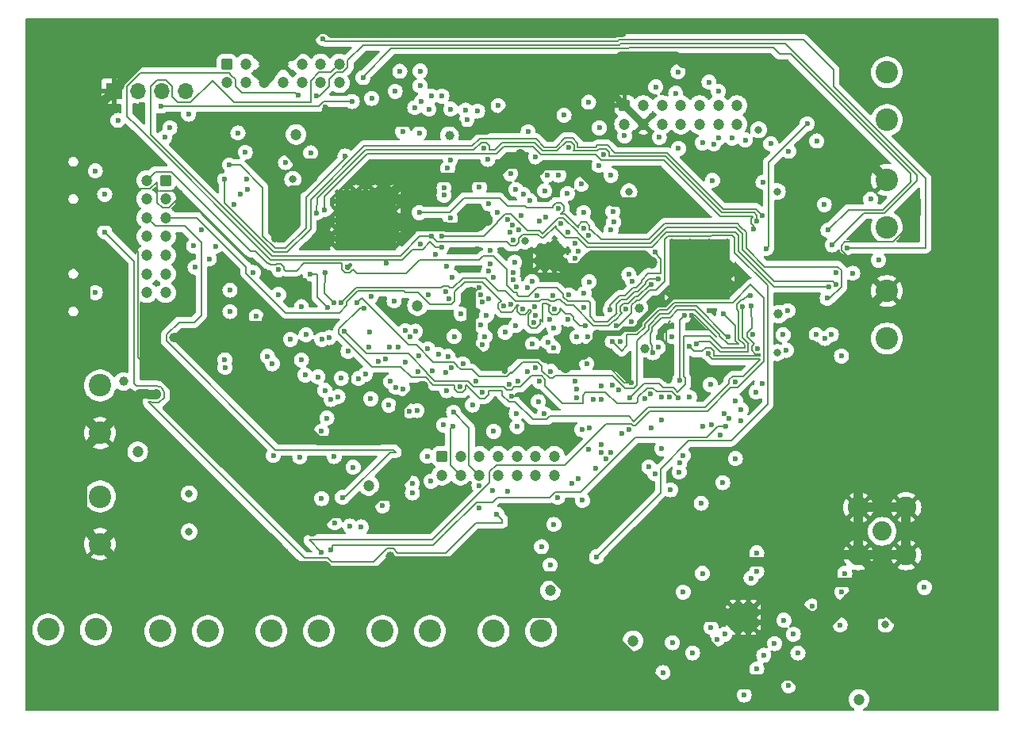
<source format=gbr>
%TF.GenerationSoftware,KiCad,Pcbnew,8.0.4*%
%TF.CreationDate,2025-02-19T16:48:10+05:30*%
%TF.ProjectId,test1,74657374-312e-46b6-9963-61645f706362,rev?*%
%TF.SameCoordinates,Original*%
%TF.FileFunction,Copper,L4,Bot*%
%TF.FilePolarity,Positive*%
%FSLAX46Y46*%
G04 Gerber Fmt 4.6, Leading zero omitted, Abs format (unit mm)*
G04 Created by KiCad (PCBNEW 8.0.4) date 2025-02-19 16:48:10*
%MOMM*%
%LPD*%
G01*
G04 APERTURE LIST*
G04 Aperture macros list*
%AMRoundRect*
0 Rectangle with rounded corners*
0 $1 Rounding radius*
0 $2 $3 $4 $5 $6 $7 $8 $9 X,Y pos of 4 corners*
0 Add a 4 corners polygon primitive as box body*
4,1,4,$2,$3,$4,$5,$6,$7,$8,$9,$2,$3,0*
0 Add four circle primitives for the rounded corners*
1,1,$1+$1,$2,$3*
1,1,$1+$1,$4,$5*
1,1,$1+$1,$6,$7*
1,1,$1+$1,$8,$9*
0 Add four rect primitives between the rounded corners*
20,1,$1+$1,$2,$3,$4,$5,0*
20,1,$1+$1,$4,$5,$6,$7,0*
20,1,$1+$1,$6,$7,$8,$9,0*
20,1,$1+$1,$8,$9,$2,$3,0*%
G04 Aperture macros list end*
%TA.AperFunction,ComponentPad*%
%ADD10RoundRect,0.250000X-0.350000X-0.350000X0.350000X-0.350000X0.350000X0.350000X-0.350000X0.350000X0*%
%TD*%
%TA.AperFunction,ComponentPad*%
%ADD11C,1.200000*%
%TD*%
%TA.AperFunction,HeatsinkPad*%
%ADD12C,0.500000*%
%TD*%
%TA.AperFunction,HeatsinkPad*%
%ADD13R,2.600000X2.600000*%
%TD*%
%TA.AperFunction,HeatsinkPad*%
%ADD14R,2.700000X2.700000*%
%TD*%
%TA.AperFunction,ComponentPad*%
%ADD15C,2.400000*%
%TD*%
%TA.AperFunction,ComponentPad*%
%ADD16C,2.050000*%
%TD*%
%TA.AperFunction,ComponentPad*%
%ADD17C,2.250000*%
%TD*%
%TA.AperFunction,HeatsinkPad*%
%ADD18R,6.500000X6.500000*%
%TD*%
%TA.AperFunction,ComponentPad*%
%ADD19R,1.700000X1.700000*%
%TD*%
%TA.AperFunction,ComponentPad*%
%ADD20O,1.700000X1.700000*%
%TD*%
%TA.AperFunction,ComponentPad*%
%ADD21RoundRect,0.250000X-0.350000X0.350000X-0.350000X-0.350000X0.350000X-0.350000X0.350000X0.350000X0*%
%TD*%
%TA.AperFunction,ViaPad*%
%ADD22C,1.000000*%
%TD*%
%TA.AperFunction,ViaPad*%
%ADD23C,1.200000*%
%TD*%
%TA.AperFunction,ViaPad*%
%ADD24C,0.600000*%
%TD*%
%TA.AperFunction,ViaPad*%
%ADD25C,0.800000*%
%TD*%
%TA.AperFunction,Conductor*%
%ADD26C,0.200000*%
%TD*%
%TA.AperFunction,Conductor*%
%ADD27C,0.600000*%
%TD*%
%TA.AperFunction,Conductor*%
%ADD28C,1.000000*%
%TD*%
%TA.AperFunction,Conductor*%
%ADD29C,0.400000*%
%TD*%
%TA.AperFunction,Conductor*%
%ADD30C,0.800000*%
%TD*%
%TA.AperFunction,Conductor*%
%ADD31C,0.500000*%
%TD*%
G04 APERTURE END LIST*
D10*
%TO.P,J18,1,Pin_1*%
%TO.N,+3.3V*%
X22024160Y69675000D03*
D11*
%TO.P,J18,2,Pin_2*%
X22024160Y67675000D03*
%TO.P,J18,3,Pin_3*%
X24024160Y69675000D03*
%TO.P,J18,4,Pin_4*%
X24024160Y67675000D03*
%TO.P,J18,5,Pin_5*%
%TO.N,Earth*%
X26024160Y69675000D03*
%TO.P,J18,6,Pin_6*%
X26024160Y67675000D03*
%TO.P,J18,7,Pin_7*%
X28024160Y69675000D03*
%TO.P,J18,8,Pin_8*%
%TO.N,Net-(J18-Pin_8)*%
X28024160Y67675000D03*
%TO.P,J18,9,Pin_9*%
%TO.N,Net-(J18-Pin_9)*%
X30024160Y69675000D03*
%TO.P,J18,10,Pin_10*%
%TO.N,Net-(J18-Pin_10)*%
X30024160Y67675000D03*
%TO.P,J18,11,Pin_11*%
%TO.N,Net-(J18-Pin_11)*%
X32024160Y69675000D03*
%TO.P,J18,12,Pin_12*%
%TO.N,Net-(J18-Pin_12)*%
X32024160Y67675000D03*
%TO.P,J18,13,Pin_13*%
%TO.N,Net-(J18-Pin_13)*%
X34024160Y69675000D03*
%TO.P,J18,14,Pin_14*%
%TO.N,Net-(J18-Pin_14)*%
X34024160Y67675000D03*
%TD*%
D12*
%TO.P,U16,25,GND*%
%TO.N,Earth*%
X55424160Y50250000D03*
X55424160Y49200000D03*
X55424160Y48150000D03*
X56474160Y50250000D03*
X56474160Y49200000D03*
D13*
X56474160Y49200000D03*
D12*
X56474160Y48150000D03*
X57524160Y50250000D03*
X57524160Y49200000D03*
X57524160Y48150000D03*
%TD*%
%TO.P,U6,25,GND*%
%TO.N,Earth*%
X76049160Y11675000D03*
X76049160Y10575000D03*
X76049160Y9475000D03*
X77149160Y11675000D03*
X77149160Y10575000D03*
D14*
X77149160Y10575000D03*
D12*
X77149160Y9475000D03*
X78249160Y11675000D03*
X78249160Y10575000D03*
X78249160Y9475000D03*
%TD*%
D15*
%TO.P,J17,1*%
%TO.N,Vdrive*%
X92474160Y52210000D03*
%TO.P,J17,2*%
%TO.N,Earth*%
X92474160Y57290000D03*
%TD*%
D16*
%TO.P,J1,1,In*%
%TO.N,/RF-PA-OUT-2*%
X91974160Y19750000D03*
D17*
%TO.P,J1,2,Ext*%
%TO.N,Earth*%
X89434160Y22290000D03*
X89434160Y17210000D03*
X94514160Y22290000D03*
X94514160Y17210000D03*
%TD*%
D15*
%TO.P,J10,1*%
%TO.N,+BATT*%
X8474160Y35330000D03*
%TO.P,J10,2*%
%TO.N,Earth*%
X8474160Y30250000D03*
%TD*%
%TO.P,J3,1*%
%TO.N,Net-(U9-S)*%
X14909160Y9085000D03*
%TO.P,J3,2*%
%TO.N,Vdrive*%
X19989160Y9085000D03*
%TD*%
%TO.P,J7,1*%
%TO.N,Net-(U14-S)*%
X50489160Y9085000D03*
%TO.P,J7,2*%
%TO.N,Vdrive*%
X55569160Y9085000D03*
%TD*%
D12*
%TO.P,U1,145,GND*%
%TO.N,Earth*%
X69474160Y50750000D03*
X69474160Y48750000D03*
X69474160Y46750000D03*
X69474160Y44750000D03*
X71474160Y50750000D03*
X71474160Y48750000D03*
X71474160Y46750000D03*
X71474160Y44750000D03*
D18*
X72474160Y47750000D03*
D12*
X73474160Y50750000D03*
X73474160Y48750000D03*
X73474160Y46750000D03*
X73474160Y44750000D03*
X75474160Y50750000D03*
X75474160Y48750000D03*
X75474160Y46750000D03*
X75474160Y44750000D03*
%TD*%
D15*
%TO.P,J6,1*%
%TO.N,Net-(U13-S)*%
X38629160Y9085000D03*
%TO.P,J6,2*%
%TO.N,Vdrive*%
X43709160Y9085000D03*
%TD*%
D12*
%TO.P,U4,145,GND*%
%TO.N,Earth*%
X33811660Y56000000D03*
X33811660Y54000000D03*
X33811660Y52000000D03*
X33811660Y50000000D03*
X35811660Y56000000D03*
X35811660Y54000000D03*
X35811660Y52000000D03*
X35811660Y50000000D03*
D18*
X36811660Y53000000D03*
D12*
X37811660Y56000000D03*
X37811660Y54000000D03*
X37811660Y52000000D03*
X37811660Y50000000D03*
X39811660Y56000000D03*
X39811660Y54000000D03*
X39811660Y52000000D03*
X39811660Y50000000D03*
%TD*%
D15*
%TO.P,J11,1*%
%TO.N,+BATT*%
X8474160Y23470000D03*
%TO.P,J11,2*%
%TO.N,Earth*%
X8474160Y18390000D03*
%TD*%
%TO.P,J4,1*%
%TO.N,Net-(U11-S)*%
X2934160Y9250000D03*
%TO.P,J4,2*%
%TO.N,Vdrive*%
X8014160Y9250000D03*
%TD*%
D19*
%TO.P,J9,1,Pin_1*%
%TO.N,Earth*%
X9956345Y66803655D03*
D20*
%TO.P,J9,2,Pin_2*%
%TO.N,Net-(J9-Pin_2)*%
X12496345Y66803655D03*
%TO.P,J9,3,Pin_3*%
%TO.N,/UART00*%
X15036345Y66803655D03*
%TO.P,J9,4,Pin_4*%
%TO.N,/UART01*%
X17576345Y66803655D03*
%TD*%
D15*
%TO.P,J8,1*%
%TO.N,Net-(U15-S)*%
X92474160Y63710000D03*
%TO.P,J8,2*%
%TO.N,Vdrive*%
X92474160Y68790000D03*
%TD*%
D10*
%TO.P,J14,1,Pin_1*%
%TO.N,Earth*%
X64474160Y65250000D03*
D11*
%TO.P,J14,2,Pin_2*%
%TO.N,/I2C0*%
X64474160Y63250000D03*
%TO.P,J14,3,Pin_3*%
%TO.N,/I2C1*%
X66474160Y65250000D03*
%TO.P,J14,4,Pin_4*%
%TO.N,Earth*%
X66474160Y63250000D03*
%TO.P,J14,5,Pin_5*%
%TO.N,/SPIFI2*%
X68474160Y65250000D03*
%TO.P,J14,6,Pin_6*%
%TO.N,/SPIFI1*%
X68474160Y63250000D03*
%TO.P,J14,7,Pin_7*%
%TO.N,/CS5*%
X70474160Y65250000D03*
%TO.P,J14,8,Pin_8*%
%TO.N,/SPIFI4*%
X70474160Y63250000D03*
%TO.P,J14,9,Pin_9*%
%TO.N,/SPIFI0*%
X72474160Y65250000D03*
%TO.P,J14,10,Pin_10*%
%TO.N,/SPIFI3*%
X72474160Y63250000D03*
%TO.P,J14,11,Pin_11*%
%TO.N,/SPI0*%
X74474160Y65250000D03*
%TO.P,J14,12,Pin_12*%
%TO.N,/SPI1*%
X74474160Y63250000D03*
%TO.P,J14,13,Pin_13*%
%TO.N,/SPI2*%
X76474160Y65250000D03*
%TO.P,J14,14,Pin_14*%
%TO.N,+3.3V*%
X76474160Y63250000D03*
%TD*%
D15*
%TO.P,J5,1*%
%TO.N,Net-(U12-S)*%
X26769160Y9085000D03*
%TO.P,J5,2*%
%TO.N,Vdrive*%
X31849160Y9085000D03*
%TD*%
D10*
%TO.P,J15,1,Pin_1*%
%TO.N,/CS6*%
X44974160Y27750000D03*
D11*
%TO.P,J15,2,Pin_2*%
%TO.N,/CS5*%
X44974160Y25750000D03*
%TO.P,J15,3,Pin_3*%
%TO.N,/CS4*%
X46974160Y27750000D03*
%TO.P,J15,4,Pin_4*%
%TO.N,/CS3*%
X46974160Y25750000D03*
%TO.P,J15,5,Pin_5*%
%TO.N,/CS2*%
X48974160Y27750000D03*
%TO.P,J15,6,Pin_6*%
%TO.N,/CS1*%
X48974160Y25750000D03*
%TO.P,J15,7,Pin_7*%
%TO.N,/CS0*%
X50974160Y27750000D03*
%TO.P,J15,8,Pin_8*%
%TO.N,/USB11*%
X50974160Y25750000D03*
%TO.P,J15,9,Pin_9*%
%TO.N,/USB10*%
X52974160Y27750000D03*
%TO.P,J15,10,Pin_10*%
%TO.N,/PYROCTRL4*%
X52974160Y25750000D03*
%TO.P,J15,11,Pin_11*%
%TO.N,/PYROCTRL3*%
X54974160Y27750000D03*
%TO.P,J15,12,Pin_12*%
%TO.N,/PYROCTRL2*%
X54974160Y25750000D03*
%TO.P,J15,13,Pin_13*%
%TO.N,/PYROCTRL1*%
X56974160Y27750000D03*
%TO.P,J15,14,Pin_14*%
%TO.N,/PYROCTRL0*%
X56974160Y25750000D03*
%TD*%
D15*
%TO.P,J16,1*%
%TO.N,Vdrive*%
X92474160Y40350000D03*
%TO.P,J16,2*%
%TO.N,Earth*%
X92474160Y45430000D03*
%TD*%
D21*
%TO.P,J13,1,Pin_1*%
%TO.N,Net-(J13-Pin_1)*%
X15474160Y57250000D03*
D11*
%TO.P,J13,2,Pin_2*%
%TO.N,Net-(J13-Pin_2)*%
X13474160Y57250000D03*
%TO.P,J13,3,Pin_3*%
%TO.N,Net-(J13-Pin_3)*%
X15474160Y55250000D03*
%TO.P,J13,4,Pin_4*%
%TO.N,Net-(J13-Pin_4)*%
X13474160Y55250000D03*
%TO.P,J13,5,Pin_5*%
%TO.N,Net-(J13-Pin_5)*%
X15474160Y53250000D03*
%TO.P,J13,6,Pin_6*%
%TO.N,Net-(J13-Pin_6)*%
X13474160Y53250000D03*
%TO.P,J13,7,Pin_7*%
%TO.N,Net-(J13-Pin_7)*%
X15474160Y51250000D03*
%TO.P,J13,8,Pin_8*%
%TO.N,Net-(J13-Pin_8)*%
X13474160Y51250000D03*
%TO.P,J13,9,Pin_9*%
%TO.N,Net-(J13-Pin_9)*%
X15474160Y49250000D03*
%TO.P,J13,10,Pin_10*%
%TO.N,Net-(J13-Pin_10)*%
X13474160Y49250000D03*
%TO.P,J13,11,Pin_11*%
%TO.N,Net-(J13-Pin_11)*%
X15474160Y47250000D03*
%TO.P,J13,12,Pin_12*%
%TO.N,Net-(J13-Pin_12)*%
X13474160Y47250000D03*
%TO.P,J13,13,Pin_13*%
%TO.N,Net-(J13-Pin_13)*%
X15474160Y45250000D03*
%TO.P,J13,14,Pin_14*%
%TO.N,Net-(J13-Pin_14)*%
X13474160Y45250000D03*
%TD*%
D22*
%TO.N,+3.3V*%
X66003471Y43550000D03*
D23*
X42372106Y43872397D03*
X29399161Y62164106D03*
D24*
X10374160Y63650000D03*
D23*
X12499160Y28250000D03*
D22*
X45776345Y62053655D03*
D25*
X64924160Y56025000D03*
D23*
X37174160Y24650000D03*
D22*
X80899160Y42950000D03*
D23*
X56574160Y13450000D03*
D22*
X66624160Y39300239D03*
D24*
X50124160Y49738745D03*
X84926345Y40778655D03*
D25*
X78774160Y62650000D03*
X29049160Y57350000D03*
D24*
X48774160Y64650000D03*
X45474400Y34775000D03*
X29974160Y43750000D03*
X78574160Y5050000D03*
D22*
X10974160Y35750000D03*
D25*
X80774160Y38850000D03*
D23*
X89474160Y1778655D03*
D25*
X53854160Y50776207D03*
X80774160Y56050000D03*
D23*
X65374160Y8050000D03*
D24*
X72774160Y15250000D03*
X87974160Y15250000D03*
%TO.N,Net-(U10-BIAS)*%
X87651345Y13250000D03*
D25*
X92301345Y9828655D03*
D24*
X96474160Y13750000D03*
X87474160Y9750000D03*
%TO.N,Net-(U6-VR_RF)*%
X80474160Y7750000D03*
X81974160Y3250000D03*
%TO.N,/UART00*%
X75649160Y31775000D03*
X67060925Y26625000D03*
X15924160Y62850000D03*
X21824160Y37250000D03*
X40299160Y39475000D03*
X26874160Y37650000D03*
X33499160Y20650000D03*
%TO.N,/UART01*%
X21799160Y38075000D03*
X17924160Y64325000D03*
X34224160Y36100000D03*
X34949160Y38975000D03*
X75074160Y32350000D03*
X39374160Y39450000D03*
X32699160Y31850000D03*
X26349160Y38450000D03*
D25*
%TO.N,Net-(U18-SW)*%
X17974160Y23750000D03*
X17976345Y19703655D03*
D24*
%TO.N,/I2C0*%
X50926320Y53849310D03*
X90724160Y55225000D03*
X67799160Y67225000D03*
X39495011Y35750000D03*
%TO.N,/I2C1*%
X91574160Y48725000D03*
X50124160Y48303891D03*
X49974160Y54750000D03*
%TO.N,/INT14*%
X48624160Y35775000D03*
X49099160Y41769002D03*
X44596216Y38650000D03*
X53192590Y51978655D03*
X73624160Y35417137D03*
X57374160Y54250000D03*
X52729160Y48511052D03*
X57674160Y52672270D03*
X50428475Y46877845D03*
%TO.N,/CS0*%
X32124160Y30425000D03*
X61949160Y28150000D03*
X33474160Y27750000D03*
X57324160Y23361764D03*
X64023425Y40050000D03*
%TO.N,/INT10*%
X63198978Y35375000D03*
X62957415Y28169528D03*
X26974160Y27850000D03*
X30374160Y36450000D03*
X69374160Y24175000D03*
%TO.N,/INT11*%
X75249160Y30975000D03*
X32126345Y23253655D03*
X33103073Y17750000D03*
X35151345Y20303655D03*
X29974160Y38050000D03*
%TO.N,/INT1*%
X23974160Y60250000D03*
X62999160Y57775000D03*
X54351345Y55100000D03*
%TO.N,/INT2*%
X57424160Y57800000D03*
X28274160Y59150000D03*
X53645458Y55743131D03*
%TO.N,/SPI1*%
X56066891Y53319201D03*
X54975615Y42822750D03*
X53426345Y53486123D03*
X73474160Y67750000D03*
%TO.N,/INT0*%
X59874160Y56850000D03*
X52870483Y56267892D03*
X30949160Y60175000D03*
X23199160Y62300000D03*
%TO.N,/CS1*%
X61149548Y33850000D03*
X46216338Y32470899D03*
X40024160Y35150000D03*
X32474160Y34812501D03*
%TO.N,/INT6*%
X61347682Y26462736D03*
X22774160Y54650000D03*
X33874160Y34125000D03*
X43949160Y36900000D03*
X48921425Y24651265D03*
X39299160Y33225000D03*
X60649160Y51375000D03*
X78499160Y34625000D03*
X38155167Y37945130D03*
%TO.N,/INT9*%
X72774160Y30975000D03*
X56524160Y16125000D03*
X38974160Y38125000D03*
X67699160Y25925000D03*
X39874160Y44375000D03*
X43524160Y45050000D03*
X76249160Y35675000D03*
X85856382Y40360453D03*
X37374160Y33900000D03*
X46099160Y46900000D03*
X43399160Y27775000D03*
X48899160Y22275000D03*
%TO.N,/CS2*%
X60686660Y30800000D03*
X28799160Y40250000D03*
X63806013Y34853931D03*
X40804169Y34969348D03*
%TO.N,/INT7*%
X45349160Y36725000D03*
X68065483Y39394879D03*
X46997690Y42975000D03*
X50497687Y30425000D03*
X81744303Y39092537D03*
X46874160Y35175000D03*
X41581260Y40556248D03*
X62465436Y27475000D03*
%TO.N,/INT8*%
X60624160Y28525000D03*
X81399160Y40750000D03*
X42449160Y36800000D03*
X45374160Y45375000D03*
X71399160Y34075000D03*
X45149160Y31100000D03*
X78174160Y40750000D03*
X37399160Y44825000D03*
%TO.N,/SPIFI2*%
X74474160Y61750000D03*
X42652125Y68927965D03*
X42652125Y67338858D03*
%TO.N,/SPIFI4*%
X42064160Y65010000D03*
X43871216Y66250000D03*
X69924160Y66550000D03*
X74474160Y66750000D03*
%TO.N,/CS5*%
X77349160Y61550000D03*
X48224160Y33250000D03*
X37474160Y66000000D03*
X57999160Y64200000D03*
X60624160Y65600000D03*
X51724160Y41000000D03*
X73849160Y57250000D03*
X48974160Y56500000D03*
X47637395Y63738235D03*
%TO.N,/PYROCTRL0*%
X61724160Y58850000D03*
X74949160Y24950000D03*
X45901345Y64853655D03*
X44974160Y66250000D03*
X59163599Y35757311D03*
X81999160Y60350000D03*
%TO.N,Earth*%
X21526345Y58203655D03*
X49886185Y52921795D03*
X54499160Y57725000D03*
X93201345Y10728655D03*
D22*
X38849160Y31225000D03*
X15249160Y21550000D03*
D24*
X27749160Y60350000D03*
X28824160Y22100000D03*
D22*
X31224160Y57525000D03*
D25*
X83799160Y9600000D03*
D24*
X42974160Y35275000D03*
X79399160Y4175000D03*
X77951345Y32753655D03*
X83999160Y2225000D03*
D22*
X19899160Y14950000D03*
D24*
X14676345Y46178655D03*
X32549160Y65075000D03*
D22*
X28849160Y30425000D03*
D24*
X68699160Y56000000D03*
D22*
X30999160Y19775000D03*
D24*
X90226345Y13253655D03*
X53374160Y60075000D03*
D22*
X49099160Y14750000D03*
D24*
X72420843Y35665743D03*
X71649160Y42800000D03*
X85624160Y13350000D03*
X74424160Y6125000D03*
D25*
X55024160Y67800000D03*
D22*
X5099160Y65475000D03*
D24*
X89669460Y11910400D03*
D22*
X3349160Y40775000D03*
D24*
X86249160Y60075000D03*
X89551345Y13178655D03*
X51624160Y36875000D03*
D22*
X39436660Y17092900D03*
X64349160Y69200000D03*
X28349160Y34625000D03*
D25*
X57899160Y68175000D03*
D24*
X69749160Y10550000D03*
D22*
X10099160Y14650000D03*
D24*
X48924160Y45802174D03*
X34851345Y47978655D03*
X26750999Y42627473D03*
X82424160Y4225000D03*
X17876345Y46178655D03*
X89751345Y12528655D03*
X88881960Y11910400D03*
D22*
X28199160Y17400000D03*
D24*
X84524160Y39700000D03*
D22*
X7499160Y43875000D03*
D24*
X90301345Y11253655D03*
D22*
X23449160Y20075000D03*
X7174160Y56225000D03*
D24*
X48826345Y47903655D03*
D22*
X64219938Y73050000D03*
D24*
X88881960Y11339600D03*
X88976345Y12532185D03*
X69151345Y35778655D03*
D23*
X67424160Y48500000D03*
D24*
X73449160Y8200000D03*
X12901345Y65328655D03*
D22*
X14449160Y34325000D03*
D25*
X95624160Y11525000D03*
D24*
X92476345Y11128655D03*
X73501345Y43353655D03*
X88326345Y12553655D03*
X27124160Y51025000D03*
X52376345Y34203655D03*
D25*
X69674160Y5750000D03*
D24*
X88299160Y11854924D03*
X79424160Y2275000D03*
X63224160Y55100000D03*
D22*
X73974160Y17675000D03*
D25*
X76724160Y15425000D03*
D24*
X65224160Y35625000D03*
X30276345Y46528655D03*
X89608024Y11284900D03*
X72024160Y10750000D03*
X48801345Y49903655D03*
X46649160Y63400000D03*
D22*
X5652080Y66202920D03*
D24*
X70199160Y3775000D03*
D25*
X25126345Y23778655D03*
D22*
X16374160Y40425000D03*
D24*
X82499160Y58400000D03*
%TO.N,/PYROCTRL1*%
X49424159Y60700000D03*
X79249160Y57050000D03*
X43574160Y64850000D03*
X58374160Y55850000D03*
X55899160Y32300000D03*
%TO.N,/PYROCTRL2*%
X80074160Y61150000D03*
X58874160Y24900000D03*
X67349160Y30825000D03*
X70224160Y60650000D03*
X42774160Y65650000D03*
X56249160Y57800000D03*
%TO.N,/PYROCTRL3*%
X59494512Y25405139D03*
X43474160Y39250001D03*
X73774160Y31150000D03*
%TO.N,/PYROCTRL4*%
X59968499Y23050694D03*
X74649160Y30000000D03*
X42524160Y38502945D03*
%TO.N,/PYROCTRL5*%
X70174160Y68850000D03*
X40774842Y62441359D03*
%TO.N,/INT18*%
X49974160Y44575000D03*
X56889411Y39348962D03*
X52949160Y45850000D03*
X45599160Y38450000D03*
X86542941Y40771113D03*
%TO.N,/INT12*%
X59224160Y50500000D03*
X54774160Y42048528D03*
X67504018Y38825000D03*
X32924160Y40450000D03*
X49734875Y42827356D03*
X60124160Y52175000D03*
X56974160Y43500000D03*
X75024160Y42975000D03*
X58540953Y45010191D03*
X63299160Y52775000D03*
X78676345Y39303655D03*
%TO.N,/INT20*%
X65224162Y42150000D03*
X54924160Y37250000D03*
X54574160Y46450000D03*
X81899160Y43325000D03*
X49556267Y40569363D03*
X52874160Y41750000D03*
X42674160Y50475000D03*
X59374160Y34957517D03*
X51584160Y43800000D03*
%TO.N,/INT13*%
X45995536Y37196380D03*
X37200633Y39475000D03*
X49314160Y34566473D03*
X59374160Y34007087D03*
X42308425Y32650000D03*
X69247252Y34075001D03*
X56774160Y44916778D03*
X49274160Y39700000D03*
X61949160Y35325000D03*
X55399160Y35750000D03*
X58405434Y51706486D03*
%TO.N,/USB11*%
X54074160Y36800000D03*
X52574160Y47424999D03*
X51948749Y24037582D03*
X76849160Y31539213D03*
X55599160Y18100000D03*
X86999160Y47425000D03*
X55121726Y44950000D03*
%TO.N,/SPIFI3*%
X50974160Y65250000D03*
X75974160Y61750000D03*
%TO.N,/INT19*%
X45499160Y48075000D03*
X54088467Y45814307D03*
X45748542Y44627245D03*
X49247889Y44223452D03*
X56922507Y41457493D03*
X54874160Y43725000D03*
X69490659Y40575000D03*
%TO.N,/USB10*%
X52999160Y30925000D03*
X87624895Y38474265D03*
X52356708Y44007781D03*
X59909178Y30611519D03*
X53087395Y35788236D03*
X52899160Y32325000D03*
X68449160Y28575000D03*
%TO.N,/INT17*%
X36074160Y36075000D03*
X41824160Y23850000D03*
X52599160Y46600000D03*
X49146990Y45017067D03*
X76899160Y32775000D03*
X42149160Y41125000D03*
%TO.N,/INT16*%
X41799160Y24876652D03*
X49949500Y47523189D03*
X36799160Y36525000D03*
X52549160Y50875000D03*
X76324160Y33675000D03*
X41074160Y41175000D03*
X37224160Y41075000D03*
%TO.N,/CS6*%
X68447253Y34072621D03*
X15374160Y61850000D03*
X43799160Y25100000D03*
X50401189Y24102030D03*
X31724160Y36250000D03*
%TO.N,Net-(U6-XIN)*%
X74352127Y8208948D03*
X68574160Y4650000D03*
%TO.N,Net-(U6-XOUT)*%
X73688933Y9475046D03*
X69574160Y7850000D03*
%TO.N,/INT4*%
X59549160Y49650000D03*
X24098616Y57364518D03*
X61949160Y33875000D03*
X60424160Y37625000D03*
X77974160Y14750000D03*
X61949160Y28998527D03*
X60099160Y53800000D03*
X70298425Y26075735D03*
%TO.N,/INT5*%
X38624160Y22475000D03*
X78574160Y17450000D03*
X24174160Y56250000D03*
X70722689Y27850000D03*
X36349160Y20225000D03*
X64188375Y30169528D03*
X63024160Y51975000D03*
%TO.N,/INT3*%
X63224158Y53900000D03*
X79124160Y35525000D03*
X70355944Y27070925D03*
X23474160Y55750000D03*
X78574160Y15450000D03*
%TO.N,Net-(U1-P2_5)*%
X58451345Y42378655D03*
X54649160Y39750000D03*
X56599160Y36834103D03*
X45874160Y53200000D03*
X55268544Y33607087D03*
X60149160Y43706931D03*
X88824160Y47325000D03*
X59174160Y48900000D03*
%TO.N,Net-(J12-D-)*%
X40473425Y68900735D03*
X65299160Y46475000D03*
X62224160Y60000000D03*
%TO.N,Net-(J12-D+)*%
X14974160Y65175000D03*
X7974160Y58250000D03*
X64926856Y47183090D03*
X35399160Y65675000D03*
X64474160Y62000000D03*
%TO.N,Net-(U1-USB0_VBUS)*%
X56470061Y42357151D03*
X52149160Y35475000D03*
X60675894Y46412612D03*
X50829617Y21575000D03*
X56299160Y39950000D03*
X8974160Y51750000D03*
X19299895Y51924265D03*
X8974160Y55750000D03*
X20824160Y50200000D03*
%TO.N,/USB0-D+*%
X7974160Y45250000D03*
X18461660Y50237500D03*
%TO.N,Net-(J18-Pin_9)*%
X36549160Y68225000D03*
X42549160Y62325000D03*
X45588905Y58535786D03*
X86174160Y51925000D03*
%TO.N,/CS4*%
X67247519Y34448475D03*
X33126567Y33840203D03*
X41509412Y32610252D03*
X68375631Y31612745D03*
%TO.N,Net-(J18-Pin_12)*%
X44924160Y51275000D03*
X22274160Y58900000D03*
X34624160Y59850000D03*
X87024160Y46125000D03*
%TO.N,Net-(J18-Pin_10)*%
X86624160Y50350000D03*
X45199160Y56450003D03*
X31574160Y66300000D03*
%TO.N,Net-(J18-Pin_8)*%
X84974160Y61450000D03*
X45874160Y59450000D03*
%TO.N,Net-(J18-Pin_14)*%
X39073425Y48400735D03*
X44924160Y50075000D03*
X86099160Y44650000D03*
X42549160Y53800000D03*
X29624160Y66325000D03*
%TO.N,Net-(J18-Pin_11)*%
X45199160Y55650000D03*
X88199160Y50050000D03*
X32299160Y72375000D03*
%TO.N,Net-(J18-Pin_13)*%
X86249160Y45850000D03*
X43874160Y51275000D03*
%TO.N,/INT21*%
X72649160Y22750000D03*
X41074157Y37850000D03*
X35499160Y26600000D03*
X44261660Y49312500D03*
X32149160Y40250000D03*
X75149160Y8750000D03*
X76299160Y27525000D03*
%TO.N,/TRANSCEIVER-TX-0*%
X84474160Y11750000D03*
X82974160Y6750000D03*
%TO.N,/TRANSCEIVER-TX*%
X79324160Y6500000D03*
X77226345Y2250000D03*
%TO.N,/TXRX+*%
X81474160Y10250000D03*
X82474160Y8750000D03*
%TO.N,Net-(J13-Pin_4)*%
X63624162Y41750000D03*
X61474160Y17025000D03*
%TO.N,Net-(J13-Pin_2)*%
X68074160Y46675000D03*
X65024160Y34007087D03*
X77899160Y44925000D03*
%TO.N,Net-(J13-Pin_7)*%
X64603471Y43503655D03*
X21774160Y57350000D03*
X79199160Y53475000D03*
%TO.N,Net-(J13-Pin_10)*%
X22349160Y43225000D03*
X25149160Y42700000D03*
X27549160Y47700000D03*
%TO.N,Net-(J13-Pin_12)*%
X18624160Y47975000D03*
%TO.N,Net-(J13-Pin_9)*%
X27549160Y45053655D03*
%TO.N,Net-(J13-Pin_8)*%
X20149160Y48850000D03*
%TO.N,Net-(J13-Pin_6)*%
X34351345Y23378655D03*
X63162111Y40050000D03*
X32126345Y17528655D03*
%TO.N,Net-(J13-Pin_3)*%
X62936212Y43418127D03*
X79599160Y49950000D03*
X67715042Y49560845D03*
X83967980Y63293821D03*
%TO.N,Net-(J13-Pin_5)*%
X60322979Y41724995D03*
%TO.N,Net-(J13-Pin_11)*%
X24835873Y47407887D03*
X22349160Y45525000D03*
%TO.N,Net-(J13-Pin_14)*%
X29801345Y27678655D03*
X60574160Y40525000D03*
X56924160Y20475000D03*
X52274160Y51700000D03*
%TO.N,Net-(U1-P1_8)*%
X70149160Y34003655D03*
X34574160Y41100000D03*
%TO.N,Net-(U1-P2_10)*%
X61774160Y62850000D03*
X54174160Y62450000D03*
X85774160Y54650000D03*
X68174160Y61850000D03*
%TO.N,Net-(U1-P1_7)*%
X75525633Y40575000D03*
X35868108Y44142758D03*
%TO.N,Net-(U1-P1_9)*%
X36656952Y43574834D03*
X73412924Y38772508D03*
%TO.N,Net-(U1-P1_4)*%
X30899160Y47250000D03*
X71349160Y39539214D03*
X32749160Y43700000D03*
X31549160Y53750000D03*
X78574160Y52875000D03*
X77999160Y43800000D03*
%TO.N,Net-(U1-P1_6)*%
X34210602Y44150000D03*
X70849157Y42800000D03*
X67299160Y46150000D03*
X70342787Y35850433D03*
%TO.N,Net-(U1-P1_5)*%
X77049160Y43725000D03*
X32499160Y47375000D03*
X33410599Y44150000D03*
X72121901Y39746270D03*
X32424160Y54100000D03*
X78210491Y52073470D03*
%TO.N,/SPIFI1*%
X47474160Y64750000D03*
X73974160Y61125499D03*
X72774160Y61250000D03*
X39974160Y66750000D03*
%TO.N,/SPI2*%
X58474160Y60750000D03*
X52489926Y52470355D03*
X53574160Y43480385D03*
X55376345Y52878655D03*
%TO.N,/SPI0*%
X60140953Y45150000D03*
X55932738Y56122794D03*
X59373424Y40525735D03*
X52289846Y57950000D03*
%TO.N,Net-(C51-Pad2)*%
X70724160Y13250000D03*
X71724160Y6750000D03*
%TO.N,/CS3*%
X46135190Y30962500D03*
X46274160Y40575000D03*
X54974160Y59750000D03*
X66612948Y33961316D03*
X64922689Y30625000D03*
X49874160Y59500000D03*
X47204553Y37644607D03*
X51979206Y53086123D03*
X30474160Y40750000D03*
%TD*%
D26*
%TO.N,/INT11*%
X73272689Y29800000D02*
X74447689Y30975000D01*
X33103073Y17750000D02*
X33294245Y17941172D01*
X74447689Y30975000D02*
X75249160Y30975000D01*
X48650631Y22875000D02*
X50347689Y22875000D01*
X59800729Y23961764D02*
X65638965Y29800000D01*
X33294245Y18292900D02*
X44068530Y18292900D01*
X56492522Y23378655D02*
X57075631Y23961764D01*
X57075631Y23961764D02*
X59800729Y23961764D01*
X50347689Y22875000D02*
X50851344Y23378655D01*
X50851344Y23378655D02*
X56492522Y23378655D01*
X45224895Y19449265D02*
X48650631Y22875000D01*
X33294245Y17941172D02*
X33294245Y18292900D01*
X65638965Y29800000D02*
X73272689Y29800000D01*
X44068530Y18292900D02*
X45224895Y19449265D01*
%TO.N,/CS1*%
X47874160Y30813077D02*
X47874160Y26850000D01*
X47874160Y26850000D02*
X48974160Y25750000D01*
X46216338Y32470899D02*
X47874160Y30813077D01*
D27*
%TO.N,Earth*%
X34851345Y47978655D02*
X34851346Y47978655D01*
X94524160Y2075000D02*
X95649160Y3200000D01*
D26*
X9638374Y52500000D02*
X12551345Y49587029D01*
D27*
X82399160Y1725000D02*
X79899160Y1725000D01*
D28*
X39474160Y30625000D02*
X38874160Y31225000D01*
X45824160Y57535786D02*
X50461418Y57535786D01*
D26*
X64449160Y35625000D02*
X62624160Y37450000D01*
D27*
X39704560Y16825000D02*
X46499160Y16825000D01*
D28*
X29074160Y30475000D02*
X28899160Y30475000D01*
X53684946Y58950000D02*
X53684946Y59764214D01*
X88942905Y11278655D02*
X91676345Y11278655D01*
X89851345Y14278655D02*
X89851345Y14035786D01*
X90559160Y13761470D02*
X90559160Y16085000D01*
X28799160Y30475000D02*
X28374160Y30475000D01*
X11711660Y33487500D02*
X12674160Y34450000D01*
X85474160Y9164214D02*
X86734973Y10425027D01*
D27*
X76574160Y18950000D02*
X76149160Y18950000D01*
X83749160Y9550000D02*
X83799160Y9600000D01*
D28*
X91001345Y4278655D02*
X92320505Y4278655D01*
X66543767Y49230393D02*
X67274160Y48500000D01*
D27*
X70449160Y3450000D02*
X70199160Y3700000D01*
X39436660Y17092900D02*
X37922415Y15578655D01*
D28*
X10099160Y16765000D02*
X8474160Y18390000D01*
X49309946Y38250000D02*
X48099160Y39460786D01*
D27*
X77149160Y10575000D02*
X76899160Y10825000D01*
D29*
X25126345Y23978655D02*
X25226345Y23878655D01*
D28*
X6574160Y28350000D02*
X11711660Y33487500D01*
D27*
X70449160Y3450000D02*
X70449160Y5025000D01*
D30*
X55024160Y67800000D02*
X55024160Y67850000D01*
X57899160Y68175000D02*
X57949160Y68125000D01*
D28*
X29251345Y14950000D02*
X56912638Y14950000D01*
D27*
X89434160Y17210000D02*
X85574160Y17210000D01*
X39436660Y17092900D02*
X39704560Y16825000D01*
D28*
X88326345Y12553655D02*
X88326345Y12510786D01*
X88976345Y11944285D02*
X90793530Y13761470D01*
X24199160Y41700000D02*
X25823526Y41700000D01*
D27*
X49099160Y14550000D02*
X49099160Y14750000D01*
D26*
X12401344Y56328655D02*
X12229999Y56500000D01*
X65224160Y35625000D02*
X64449160Y35625000D01*
D28*
X23449160Y18350000D02*
X23399160Y18300000D01*
X57774160Y47900000D02*
X59588374Y47900000D01*
D26*
X96001345Y53605840D02*
X96001345Y55278655D01*
D27*
X73974160Y17675000D02*
X73974160Y17650000D01*
D26*
X14574160Y57077207D02*
X13825608Y56328655D01*
D28*
X28349160Y34625000D02*
X28374160Y34625000D01*
X31049160Y19700000D02*
X31124160Y19700000D01*
X92320505Y4278655D02*
X93220505Y3378655D01*
X85474160Y15780000D02*
X85474160Y17110000D01*
X93401345Y11153655D02*
X93401345Y10284290D01*
X47745505Y15578655D02*
X52339160Y10985000D01*
X88299160Y11854924D02*
X88366636Y11854924D01*
D27*
X95649160Y11500000D02*
X95624160Y11525000D01*
X77799160Y4250000D02*
X79324160Y4250000D01*
X69749160Y10550000D02*
X69474160Y10825000D01*
D28*
X27499160Y33750000D02*
X24199160Y37050000D01*
D26*
X71649160Y42800000D02*
X71955000Y42800000D01*
D28*
X75880000Y16450000D02*
X75880000Y16269160D01*
X26699160Y68350000D02*
X26024160Y67675000D01*
X48649160Y52200000D02*
X45459946Y52200000D01*
X32713374Y73375000D02*
X31799160Y73375000D01*
X53684946Y58950000D02*
X54420732Y58214214D01*
D30*
X64324160Y70275000D02*
X64349160Y69200000D01*
D28*
X85474160Y7040000D02*
X85474160Y15780000D01*
X28349160Y34600000D02*
X28349160Y34625000D01*
D27*
X75001197Y6428507D02*
X77179704Y4250000D01*
D28*
X45459946Y52200000D02*
X45384946Y52275000D01*
D26*
X74212396Y40528655D02*
X73462396Y41278655D01*
D28*
X89851345Y14035786D02*
X88369214Y12553655D01*
X88369214Y12553655D02*
X88326345Y12553655D01*
X39038374Y23475000D02*
X39038374Y23530080D01*
X68232027Y3353655D02*
X80456291Y3353655D01*
X81852080Y14270000D02*
X81852080Y15277920D01*
X86249160Y59950000D02*
X86249160Y59950000D01*
D27*
X93220505Y3378655D02*
X94524160Y2075000D01*
D28*
X3324160Y40750000D02*
X3349160Y40775000D01*
D31*
X7224160Y52028655D02*
X7224160Y56175000D01*
D27*
X81899160Y4250000D02*
X82105531Y4250000D01*
D26*
X62624160Y37450000D02*
X62624160Y39060786D01*
D28*
X10099160Y14650000D02*
X10099160Y16765000D01*
X26849160Y70500000D02*
X26024160Y69675000D01*
X26024160Y68450000D02*
X26024160Y67675000D01*
X42974160Y35275000D02*
X42999160Y35275000D01*
X60088374Y38625000D02*
X59649160Y38625000D01*
X36384946Y21650000D02*
X38209946Y23475000D01*
X85474160Y8160000D02*
X85474160Y9335786D01*
D30*
X46574160Y63127207D02*
X47176367Y62525000D01*
D28*
X59649160Y38625000D02*
X58181471Y37157311D01*
X69938374Y70500000D02*
X70688374Y69750000D01*
D26*
X91970631Y45430000D02*
X87599160Y49801471D01*
D28*
X25024160Y71275000D02*
X26024160Y70275000D01*
D26*
X69151345Y35778655D02*
X68890659Y36039341D01*
D27*
X48574160Y15075000D02*
X48899160Y14750000D01*
D28*
X27249160Y70500000D02*
X28924160Y70500000D01*
X38849160Y31250000D02*
X38824160Y31275000D01*
X86249160Y63515000D02*
X86249160Y60075000D01*
X85319160Y64445000D02*
X86249160Y63515000D01*
X93201345Y10728655D02*
X92956980Y10728655D01*
X84524160Y39700000D02*
X84524160Y39085786D01*
D27*
X82044160Y18950000D02*
X76574160Y18950000D01*
D28*
X90110000Y14020000D02*
X89851345Y14278655D01*
D26*
X12229999Y56500000D02*
X7449160Y56500000D01*
D27*
X87501345Y11578655D02*
X88326345Y10753655D01*
X71449160Y9980544D02*
X74424160Y7005544D01*
X83784160Y17210000D02*
X82044160Y18950000D01*
D28*
X51674160Y38250000D02*
X49309946Y38250000D01*
X26699160Y70500000D02*
X27249160Y70500000D01*
D27*
X83774160Y2581371D02*
X83774160Y1725000D01*
X95624160Y11525000D02*
X95649160Y11550000D01*
X76899160Y10825000D02*
X72099160Y10825000D01*
D28*
X60842664Y10743018D02*
X68232027Y3353655D01*
X89822690Y14250000D02*
X86524160Y14250000D01*
X94514160Y22290000D02*
X94514160Y17210000D01*
D26*
X73462396Y41278655D02*
X71126345Y41278655D01*
D27*
X71449160Y10825000D02*
X71449160Y9980544D01*
X49099160Y14750000D02*
X48899160Y14750000D01*
X77179704Y4250000D02*
X77799160Y4250000D01*
D28*
X49370955Y52921795D02*
X48649160Y52200000D01*
X33163374Y72925000D02*
X32713374Y73375000D01*
X89434160Y27903655D02*
X89434160Y17210000D01*
D27*
X70124160Y3775000D02*
X70174160Y3725000D01*
D28*
X91001345Y13128655D02*
X90110000Y14020000D01*
D27*
X64355533Y41350000D02*
X65555533Y41350000D01*
D28*
X27374160Y69675000D02*
X28024160Y69675000D01*
X14209973Y71275000D02*
X25024160Y71275000D01*
X80456291Y3353655D02*
X81381291Y4278655D01*
X3324160Y59250000D02*
X3324160Y64725000D01*
D27*
X71949160Y10825000D02*
X71449160Y10825000D01*
D29*
X34851345Y47978655D02*
X35102816Y48230126D01*
D30*
X55024160Y67850000D02*
X55299160Y68125000D01*
D27*
X77799160Y4250000D02*
X81899160Y4250000D01*
D28*
X8474160Y18390000D02*
X6574160Y20290000D01*
D31*
X7224160Y44150000D02*
X7224160Y52028655D01*
D30*
X30049160Y56350000D02*
X28899160Y56350000D01*
X35086660Y62212500D02*
X32549160Y64750000D01*
D27*
X83749160Y9650000D02*
X83749160Y9725000D01*
D30*
X64099160Y70500000D02*
X64324160Y70275000D01*
D28*
X32470505Y16078655D02*
X32970505Y15578655D01*
X39474160Y30625000D02*
X38274160Y29425000D01*
X28924160Y70500000D02*
X28074160Y70500000D01*
X92956980Y10728655D02*
X92581980Y11103655D01*
D30*
X36274160Y63400000D02*
X46649160Y63400000D01*
D28*
X41124160Y25615866D02*
X41124160Y28975000D01*
X85214160Y15780000D02*
X84672080Y16322080D01*
D30*
X47176367Y62525000D02*
X49699160Y62525000D01*
D27*
X37922415Y15578655D02*
X30020505Y15578655D01*
D28*
X86524160Y14250000D02*
X85624160Y13350000D01*
D31*
X7174160Y56225000D02*
X6349160Y56225000D01*
D27*
X79324160Y4250000D02*
X79399160Y4175000D01*
X83749160Y8875000D02*
X83749160Y9550000D01*
D28*
X60918767Y49230393D02*
X66543767Y49230393D01*
X85020000Y4278655D02*
X85474160Y4732815D01*
D30*
X28321953Y60375000D02*
X29421953Y59275000D01*
D28*
X85474160Y8160000D02*
X85474160Y9164214D01*
D27*
X52824160Y10825000D02*
X49099160Y14550000D01*
X81852080Y15277920D02*
X77149160Y10575000D01*
D26*
X74212396Y40542604D02*
X74212396Y40528655D01*
D28*
X12674160Y34450000D02*
X14449160Y34325000D01*
D27*
X63955533Y40950000D02*
X64355533Y41350000D01*
D26*
X48505437Y45383451D02*
X48924160Y45802174D01*
X87599160Y49801471D02*
X87599160Y50301470D01*
D27*
X72024160Y10750000D02*
X71949160Y10825000D01*
D28*
X27499160Y33635786D02*
X27499160Y33750000D01*
X85574160Y11435786D02*
X85574160Y11578655D01*
D27*
X76149160Y18950000D02*
X75274160Y18950000D01*
X67867685Y44000000D02*
X68724160Y44000000D01*
D28*
X70688374Y69750000D02*
X80014160Y69750000D01*
X64219938Y73050000D02*
X63524160Y73050000D01*
D26*
X17201345Y56153655D02*
X14801345Y56153655D01*
D28*
X15149160Y21650000D02*
X11734160Y21650000D01*
X19924160Y41700000D02*
X24199160Y41700000D01*
X67549160Y54925000D02*
X68674160Y56050000D01*
D30*
X61599160Y68125000D02*
X64474160Y65250000D01*
D28*
X55834946Y58800000D02*
X59338374Y58800000D01*
X3324160Y44050000D02*
X3549160Y44275000D01*
D31*
X7499160Y43875000D02*
X7224160Y44150000D01*
D28*
X85474160Y9335786D02*
X81852080Y12957866D01*
X82499160Y58400000D02*
X82349160Y58175000D01*
X29251345Y14950000D02*
X30249160Y14950000D01*
X31709946Y29425000D02*
X29867053Y31267893D01*
D30*
X61724160Y68125000D02*
X64099160Y70500000D01*
D27*
X9999160Y14650000D02*
X10074160Y14725000D01*
X69674160Y5800000D02*
X69624160Y5850000D01*
D28*
X92476345Y12078655D02*
X90793530Y13761470D01*
X86249160Y60075000D02*
X86249160Y59950000D01*
X92501345Y11103655D02*
X92476345Y11128655D01*
X6574160Y20290000D02*
X6574160Y28350000D01*
X92474160Y45430000D02*
X89434160Y42390000D01*
D27*
X69724160Y5750000D02*
X69674160Y5750000D01*
X69674160Y5750000D02*
X69674160Y5800000D01*
X79899160Y1725000D02*
X79024160Y2600000D01*
D26*
X7224160Y52028655D02*
X7695505Y52500000D01*
D28*
X11734160Y21650000D02*
X8474160Y18390000D01*
D26*
X12551345Y49587029D02*
X12551345Y38372815D01*
D27*
X82399160Y1725000D02*
X84052815Y3378655D01*
D28*
X88976345Y4278655D02*
X91001345Y4278655D01*
X52074160Y38650000D02*
X51674160Y38250000D01*
D27*
X74424160Y7005544D02*
X74424160Y6125000D01*
X74424160Y7005544D02*
X75001197Y6428507D01*
D26*
X7449160Y56500000D02*
X7174160Y56225000D01*
D28*
X31134946Y19700000D02*
X31199160Y19700000D01*
X88881960Y11339600D02*
X88942905Y11278655D01*
X25024160Y71275000D02*
X25924160Y71275000D01*
D30*
X61599160Y68125000D02*
X66474160Y63250000D01*
D28*
X89434160Y22290000D02*
X94514160Y22290000D01*
X10546345Y67393655D02*
X10546345Y67611372D01*
X64099160Y70500000D02*
X69938374Y70500000D01*
X88976345Y4278655D02*
X88976345Y11944285D01*
X26024160Y70275000D02*
X26024160Y67675000D01*
X84059946Y10750000D02*
X84888374Y10750000D01*
X85474160Y15780000D02*
X85214160Y15780000D01*
X45384946Y52275000D02*
X37536660Y52275000D01*
X52339160Y10985000D02*
X76739160Y10985000D01*
X85020000Y4278655D02*
X88976345Y4278655D01*
X90559160Y16085000D02*
X89434160Y17210000D01*
X89434160Y37175000D02*
X89434160Y27903655D01*
D27*
X70449160Y5025000D02*
X69724160Y5750000D01*
D26*
X87599160Y50301470D02*
X88007690Y50710000D01*
D28*
X38874160Y31225000D02*
X38849160Y31225000D01*
X3324160Y40800000D02*
X3324160Y44050000D01*
X31799160Y73375000D02*
X28924160Y70500000D01*
X58181471Y37157311D02*
X57126078Y38212704D01*
X60842664Y11019974D02*
X60842664Y10743018D01*
X89851345Y13212971D02*
X89851345Y14278655D01*
D30*
X55299160Y68125000D02*
X57849160Y68125000D01*
D28*
X61574160Y40110786D02*
X60088374Y38625000D01*
X92581980Y11103655D02*
X92501345Y11103655D01*
X90793530Y13761470D02*
X90559160Y13761470D01*
X60493767Y48805393D02*
X60918767Y49230393D01*
X75880000Y16450000D02*
X75199160Y16450000D01*
X19599160Y14650000D02*
X19899160Y14950000D01*
D26*
X14574160Y54877207D02*
X14574160Y57077207D01*
D28*
X86249160Y59950000D02*
X84474160Y58175000D01*
X81852080Y14270000D02*
X81852080Y12957866D01*
X20049160Y14950000D02*
X23399160Y18300000D01*
X76739160Y10985000D02*
X77149160Y10575000D01*
D27*
X78174160Y3450000D02*
X70449160Y3450000D01*
D28*
X28899160Y30475000D02*
X28849160Y30425000D01*
X61287638Y10575000D02*
X77149160Y10575000D01*
X84474160Y58175000D02*
X82499160Y58400000D01*
X15249160Y21550000D02*
X15149160Y21650000D01*
X31199160Y19700000D02*
X30999160Y19775000D01*
D27*
X73974160Y17650000D02*
X73999160Y17675000D01*
D28*
X26211343Y42087817D02*
X26211343Y42399683D01*
X61574160Y40825000D02*
X61574160Y40110786D01*
D26*
X17201345Y56153655D02*
X17201345Y55704392D01*
D27*
X82105531Y4250000D02*
X83774160Y2581371D01*
D28*
X91001345Y4278655D02*
X91001345Y13128655D01*
D27*
X46499160Y16825000D02*
X48249160Y15075000D01*
D28*
X81852080Y15277920D02*
X83784160Y17210000D01*
X25924160Y71275000D02*
X26699160Y70500000D01*
X63399160Y72925000D02*
X33163374Y72925000D01*
X85474160Y7040000D02*
X85474160Y8160000D01*
D27*
X61574160Y40825000D02*
X61699160Y40950000D01*
D30*
X49699160Y62525000D02*
X54974160Y67800000D01*
D28*
X32970505Y15578655D02*
X47745505Y15578655D01*
D27*
X70024160Y10825000D02*
X69749160Y10550000D01*
D28*
X89434160Y42390000D02*
X89434160Y37175000D01*
D30*
X35086660Y62212500D02*
X36274160Y63400000D01*
D26*
X48901345Y47903655D02*
X48826345Y47903655D01*
D28*
X55941356Y38212704D02*
X55504060Y38650000D01*
X67424160Y48500000D02*
X67424160Y48350000D01*
X86734973Y10425027D02*
X90110000Y13800054D01*
D27*
X66024162Y41818629D02*
X66024162Y42156477D01*
D28*
X28074160Y70500000D02*
X26024160Y68450000D01*
X24199160Y37050000D02*
X24199160Y41700000D01*
D30*
X32549160Y64750000D02*
X32549160Y64933579D01*
D28*
X3349160Y40775000D02*
X3324160Y40800000D01*
X87750000Y17210000D02*
X86990000Y16450000D01*
D27*
X27024160Y18300000D02*
X23399160Y18300000D01*
D28*
X63213374Y54925000D02*
X67549160Y54925000D01*
X19899160Y14950000D02*
X20049160Y14950000D01*
D27*
X95649160Y11550000D02*
X95649160Y11600000D01*
D28*
X56474160Y49200000D02*
X57774160Y47900000D01*
D27*
X73999160Y17675000D02*
X73974160Y17675000D01*
D28*
X91676345Y11278655D02*
X92476345Y12078655D01*
D26*
X48099160Y45383451D02*
X48505437Y45383451D01*
D28*
X56912638Y14950000D02*
X60842664Y11019974D01*
D27*
X74727667Y6428507D02*
X74424160Y6125000D01*
X51624160Y36875000D02*
X51624160Y38200000D01*
X75274160Y18950000D02*
X73999160Y17675000D01*
D28*
X88299160Y11854924D02*
X88493298Y11854924D01*
D27*
X85574160Y11578655D02*
X87501345Y11578655D01*
X76574160Y18950000D02*
X76574160Y15225000D01*
X68724160Y44000000D02*
X72474160Y47750000D01*
D28*
X23449160Y20075000D02*
X23449160Y19075000D01*
D30*
X57849160Y68125000D02*
X57899160Y68175000D01*
D28*
X84672080Y16322080D02*
X83784160Y17210000D01*
X59588374Y47900000D02*
X60493767Y48805393D01*
X23449160Y19075000D02*
X23449160Y18350000D01*
D30*
X61099160Y68125000D02*
X61724160Y68125000D01*
D28*
X42759946Y35275000D02*
X42974160Y35275000D01*
X23449160Y21650000D02*
X15349160Y21650000D01*
D27*
X95649160Y3200000D02*
X95649160Y11500000D01*
D28*
X3324160Y35400000D02*
X3324160Y40750000D01*
X7099160Y44275000D02*
X7499160Y43875000D01*
X23449160Y19075000D02*
X26524160Y19075000D01*
X86434946Y37175000D02*
X89434160Y37175000D01*
X88366636Y11854924D02*
X88881960Y11339600D01*
X85560000Y17210000D02*
X87750000Y17210000D01*
X88493298Y11854924D02*
X89851345Y13212971D01*
X90110000Y13800054D02*
X90110000Y14020000D01*
D27*
X85574160Y11578655D02*
X85574160Y10350000D01*
D28*
X89851345Y14278655D02*
X89822690Y14250000D01*
X60842664Y11019974D02*
X61287638Y10575000D01*
D30*
X46649160Y63400000D02*
X46574160Y63127207D01*
D26*
X68890659Y41717969D02*
X69376345Y42203655D01*
D28*
X67274160Y48500000D02*
X67424160Y48500000D01*
X29520505Y16078655D02*
X32470505Y16078655D01*
D30*
X54974160Y67800000D02*
X55024160Y67800000D01*
D28*
X26849160Y70500000D02*
X26849160Y70200000D01*
D27*
X28824160Y16775000D02*
X28199160Y17400000D01*
D28*
X38849160Y31225000D02*
X38849160Y31250000D01*
X28849160Y30425000D02*
X28799160Y30475000D01*
X26849160Y70200000D02*
X27374160Y69675000D01*
X10099160Y14650000D02*
X19599160Y14650000D01*
X84672080Y16322080D02*
X85560000Y17210000D01*
X50461418Y57535786D02*
X51875632Y58950000D01*
D27*
X72099160Y10825000D02*
X72024160Y10750000D01*
D28*
X8474160Y30250000D02*
X3324160Y35400000D01*
X36384946Y21650000D02*
X33084946Y21650000D01*
D30*
X31224160Y57525000D02*
X30049160Y56350000D01*
D28*
X53684946Y59764214D02*
X53374160Y60075000D01*
D27*
X66024162Y42156477D02*
X67867685Y44000000D01*
D28*
X26699160Y70500000D02*
X26699160Y68350000D01*
X3324160Y44050000D02*
X3324160Y59250000D01*
D26*
X71955000Y42800000D02*
X74212396Y40542604D01*
X13825608Y56328655D02*
X12401344Y56328655D01*
D28*
X93401345Y10284290D02*
X93201345Y10484290D01*
X55249160Y58214214D02*
X55834946Y58800000D01*
X33084946Y21650000D02*
X31134946Y19700000D01*
X54420732Y58214214D02*
X55249160Y58214214D01*
X39474160Y30625000D02*
X40459412Y31610252D01*
X30999160Y19775000D02*
X31049160Y19700000D01*
X6574160Y28350000D02*
X8474160Y30250000D01*
D29*
X25126345Y23778655D02*
X25126345Y23978655D01*
D27*
X61699160Y40950000D02*
X63955533Y40950000D01*
X75001197Y6428507D02*
X74727667Y6428507D01*
D28*
X51624160Y38200000D02*
X51674160Y38250000D01*
D26*
X15122712Y54328655D02*
X14574160Y54877207D01*
D30*
X31171953Y57525000D02*
X28321953Y60375000D01*
D28*
X27499160Y33635786D02*
X27499160Y34475000D01*
X75199160Y16450000D02*
X73974160Y17675000D01*
D27*
X85574160Y13800000D02*
X85574160Y11578655D01*
X83924160Y8700000D02*
X83749160Y8875000D01*
D28*
X41347446Y57535786D02*
X45824160Y57535786D01*
D27*
X83774160Y1725000D02*
X82399160Y1725000D01*
D28*
X87394214Y11578655D02*
X85574160Y11578655D01*
D27*
X65555533Y41350000D02*
X66024162Y41818629D01*
D30*
X64349160Y69200000D02*
X64324160Y69275000D01*
D26*
X52376345Y34203655D02*
X54276345Y34203655D01*
D28*
X57126078Y38212704D02*
X55941356Y38212704D01*
X60806267Y57332107D02*
X63213374Y54925000D01*
X86990000Y16450000D02*
X75880000Y16450000D01*
X92476345Y11128655D02*
X92451345Y11103655D01*
D30*
X28899160Y56350000D02*
X27124160Y54575000D01*
X28321953Y60375000D02*
X27774160Y60375000D01*
X29421953Y59275000D02*
X32149160Y59275000D01*
D26*
X68890659Y36039341D02*
X68890659Y41717969D01*
D28*
X59338374Y58800000D02*
X60806267Y57332107D01*
D27*
X71449160Y10825000D02*
X70024160Y10825000D01*
D26*
X92474160Y45430000D02*
X91970631Y45430000D01*
D28*
X85474160Y17110000D02*
X85574160Y17210000D01*
X29867053Y31267893D02*
X27499160Y33635786D01*
D27*
X70199160Y3775000D02*
X70124160Y3775000D01*
X88326345Y10753655D02*
X92001345Y10753655D01*
D26*
X15825608Y54328655D02*
X15122712Y54328655D01*
D28*
X28374160Y34625000D02*
X28374160Y34625000D01*
D27*
X10099160Y14650000D02*
X9999160Y14650000D01*
D28*
X48099160Y45250000D02*
X48099160Y45383451D01*
D27*
X30020505Y15578655D02*
X28824160Y16775000D01*
D28*
X23449160Y21650000D02*
X23449160Y20075000D01*
D27*
X28199160Y17400000D02*
X28199160Y17275000D01*
D28*
X49886185Y52921795D02*
X49370955Y52921795D01*
D27*
X28124160Y17200000D02*
X27024160Y18300000D01*
X85574160Y17210000D02*
X85574160Y13800000D01*
D28*
X39038374Y23530080D02*
X41124160Y25615866D01*
X25823526Y41700000D02*
X26211343Y42087817D01*
X40459412Y32974466D02*
X42759946Y35275000D01*
X19899160Y14950000D02*
X29251345Y14950000D01*
X37536660Y52275000D02*
X36811660Y53000000D01*
X38209946Y23475000D02*
X39038374Y23475000D01*
D27*
X85574160Y13450000D02*
X85524160Y13400000D01*
D28*
X93201345Y10484290D02*
X93201345Y10728655D01*
X85581345Y11578655D02*
X85574160Y11578655D01*
D30*
X57949160Y68125000D02*
X61099160Y68125000D01*
D26*
X62624160Y39060786D02*
X61574160Y40110786D01*
D28*
X25126345Y23778655D02*
X27145505Y23778655D01*
D27*
X70199160Y3700000D02*
X70199160Y3775000D01*
D28*
X41124160Y28975000D02*
X39474160Y30625000D01*
X94514160Y17210000D02*
X89434160Y17210000D01*
D26*
X93105505Y50710000D02*
X96001345Y53605840D01*
D27*
X79024160Y2600000D02*
X78174160Y3450000D01*
D28*
X3549160Y44275000D02*
X7099160Y44275000D01*
X27499160Y33750000D02*
X28349160Y34600000D01*
D27*
X84052815Y3378655D02*
X93220505Y3378655D01*
D28*
X85319160Y64445000D02*
X92474160Y57290000D01*
X92451345Y11103655D02*
X92351345Y11103655D01*
X87750000Y17210000D02*
X89434160Y17210000D01*
X26211343Y42087817D02*
X26750999Y42627473D01*
X15349160Y21650000D02*
X15249160Y21550000D01*
X80014160Y69750000D02*
X85319160Y64445000D01*
D26*
X12551345Y38372815D02*
X27145505Y23778655D01*
D28*
X19924160Y41700000D02*
X18649160Y40425000D01*
X88326345Y12510786D02*
X87394214Y11578655D01*
D26*
X88007690Y50710000D02*
X93105505Y50710000D01*
D27*
X82399160Y4250000D02*
X82424160Y4225000D01*
X85574160Y13800000D02*
X85574160Y13450000D01*
D28*
X40459412Y31610252D02*
X40459412Y32974466D01*
X36811660Y53000000D02*
X41347446Y57535786D01*
X75880000Y16269160D02*
X76724160Y15425000D01*
X14449160Y34325000D02*
X14474160Y34450000D01*
D30*
X27774160Y60375000D02*
X27749160Y60350000D01*
D28*
X27249160Y70500000D02*
X26849160Y70500000D01*
X85474160Y4732815D02*
X85474160Y7040000D01*
D27*
X48249160Y15075000D02*
X48574160Y15075000D01*
D28*
X7877690Y64725000D02*
X10546345Y67393655D01*
X86734973Y10425027D02*
X85581345Y11578655D01*
D30*
X27124160Y54575000D02*
X27124160Y51025000D01*
D26*
X17201345Y55704392D02*
X15825608Y54328655D01*
D27*
X85574160Y10350000D02*
X83924160Y8700000D01*
D30*
X61099160Y68125000D02*
X61599160Y68125000D01*
D28*
X74029795Y47750000D02*
X72474160Y47750000D01*
X92476345Y12078655D02*
X93401345Y11153655D01*
X55504060Y38650000D02*
X52074160Y38650000D01*
X28824160Y16775000D02*
X29520505Y16078655D01*
X10546345Y67611372D02*
X14209973Y71275000D01*
X26524160Y19075000D02*
X28824160Y16775000D01*
X48099160Y39460786D02*
X48099160Y45250000D01*
X51875632Y58950000D02*
X53684946Y58950000D01*
X38274160Y29425000D02*
X31709946Y29425000D01*
D31*
X7224160Y56175000D02*
X7174160Y56225000D01*
D27*
X81899160Y4250000D02*
X82399160Y4250000D01*
X85574160Y17210000D02*
X83784160Y17210000D01*
D31*
X6349160Y56225000D02*
X3324160Y59250000D01*
D27*
X69474160Y10825000D02*
X52824160Y10825000D01*
D28*
X81852080Y12957866D02*
X84059946Y10750000D01*
D27*
X92001345Y10753655D02*
X92351345Y11103655D01*
X28199160Y17275000D02*
X28124160Y17200000D01*
D30*
X32149160Y59275000D02*
X35086660Y62212500D01*
D28*
X18649160Y40425000D02*
X16449160Y40425000D01*
D26*
X7695505Y52500000D02*
X9638374Y52500000D01*
D28*
X89434160Y27903655D02*
X89434160Y30761470D01*
X29867053Y31267893D02*
X29074160Y30475000D01*
X84524160Y39085786D02*
X86434946Y37175000D01*
X84888374Y10750000D02*
X85574160Y11435786D01*
X81381291Y4278655D02*
X85020000Y4278655D01*
D27*
X83799160Y9600000D02*
X83749160Y9650000D01*
D28*
X3324160Y64725000D02*
X7877690Y64725000D01*
X27145505Y23778655D02*
X28824160Y22100000D01*
X63524160Y73050000D02*
X63399160Y72925000D01*
D30*
X31224160Y57525000D02*
X31171953Y57525000D01*
D26*
%TO.N,/INT12*%
X76628574Y39750000D02*
X76249160Y40129414D01*
X67201345Y40907862D02*
X67424162Y41130679D01*
X71997689Y43400000D02*
X74612396Y40785293D01*
X78676345Y39303655D02*
X78826345Y39453655D01*
X67424162Y41576577D02*
X68447585Y42600000D01*
X74612396Y40639708D02*
X75502104Y39750000D01*
X67424160Y38904858D02*
X67424160Y39631371D01*
X74612396Y40785293D02*
X74612396Y40639708D01*
X67424162Y41130679D02*
X67424162Y41576577D01*
X70104060Y43400000D02*
X71997689Y43400000D01*
X67424160Y39631371D02*
X67201345Y39854186D01*
X75502104Y39750000D02*
X76628574Y39750000D01*
X68447585Y42600000D02*
X69304060Y42600000D01*
X67504018Y38825000D02*
X67424160Y38904858D01*
X75024160Y42975000D02*
X74999160Y42975000D01*
X69304060Y42600000D02*
X70104060Y43400000D01*
X76249160Y41750000D02*
X75024160Y42975000D01*
X76249160Y40129414D02*
X76249160Y41750000D01*
X74999160Y42975000D02*
X74999160Y42975000D01*
X67201345Y39854186D02*
X67201345Y40907862D01*
%TO.N,Net-(J12-D+)*%
X32325631Y65700000D02*
X35374160Y65700000D01*
X35374160Y65700000D02*
X35399160Y65675000D01*
X31800631Y65175000D02*
X32325631Y65700000D01*
X14974160Y65175000D02*
X31800631Y65175000D01*
%TO.N,Net-(U1-USB0_VBUS)*%
X14306117Y35299452D02*
X12352982Y35299452D01*
X32801876Y16878655D02*
X30320505Y16878655D01*
X12352982Y35299452D02*
X12126345Y35526089D01*
X15323612Y34618043D02*
X14955989Y35169478D01*
X51426345Y20653655D02*
X48577815Y20653655D01*
X12126345Y35526089D02*
X12126345Y48597815D01*
X14761205Y33475548D02*
X15323612Y34037955D01*
X51426345Y20978272D02*
X51426345Y20653655D01*
X45349160Y17425000D02*
X40235931Y17425000D01*
X30320505Y16878655D02*
X13617580Y33581580D01*
X14617203Y33475548D02*
X14761205Y33475548D01*
X50829617Y21575000D02*
X51426345Y20978272D01*
X39768031Y17892900D02*
X39105289Y17892900D01*
X12126345Y48597815D02*
X8974160Y51750000D01*
X15323612Y34037955D02*
X15323612Y34618043D01*
X40235931Y17425000D02*
X39768031Y17892900D01*
X14955989Y35169478D02*
X14306117Y35299452D01*
X48577815Y20653655D02*
X45349160Y17425000D01*
X33176876Y16503655D02*
X32801876Y16878655D01*
X39105289Y17892900D02*
X37716044Y16503655D01*
X14342182Y33530552D02*
X14617203Y33475548D01*
X13617580Y33581580D02*
X14342182Y33530552D01*
X37716044Y16503655D02*
X33176876Y16503655D01*
%TO.N,Net-(J18-Pin_9)*%
X86174160Y51925000D02*
X88359160Y54110000D01*
X92043474Y54110000D02*
X95053817Y57120343D01*
X64974160Y71450000D02*
X64849160Y71325000D01*
X95053817Y57120343D02*
X94974160Y57200000D01*
X94974160Y57957307D02*
X82183281Y70748186D01*
X39574160Y71325000D02*
X36549160Y68300000D01*
X36474160Y68225000D02*
X36524160Y68275000D01*
X82183281Y70748186D02*
X81024160Y70748186D01*
X36549160Y68300000D02*
X36549160Y68225000D01*
X36549160Y68225000D02*
X36474160Y68225000D01*
X94974160Y57200000D02*
X94974160Y57957307D01*
X81024160Y70748186D02*
X80322346Y71450000D01*
X88359160Y54110000D02*
X92043474Y54110000D01*
X64849160Y71325000D02*
X39574160Y71325000D01*
X80322346Y71450000D02*
X64974160Y71450000D01*
%TO.N,Net-(J18-Pin_12)*%
X30453817Y54325000D02*
X30453817Y55150493D01*
X30453817Y54325000D02*
X30453817Y55454657D01*
X77032002Y51532844D02*
X77032002Y49848528D01*
X34624160Y59850000D02*
X34849160Y59850000D01*
X59524160Y51651471D02*
X60646976Y50528655D01*
X30453817Y55150493D02*
X30549160Y55245836D01*
X76339846Y52225000D02*
X77032002Y51532844D01*
X86699160Y46450000D02*
X87024160Y46125000D01*
X57425631Y53272270D02*
X57922689Y53272270D01*
X68892788Y52225000D02*
X76339846Y52225000D01*
X25824160Y51317157D02*
X27166317Y49975000D01*
X59524160Y51670799D02*
X59524160Y51651471D01*
X51730677Y53686123D02*
X52333651Y53686123D01*
X67196443Y50528655D02*
X68892788Y52225000D01*
X27166317Y49975000D02*
X28308474Y49975000D01*
X28308474Y49975000D02*
X30453817Y52120343D01*
X52333651Y53686123D02*
X54132058Y51887716D01*
X50859357Y52814803D02*
X51730677Y53686123D01*
X34624160Y59625000D02*
X34624160Y59850000D01*
X57922689Y53272270D02*
X59524160Y51670799D01*
X60646976Y50528655D02*
X67196443Y50528655D01*
X34849160Y59850000D02*
X34824160Y59825000D01*
X50859357Y52728826D02*
X50859357Y52814803D01*
X77032002Y49848528D02*
X80430531Y46450000D01*
X80430531Y46450000D02*
X86699160Y46450000D01*
X22274160Y58900000D02*
X23411663Y58900000D01*
X54132058Y51887716D02*
X55402562Y51887716D01*
X25824160Y56487503D02*
X25824160Y51317157D01*
X55402562Y51887716D02*
X55721819Y51568458D01*
X55721819Y51568458D02*
X57425631Y53272270D01*
X44924160Y51275000D02*
X49405531Y51275000D01*
X49405531Y51275000D02*
X50859357Y52728826D01*
X23411663Y58900000D02*
X25824160Y56487503D01*
X30453817Y55454657D02*
X34624160Y59625000D01*
X30453817Y52120343D02*
X30453817Y54325000D01*
%TO.N,Net-(J18-Pin_10)*%
X95674160Y57822993D02*
X81647153Y71850000D01*
X81647153Y71850000D02*
X64021216Y71850000D01*
X86624160Y50350000D02*
X89984160Y53710000D01*
X95674160Y57175000D02*
X95674160Y57822993D01*
X89984160Y53710000D02*
X92209160Y53710000D01*
X31921953Y66300000D02*
X31574160Y66300000D01*
X34924160Y70050000D02*
X34924160Y69302207D01*
X33689845Y68775000D02*
X32924160Y68009315D01*
X32924160Y67302207D02*
X31921953Y66300000D01*
X64021216Y71850000D02*
X63896216Y71725000D01*
X36599160Y71725000D02*
X34924160Y70050000D01*
X34396953Y68775000D02*
X33689845Y68775000D01*
X34924160Y69302207D02*
X34396953Y68775000D01*
X92209160Y53710000D02*
X95674160Y57175000D01*
X32924160Y68009315D02*
X32924160Y67302207D01*
X63896216Y71725000D02*
X36599160Y71725000D01*
%TO.N,Net-(J18-Pin_14)*%
X68727102Y52625000D02*
X76505531Y52625000D01*
X39073425Y48400735D02*
X38874160Y48600000D01*
X60372689Y52775000D02*
X60724160Y52423529D01*
X43722689Y50675000D02*
X42922689Y49875000D01*
X57974160Y54001471D02*
X57644959Y53672270D01*
X22472321Y68499631D02*
X22924160Y68047793D01*
X22472321Y68499631D02*
X22268297Y68703655D01*
X53840559Y54486123D02*
X54007481Y54319201D01*
X11346345Y67280001D02*
X11346345Y64097913D01*
X12769999Y68703655D02*
X11346345Y67280001D01*
X57974160Y54498529D02*
X57974160Y54001471D01*
X59524160Y52236485D02*
X59524160Y52423529D01*
X58088375Y53672270D02*
X59524160Y52236485D01*
X87624160Y47648529D02*
X87624160Y45876471D01*
X59524160Y52423529D02*
X59875631Y52775000D01*
X61944034Y50928655D02*
X67030757Y50928655D01*
X26669259Y48775000D02*
X12420974Y63023284D01*
X56774160Y54319201D02*
X56774160Y54498529D01*
X22924160Y67302207D02*
X23601367Y66625000D01*
X77432002Y51698530D02*
X77432002Y50014214D01*
X11346345Y64097913D02*
X12420974Y63023284D01*
X23601367Y66625000D02*
X29324160Y66625000D01*
X87247689Y48025000D02*
X87624160Y47648529D01*
X22924160Y68047793D02*
X22924160Y67302207D01*
X22396953Y68575000D02*
X22472321Y68499631D01*
X26669259Y48775000D02*
X39151345Y48775000D01*
X47349160Y55350000D02*
X51101114Y55350000D01*
X44322689Y50075000D02*
X43722689Y50675000D01*
X87624160Y45876471D02*
X86397689Y44650000D01*
X57622689Y54850000D02*
X57974160Y54498529D01*
X57125631Y54850000D02*
X57622689Y54850000D01*
X76814846Y52315685D02*
X77432002Y51698530D01*
X38874160Y48775000D02*
X39151345Y48775000D01*
X51101114Y55350000D02*
X51964991Y54486123D01*
X76505531Y52625000D02*
X76814846Y52315685D01*
X86397689Y44650000D02*
X86099160Y44650000D01*
X29624160Y66325000D02*
X29449160Y66500000D01*
X45799160Y53800000D02*
X47349160Y55350000D01*
X29324160Y66625000D02*
X29624160Y66325000D01*
X42549160Y53800000D02*
X45799160Y53800000D01*
X22268297Y68703655D02*
X12769999Y68703655D01*
X44924160Y50075000D02*
X44322689Y50075000D01*
X60897689Y51975000D02*
X61944034Y50928655D01*
X57644959Y53672270D02*
X58088375Y53672270D01*
X79421216Y48025000D02*
X87247689Y48025000D01*
X77432002Y50014214D02*
X79421216Y48025000D01*
X42549160Y53800000D02*
X42499160Y53800000D01*
X54007481Y54319201D02*
X56774160Y54319201D01*
X67030757Y50928655D02*
X68727102Y52625000D01*
X38874160Y48600000D02*
X38874160Y48775000D01*
X41791317Y49875000D02*
X40691317Y48775000D01*
X59875631Y52775000D02*
X60372689Y52775000D01*
X51964991Y54486123D02*
X53840559Y54486123D01*
X60724160Y52423529D02*
X60724160Y51975000D01*
X40691317Y48775000D02*
X39151345Y48775000D01*
X56774160Y54498529D02*
X57125631Y54850000D01*
X60724160Y51975000D02*
X60897689Y51975000D01*
X42922689Y49875000D02*
X41791317Y49875000D01*
%TO.N,Net-(J18-Pin_11)*%
X63855531Y72250000D02*
X63730531Y72125000D01*
X86799160Y67263679D02*
X86799160Y69050000D01*
X32549160Y72125000D02*
X32299160Y72375000D01*
X86799160Y69050000D02*
X83599160Y72250000D01*
X32299160Y72400000D02*
X32274160Y72425000D01*
X32299160Y72375000D02*
X32299160Y72400000D01*
X88199160Y50050000D02*
X96599160Y50050000D01*
X96599160Y57463679D02*
X86799160Y67263679D01*
X96599160Y50050000D02*
X96599160Y57463679D01*
X63730531Y72125000D02*
X32549160Y72125000D01*
X83599160Y72250000D02*
X63855531Y72250000D01*
%TO.N,Net-(J18-Pin_13)*%
X44474160Y50675000D02*
X43874160Y51275000D01*
X26834945Y49175000D02*
X40525631Y49175000D01*
X30974160Y67897793D02*
X30974160Y65575000D01*
X73524160Y51700000D02*
X68933474Y51700000D01*
X13886345Y67280001D02*
X13886345Y62123600D01*
X52797689Y50275000D02*
X52300631Y50275000D01*
X55624592Y51100000D02*
X55822690Y51100000D01*
X31851367Y68775000D02*
X30974160Y67897793D01*
X18149160Y65575000D02*
X16776345Y65575000D01*
X52300631Y50275000D02*
X51900631Y50675000D01*
X53149160Y50626471D02*
X52797689Y50275000D01*
X14559999Y67953655D02*
X13886345Y67280001D01*
X76632002Y51367158D02*
X76249160Y51750000D01*
X57110296Y52387606D02*
X57110296Y52153095D01*
X60444035Y50128655D02*
X59472690Y51100000D01*
X73574160Y51750000D02*
X73524160Y51700000D01*
X55624592Y51100000D02*
X55236876Y51487716D01*
X76707002Y49607842D02*
X76632002Y49682842D01*
X53149160Y51061157D02*
X53149160Y50626471D01*
X76249160Y51750000D02*
X73574160Y51750000D01*
X67362129Y50128655D02*
X60444035Y50128655D01*
X13886345Y62123600D02*
X26834945Y49175000D01*
X55822690Y51100000D02*
X57110296Y52387606D01*
X86249160Y45850000D02*
X80464845Y45850000D01*
X40525631Y49175000D02*
X42625631Y51275000D01*
X15512691Y67953655D02*
X14559999Y67953655D01*
X68933474Y51700000D02*
X67362129Y50128655D01*
X76632002Y49682842D02*
X76632002Y51367158D01*
X16776345Y65575000D02*
X16186345Y66165000D01*
X20474160Y67900000D02*
X18149160Y65575000D01*
X55236876Y51487716D02*
X53575719Y51487716D01*
X80464845Y45850000D02*
X76707002Y49607842D01*
X42625631Y51275000D02*
X43874160Y51275000D01*
X34024160Y69675000D02*
X33124160Y68775000D01*
X53575719Y51487716D02*
X53149160Y51061157D01*
X16186345Y66165000D02*
X16186345Y67280001D01*
X51900631Y50675000D02*
X44474160Y50675000D01*
X33124160Y68775000D02*
X31851367Y68775000D01*
X16186345Y67280001D02*
X15512691Y67953655D01*
X30974160Y65575000D02*
X22799160Y65575000D01*
X57110296Y52153095D02*
X58163391Y51100000D01*
X58163391Y51100000D02*
X59472690Y51100000D01*
X22799160Y65575000D02*
X20474160Y67900000D01*
%TO.N,Net-(J13-Pin_4)*%
X79749160Y33325000D02*
X79749160Y46000000D01*
X63624162Y41750000D02*
X63857005Y41750000D01*
X76232002Y49517157D02*
X76311660Y49437500D01*
X69099160Y51300000D02*
X73689845Y51300000D01*
X68724160Y50925000D02*
X69099160Y51300000D01*
X61474160Y17025000D02*
X68299160Y23850000D01*
X65203471Y43881371D02*
X65750755Y44428655D01*
X65750755Y44428655D02*
X66051345Y44428655D01*
X76311660Y49437500D02*
X76224160Y49525000D01*
X68299160Y26375000D02*
X71324160Y29400000D01*
X68724160Y46476471D02*
X68724160Y50925000D01*
X75824160Y29400000D02*
X79749160Y33325000D01*
X75974160Y51350000D02*
X76232002Y51092158D01*
X73689845Y51300000D02*
X73739845Y51350000D01*
X67797689Y45550000D02*
X68724160Y46476471D01*
X73739845Y51350000D02*
X75974160Y51350000D01*
X65203471Y43096466D02*
X65203471Y43881371D01*
X71324160Y29400000D02*
X75824160Y29400000D01*
X66051345Y44428655D02*
X67172690Y45550000D01*
X68299160Y23850000D02*
X68299160Y26375000D01*
X67172690Y45550000D02*
X67797689Y45550000D01*
X76232002Y51092158D02*
X76232002Y49517157D01*
X63857005Y41750000D02*
X65203471Y43096466D01*
X79749160Y46000000D02*
X76311660Y49437500D01*
%TO.N,Net-(J13-Pin_2)*%
X27225631Y48225000D02*
X27300631Y48300000D01*
X66699160Y46207842D02*
X66699160Y46398529D01*
X65547689Y45356961D02*
X65848279Y45356961D01*
X70749160Y40576470D02*
X73597690Y40576470D01*
X68132667Y35503655D02*
X68557667Y35078655D01*
X69809416Y34927052D02*
X70132813Y34603655D01*
X65848279Y45356961D02*
X66699160Y46207842D01*
X62624162Y42151470D02*
X62624162Y42164215D01*
X51874160Y46076471D02*
X52700631Y45250000D01*
X55091030Y45767833D02*
X57237167Y45767833D01*
X30209210Y48375000D02*
X34251345Y48375000D01*
X77000631Y44525000D02*
X77174160Y44525000D01*
X77276345Y39667915D02*
X76649160Y40295099D01*
X63632556Y43060356D02*
X63603471Y43089441D01*
X14374160Y58150000D02*
X16058904Y58150000D01*
X65024160Y34007087D02*
X66520728Y35503655D01*
X73597690Y40576470D02*
X74824160Y39350000D01*
X52974160Y45051471D02*
X53149896Y44875736D01*
X77874160Y45050000D02*
X77899160Y45075000D01*
X70942787Y36098962D02*
X70749160Y36292589D01*
X26456957Y48407887D02*
X26639844Y48225000D01*
X42561660Y48712500D02*
X48911660Y48712500D01*
X28149160Y47948529D02*
X28149160Y47750000D01*
X69657812Y35078655D02*
X69809416Y34927052D01*
X57940953Y44761662D02*
X58395684Y44306931D01*
X26291273Y48407887D02*
X26456957Y48407887D01*
X76449160Y43973529D02*
X77000631Y44525000D01*
X63209947Y42750000D02*
X63322200Y42750000D01*
X35451345Y47730126D02*
X35877816Y47303655D01*
X28149160Y47750000D02*
X28306635Y47592525D01*
X76649160Y43276471D02*
X76449160Y43476471D01*
X77624160Y45050000D02*
X77899160Y44925000D01*
X29426735Y47592525D02*
X30209210Y48375000D01*
X70749160Y36292589D02*
X70749160Y40576470D01*
X41152815Y47303655D02*
X42561660Y48712500D01*
X27797689Y48300000D02*
X28149160Y47948529D01*
X64087906Y44503655D02*
X64694383Y44503655D01*
X61333535Y42128655D02*
X62601347Y42128655D01*
X26639844Y48225000D02*
X27225631Y48225000D01*
X74824160Y39350000D02*
X77276345Y39350000D01*
X63603471Y44019220D02*
X64087906Y44503655D01*
X76649160Y40295099D02*
X76649160Y43276471D01*
X66699160Y46398529D02*
X67050631Y46750000D01*
X34602816Y47378655D02*
X35099874Y47378655D01*
X60749160Y44175000D02*
X60749160Y42713030D01*
X48911660Y48712500D02*
X49337905Y49138745D01*
X53149896Y44875736D02*
X54198933Y44875736D01*
X16058904Y58150000D02*
X24566532Y49642372D01*
X24566532Y49642372D02*
X25056788Y49642372D01*
X54198933Y44875736D02*
X55091030Y45767833D01*
X67999160Y46750000D02*
X68074160Y46675000D01*
X25056788Y49642372D02*
X26291273Y48407887D01*
X60617229Y44306931D02*
X60749160Y44175000D01*
X77174160Y44525000D02*
X77624160Y44975000D01*
X64694383Y44503655D02*
X65547689Y45356961D01*
X57940953Y45064047D02*
X57940953Y44761662D01*
X35099874Y47378655D02*
X35451345Y47730126D01*
X63603471Y43089441D02*
X63603471Y44019220D01*
X66520728Y35503655D02*
X68132667Y35503655D01*
X76449160Y43476471D02*
X76449160Y43973529D01*
X60749160Y42713030D02*
X61333535Y42128655D01*
X49337905Y49138745D02*
X50460415Y49138745D01*
X52949160Y45250000D02*
X52974160Y45225000D01*
X34251345Y48375000D02*
X34251345Y47730126D01*
X28306635Y47592525D02*
X29426735Y47592525D01*
X51874160Y47725000D02*
X51874160Y46076471D01*
X35877816Y47303655D02*
X41152815Y47303655D01*
X58395684Y44306931D02*
X60617229Y44306931D01*
X27300631Y48300000D02*
X27797689Y48300000D01*
X77899160Y44925000D02*
X77874160Y45050000D01*
X13474160Y57250000D02*
X14374160Y58150000D01*
X77624160Y44975000D02*
X77624160Y45050000D01*
X62601347Y42128655D02*
X62624162Y42151470D01*
X34251345Y47730126D02*
X34602816Y47378655D01*
X50460415Y49138745D02*
X51874160Y47725000D01*
X70942787Y35413629D02*
X70942787Y36098962D01*
X77276345Y39350000D02*
X77276345Y39667915D01*
X67050631Y46750000D02*
X67999160Y46750000D01*
X70132813Y34603655D02*
X70942787Y35413629D01*
X52974160Y45225000D02*
X52974160Y45051471D01*
X68557667Y35078655D02*
X69657812Y35078655D01*
X57237167Y45767833D02*
X57940953Y45064047D01*
X62624162Y42164215D02*
X63209947Y42750000D01*
X52700631Y45250000D02*
X52949160Y45250000D01*
X63322200Y42750000D02*
X63632556Y43060356D01*
%TO.N,Net-(J13-Pin_7)*%
X62638375Y61000000D02*
X61578573Y61000000D01*
X68975631Y60200000D02*
X63438375Y60200000D01*
X74975631Y54200000D02*
X68975631Y60200000D01*
X59474160Y61164215D02*
X58888375Y61750000D01*
X59474160Y60798529D02*
X59474160Y61164215D01*
X58888375Y61750000D02*
X58059945Y61750000D01*
X49009944Y61700000D02*
X48209944Y60900000D01*
X30949160Y55222759D02*
X30949160Y52050000D01*
X28474160Y49575000D02*
X27000631Y49575000D01*
X21774160Y54801471D02*
X21774160Y57350000D01*
X57108474Y60798529D02*
X55905532Y60798529D01*
X58059945Y61750000D02*
X57108474Y60798529D01*
X55905532Y60798529D02*
X55004061Y61700000D01*
X21774160Y57350000D02*
X21774160Y57325000D01*
X36626401Y60900000D02*
X30949160Y55222759D01*
X63438375Y60200000D02*
X62638375Y61000000D01*
X78474160Y54200000D02*
X74975631Y54200000D01*
X61578573Y61000000D02*
X61377103Y60798529D01*
X48209944Y60900000D02*
X36626401Y60900000D01*
X79199160Y53475000D02*
X78474160Y54200000D01*
X27000631Y49575000D02*
X21774160Y54801471D01*
X30949160Y52050000D02*
X28474160Y49575000D01*
X55004061Y61700000D02*
X49009944Y61700000D01*
X61377103Y60798529D02*
X59474160Y60798529D01*
%TO.N,Net-(J13-Pin_6)*%
X16905289Y42087500D02*
X18511660Y42087500D01*
X75799160Y35075000D02*
X73331247Y32607087D01*
X79349160Y37926471D02*
X76497689Y35075000D01*
X32126345Y17528655D02*
X32101345Y17553655D01*
X67179777Y32607087D02*
X65626345Y31053655D01*
X64722690Y39560579D02*
X64722690Y40750000D01*
X32126345Y17528655D02*
X30826345Y18828655D01*
X18511660Y42087500D02*
X19270974Y42846814D01*
X64722690Y40750000D02*
X65804061Y40750000D01*
X19270974Y50576715D02*
X17497689Y52350000D01*
X58099160Y26850000D02*
X50801367Y26850000D01*
X27199160Y28450000D02*
X15574160Y40075000D01*
X65804061Y40750000D02*
X66624162Y41570101D01*
X39438867Y28187500D02*
X40086660Y28187500D01*
X63162111Y40050000D02*
X64187111Y39025000D01*
X34474506Y23501816D02*
X34351345Y23378655D01*
X31994200Y17553655D02*
X32051345Y17553655D01*
X34753184Y23501816D02*
X39438867Y28187500D01*
X65342563Y31053655D02*
X65171218Y31225000D01*
X43953274Y18834585D02*
X30826345Y18834585D01*
X77924160Y46100000D02*
X79349160Y44675000D01*
X79349160Y44675000D02*
X79349160Y37926471D01*
X68972688Y43400000D02*
X69772688Y44200000D01*
X63162111Y40050000D02*
X62999160Y40050000D01*
X50074160Y26122793D02*
X50074160Y24955471D01*
X66624162Y41907949D02*
X68116213Y43400000D01*
X50801367Y26850000D02*
X50074160Y26122793D01*
X17497689Y52350000D02*
X14374160Y52350000D01*
X65626345Y31053655D02*
X65342563Y31053655D01*
X14374160Y52350000D02*
X13474160Y53250000D01*
X15574160Y40756371D02*
X16905289Y42087500D01*
X69772688Y44200000D02*
X76024160Y44200000D01*
X50074160Y24955471D02*
X43953274Y18834585D01*
X32101345Y17553655D02*
X32076345Y17553655D01*
X68116213Y43400000D02*
X68972688Y43400000D01*
X73331247Y32607087D02*
X67179777Y32607087D01*
X66624162Y41570101D02*
X66624162Y41907949D01*
X15574160Y40075000D02*
X15574160Y40756371D01*
X39824160Y28450000D02*
X27199160Y28450000D01*
X40086660Y28187500D02*
X39824160Y28450000D01*
X34753184Y23501816D02*
X34474506Y23501816D01*
X76497689Y35075000D02*
X75799160Y35075000D01*
X65171218Y31225000D02*
X62474160Y31225000D01*
X19270974Y42846814D02*
X19270974Y50576715D01*
X32051345Y17553655D02*
X32126345Y17528655D01*
X62474160Y31225000D02*
X58099160Y26850000D01*
X76024160Y44200000D02*
X77924160Y46100000D01*
X64187111Y39025000D02*
X64722690Y39560579D01*
%TO.N,Net-(J13-Pin_3)*%
X67698056Y49543859D02*
X67698056Y49498896D01*
X67715042Y49560845D02*
X67698056Y49543859D01*
X66299160Y46373528D02*
X66299160Y46564215D01*
X62936212Y43418127D02*
X62936212Y43917647D01*
X68322689Y47275000D02*
X68324160Y47276471D01*
X68324160Y48872792D02*
X67698056Y49498896D01*
X63922220Y44903655D02*
X64528697Y44903655D01*
X67009945Y47275000D02*
X68322689Y47275000D01*
X79849160Y50200000D02*
X79849160Y59175001D01*
X65382003Y45756961D02*
X65682593Y45756961D01*
X66299160Y46564215D02*
X67009945Y47275000D01*
X68324160Y47276471D02*
X68324160Y48872792D01*
X79599160Y49950000D02*
X79849160Y50200000D01*
X64528697Y44903655D02*
X65382003Y45756961D01*
X65682593Y45756961D02*
X66299160Y46373528D01*
X62936212Y43917647D02*
X63922220Y44903655D01*
X79849160Y59175001D02*
X83967980Y63293821D01*
%TO.N,Net-(J13-Pin_5)*%
X52956708Y43950000D02*
X52956708Y43759252D01*
X56148069Y44128655D02*
X55714596Y44128655D01*
X40899160Y45425000D02*
X35989846Y45425000D01*
X34810602Y43901471D02*
X34009131Y43100000D01*
X56374160Y43251471D02*
X56374160Y43748529D01*
X57574160Y43607311D02*
X57574160Y43251471D01*
X55714596Y42140435D02*
X55428212Y42426819D01*
X24064802Y47330429D02*
X24064802Y48007887D01*
X52956708Y43759252D02*
X52397456Y43200000D01*
X28295231Y43100000D02*
X24064802Y47330429D01*
X59724155Y41724995D02*
X59051345Y42397805D01*
X51317395Y44381765D02*
X49296986Y46402174D01*
X54525631Y41448528D02*
X54174160Y41799999D01*
X58699874Y42978655D02*
X58202816Y42978655D01*
X52397456Y43200000D02*
X51335631Y43200000D01*
X53195246Y43950000D02*
X52956708Y43950000D01*
X60322979Y41724995D02*
X59724155Y41724995D01*
X52974160Y43728914D02*
X53195246Y43950000D01*
X58202816Y42978655D02*
X57574160Y43607311D01*
X59051345Y42397805D02*
X59051345Y42627184D01*
X56374160Y43748529D02*
X56542409Y43916778D01*
X50984160Y43551471D02*
X50984160Y44048529D01*
X34009131Y43100000D02*
X28295231Y43100000D01*
X55022689Y41448528D02*
X54525631Y41448528D01*
X54174160Y41799999D02*
X54174160Y42869825D01*
X53822689Y42880385D02*
X53325631Y42880385D01*
X49296986Y46402174D02*
X47402102Y46402174D01*
X45997071Y44027245D02*
X43698386Y44027245D01*
X56359946Y43916778D02*
X56148069Y44128655D01*
X24064802Y48007887D02*
X18822689Y53250000D01*
X55428212Y41854051D02*
X55022689Y41448528D01*
X42450631Y45275000D02*
X41049160Y45275000D01*
X51335631Y43200000D02*
X50984160Y43551471D01*
X54174160Y43425000D02*
X54174160Y43231856D01*
X34810602Y44245756D02*
X34810602Y43901471D01*
X41049160Y45275000D02*
X40899160Y45425000D01*
X35989846Y45425000D02*
X34810602Y44245756D01*
X54174160Y42869825D02*
X54527483Y43223148D01*
X46348542Y45348614D02*
X46348542Y44378716D01*
X47402102Y46402174D02*
X46348542Y45348614D01*
X59051345Y42627184D02*
X58699874Y42978655D01*
X56542409Y43916778D02*
X56359946Y43916778D01*
X18822689Y53250000D02*
X15474160Y53250000D01*
X50984160Y44048529D02*
X51317395Y44381765D01*
X54174160Y43231856D02*
X53822689Y42880385D01*
X54527483Y43223148D02*
X54325631Y43425000D01*
X56725631Y42900000D02*
X56374160Y43251471D01*
X54325631Y43425000D02*
X54174160Y43425000D01*
X57222689Y42900000D02*
X56725631Y42900000D01*
X57574160Y43251471D02*
X57222689Y42900000D01*
X43698386Y44027245D02*
X42450631Y45275000D01*
X52974160Y43231856D02*
X52974160Y43728914D01*
X46348542Y44378716D02*
X45997071Y44027245D01*
X55428212Y42426819D02*
X55428212Y41854051D01*
X53325631Y42880385D02*
X52974160Y43231856D01*
X55714596Y44128655D02*
X55714596Y42140435D01*
%TO.N,Net-(U1-P1_8)*%
X63643544Y33407087D02*
X62441194Y34609437D01*
X62441194Y34609437D02*
X60308597Y34609437D01*
X65705180Y33407087D02*
X63643544Y33407087D01*
X41374160Y38725000D02*
X36949160Y38725000D01*
X55999160Y35250000D02*
X55999160Y35998529D01*
X65899564Y33601471D02*
X65705180Y33407087D01*
X54497689Y36350000D02*
X53322689Y35175000D01*
X59992754Y34293594D02*
X59992754Y33407087D01*
X70149160Y34003655D02*
X70149160Y34021622D01*
X57842073Y33407087D02*
X55999160Y35250000D01*
X53322689Y35175000D02*
X52697689Y35175000D01*
X48375631Y35175000D02*
X47775631Y35775000D01*
X51600631Y35175000D02*
X48375631Y35175000D01*
X69492127Y34678655D02*
X67865868Y34678655D01*
X36949160Y38725000D02*
X34574160Y41100000D01*
X51900631Y34875000D02*
X51600631Y35175000D01*
X52397689Y34875000D02*
X51900631Y34875000D01*
X55999160Y35998529D02*
X55647689Y36350000D01*
X67496048Y35048475D02*
X66851578Y35048475D01*
X43349160Y36651471D02*
X43349160Y36750000D01*
X60308597Y34609437D02*
X59992754Y34293594D01*
X70149160Y34021622D02*
X69492127Y34678655D01*
X52697689Y35175000D02*
X52397689Y34875000D01*
X55647689Y36350000D02*
X54497689Y36350000D01*
X67865868Y34678655D02*
X67496048Y35048475D01*
X65899564Y34096461D02*
X65899564Y33601471D01*
X66851578Y35048475D02*
X65899564Y34096461D01*
X44225631Y35775000D02*
X43349160Y36651471D01*
X43349160Y36750000D02*
X41374160Y38725000D01*
X59992754Y33407087D02*
X57842073Y33407087D01*
X47775631Y35775000D02*
X44225631Y35775000D01*
%TO.N,Net-(U1-P1_7)*%
X42225632Y39650000D02*
X44025632Y37850000D01*
X65824160Y35376471D02*
X65472689Y35025000D01*
X55661660Y37137500D02*
X55599160Y37200000D01*
X64483474Y35025000D02*
X63151163Y36357311D01*
X55661660Y37137500D02*
X55661660Y37361029D01*
X75388375Y40575000D02*
X72163375Y43800000D01*
X72163375Y43800000D02*
X69938374Y43800000D01*
X56438375Y36125000D02*
X55661660Y36901715D01*
X67024162Y41742263D02*
X67024162Y41296365D01*
X65472689Y35025000D02*
X64483474Y35025000D01*
X69138374Y43000000D02*
X68281899Y43000000D01*
X56797689Y36125000D02*
X56438375Y36125000D01*
X36385400Y44660050D02*
X36432739Y44660050D01*
X48972689Y36275000D02*
X51872689Y36275000D01*
X75525633Y40575000D02*
X75388375Y40575000D01*
X44025632Y37850000D02*
X46190445Y37850000D01*
X57030000Y36357311D02*
X56797689Y36125000D01*
X36432739Y44660050D02*
X41442789Y39650000D01*
X51872689Y36275000D02*
X52424160Y36826471D01*
X67024162Y41296365D02*
X65824160Y40096363D01*
X68281899Y43000000D02*
X67024162Y41742263D01*
X46950929Y37044607D02*
X48203082Y37044607D01*
X46190445Y37850000D02*
X46595536Y37444909D01*
X55661660Y36901715D02*
X55661660Y37137500D01*
X48203082Y37044607D02*
X48972689Y36275000D01*
X46595536Y37444909D02*
X46595536Y37400000D01*
X55172689Y37850000D02*
X53599160Y37850000D01*
X53599160Y37850000D02*
X52424160Y36675000D01*
X63151163Y36357311D02*
X57030000Y36357311D01*
X65824160Y40096363D02*
X65824160Y35376471D01*
X69938374Y43800000D02*
X69138374Y43000000D01*
X55661660Y37361029D02*
X55172689Y37850000D01*
X35868108Y44142758D02*
X36385400Y44660050D01*
X46595536Y37400000D02*
X46950929Y37044607D01*
X41442789Y39650000D02*
X42225632Y39650000D01*
%TO.N,Net-(U1-P1_9)*%
X76000631Y36275000D02*
X77132003Y36275000D01*
X54655000Y31700000D02*
X56147689Y31700000D01*
X47474160Y34926471D02*
X47474160Y35375000D01*
X41699160Y36200000D02*
X43234945Y36200000D01*
X73412924Y38559315D02*
X73412924Y38772508D01*
X36200464Y43574834D02*
X33974160Y41348530D01*
X49914160Y34317944D02*
X49914160Y34775000D01*
X78949160Y38092157D02*
X78949160Y38125000D01*
X47609945Y35375000D02*
X49018472Y33966473D01*
X40554030Y37345130D02*
X41699160Y36200000D01*
X49914160Y34775000D02*
X51434945Y34775000D01*
X64933249Y32028655D02*
X65484454Y31477450D01*
X77132003Y36275000D02*
X78949160Y38092157D01*
X46274160Y34926471D02*
X46625631Y34575000D01*
X73847239Y38125000D02*
X73412924Y38559315D01*
X65484454Y31477450D02*
X67014091Y33007087D01*
X52127816Y33603655D02*
X52751345Y33603655D01*
X78949160Y38125000D02*
X73847239Y38125000D01*
X47122689Y34575000D02*
X47474160Y34926471D01*
X75649160Y35923529D02*
X76000631Y36275000D01*
X56476344Y32028655D02*
X64933249Y32028655D01*
X51434945Y34775000D02*
X51434945Y34296526D01*
X75649160Y35575000D02*
X75649160Y35923529D01*
X49018472Y33966473D02*
X49562689Y33966473D01*
X46625631Y34575000D02*
X47122689Y34575000D01*
X37480501Y37345130D02*
X40554030Y37345130D01*
X56147689Y31700000D02*
X56476344Y32028655D01*
X47474160Y35375000D02*
X47609945Y35375000D01*
X44059945Y35375000D02*
X46274160Y35375000D01*
X67014091Y33007087D02*
X73081247Y33007087D01*
X52751345Y33603655D02*
X54655000Y31700000D01*
X33974160Y41348530D02*
X33974160Y40851471D01*
X49562689Y33966473D02*
X49914160Y34317944D01*
X73081247Y33007087D02*
X75649160Y35575000D01*
X36656952Y43574834D02*
X36200464Y43574834D01*
X43234945Y36200000D02*
X44059945Y35375000D01*
X33974160Y40851471D02*
X37480501Y37345130D01*
X51434945Y34296526D02*
X52127816Y33603655D01*
X46274160Y35375000D02*
X46274160Y34926471D01*
%TO.N,Net-(U1-P1_4)*%
X57274160Y60398529D02*
X55739846Y60398529D01*
X59074160Y60501471D02*
X59074160Y60998529D01*
X78574160Y52875000D02*
X78574160Y53525000D01*
X71913374Y38975000D02*
X72766886Y38975000D01*
X74012924Y39021037D02*
X74012924Y38525000D01*
X31633475Y47250000D02*
X31674160Y47209315D01*
X77574160Y40501471D02*
X77574160Y40998529D01*
X61744259Y60600000D02*
X61542788Y60398529D01*
X48375630Y60500000D02*
X36808474Y60500000D01*
X31674160Y44775000D02*
X32749160Y43700000D01*
X78299160Y53800000D02*
X74809945Y53800000D01*
X49175630Y61300000D02*
X48375630Y60500000D01*
X58971218Y60398529D02*
X59074160Y60501471D01*
X73164394Y39372508D02*
X73661453Y39372508D01*
X51434945Y61275000D02*
X50659945Y60500000D01*
X50024159Y60948529D02*
X49672688Y61300000D01*
X31674160Y55365686D02*
X31549160Y53750000D01*
X30899160Y47250000D02*
X31633475Y47250000D01*
X49672688Y61300000D02*
X49175630Y61300000D01*
X78024160Y43634314D02*
X77999160Y43800000D01*
X78949160Y38727941D02*
X78924874Y38703655D01*
X50659945Y60500000D02*
X50024159Y60500000D01*
X78024160Y41448529D02*
X77999160Y43800000D01*
X31549160Y53750000D02*
X31674160Y53825000D01*
X71349160Y39539214D02*
X71913374Y38975000D01*
X55739846Y60398529D02*
X54863375Y61275000D01*
X78924874Y38703655D02*
X78427816Y38703655D01*
X36808474Y60500000D02*
X31674160Y55365686D01*
X50024159Y60500000D02*
X50024159Y60948529D01*
X58225631Y61350000D02*
X57274160Y60398529D01*
X78949160Y38525000D02*
X78949160Y38727941D01*
X58722689Y61350000D02*
X58225631Y61350000D01*
X61542788Y60398529D02*
X58971218Y60398529D01*
X74012924Y38525000D02*
X78949160Y38525000D01*
X78427816Y38703655D02*
X78076345Y39055126D01*
X68809945Y59800000D02*
X62824160Y59800000D01*
X78299896Y39775735D02*
X77574160Y40501471D01*
X62824160Y59800000D02*
X62824160Y60248529D01*
X78076345Y39552184D02*
X78299896Y39775735D01*
X78574160Y53525000D02*
X78299160Y53800000D01*
X77574160Y40998529D02*
X78024160Y41448529D01*
X54863375Y61275000D02*
X51434945Y61275000D01*
X72766886Y38975000D02*
X73164394Y39372508D01*
X59074160Y60998529D02*
X58722689Y61350000D01*
X30899160Y47250000D02*
X31033475Y47250000D01*
X73661453Y39372508D02*
X74012924Y39021037D01*
X31674160Y47209315D02*
X31674160Y44775000D01*
X62824160Y60248529D02*
X62472689Y60600000D01*
X62472689Y60600000D02*
X61744259Y60600000D01*
X74809945Y53800000D02*
X68809945Y59800000D01*
X78076345Y39055126D02*
X78076345Y39552184D01*
%TO.N,Net-(U1-P1_6)*%
X47241227Y46817067D02*
X46177815Y45753655D01*
X45125631Y45975000D02*
X44904286Y45753655D01*
X52863018Y44350000D02*
X51729387Y45483631D01*
X44904286Y45753655D02*
X41136191Y45753655D01*
X56525631Y44316778D02*
X56313754Y44528655D01*
X41064846Y45825000D02*
X35824160Y45825000D01*
X63024162Y41998529D02*
X63024162Y41985784D01*
X50974160Y45483631D02*
X49640724Y46817067D01*
X55548910Y44528655D02*
X55370255Y44350000D01*
X65885659Y44828655D02*
X65585069Y44828655D01*
X67207004Y46150000D02*
X65885659Y44828655D01*
X34210602Y44211442D02*
X34210602Y44150000D01*
X61167849Y41728655D02*
X58989572Y43906931D01*
X67299160Y46150000D02*
X67207004Y46150000D01*
X64354942Y44103655D02*
X64003471Y43752184D01*
X70349160Y35856806D02*
X70349160Y42300003D01*
X49640724Y46817067D02*
X47241227Y46817067D01*
X45844034Y45753655D02*
X45622689Y45975000D01*
X35824160Y45825000D02*
X34210602Y44211442D01*
X57583274Y44553655D02*
X57259566Y44553655D01*
X58989572Y43906931D02*
X58229998Y43906931D01*
X57022689Y44316778D02*
X56525631Y44316778D01*
X45622689Y45975000D02*
X45125631Y45975000D01*
X63487886Y42350000D02*
X63375633Y42350000D01*
X63024162Y41985784D02*
X62767033Y41728655D01*
X62767033Y41728655D02*
X61167849Y41728655D01*
X51729387Y45483631D02*
X50974160Y45483631D01*
X64860069Y44103655D02*
X64354942Y44103655D01*
X64003471Y43255126D02*
X64198241Y43060355D01*
X41136191Y45753655D02*
X41064846Y45825000D01*
X56313754Y44528655D02*
X55548910Y44528655D01*
X63375633Y42350000D02*
X63024162Y41998529D01*
X70349160Y42300003D02*
X70849157Y42800000D01*
X70342787Y35850433D02*
X70349160Y35856806D01*
X58229998Y43906931D02*
X57583274Y44553655D01*
X57259566Y44553655D02*
X57022689Y44316778D01*
X46177815Y45753655D02*
X45844034Y45753655D01*
X64003471Y43752184D02*
X64003471Y43255126D01*
X64198241Y43060355D02*
X63487886Y42350000D01*
X55370255Y44350000D02*
X52863018Y44350000D01*
X65585069Y44828655D02*
X64860069Y44103655D01*
%TO.N,Net-(U1-P1_5)*%
X32499160Y47375000D02*
X32399160Y47275000D01*
X77734210Y39775735D02*
X77049160Y40460785D01*
X61377102Y59998529D02*
X55574160Y59998529D01*
X32424160Y54100000D02*
X32399160Y54125000D01*
X77676345Y38925000D02*
X77676345Y39717869D01*
X77676345Y39717869D02*
X77734210Y39775735D01*
X32399160Y47275000D02*
X32274160Y47400000D01*
X72449160Y40000000D02*
X73472689Y40000000D01*
X78210491Y52073470D02*
X78210491Y52390140D01*
X77049160Y43725000D02*
X77097689Y43747058D01*
X72449160Y40000000D02*
X73608474Y40000000D01*
X78174160Y53359314D02*
X78133474Y53400000D01*
X77974160Y53123529D02*
X78174160Y53323529D01*
X32399160Y54125000D02*
X32374160Y54100000D01*
X32399160Y55525000D02*
X32424160Y54100000D01*
X68644259Y59400000D02*
X61975631Y59400000D01*
X32399160Y45161439D02*
X32499160Y47375000D01*
X73608474Y40000000D02*
X74683474Y38925000D01*
X77974160Y52626471D02*
X77974160Y53123529D01*
X50825631Y60100000D02*
X36974160Y60100000D01*
X61975631Y59400000D02*
X61377102Y59998529D01*
X78210491Y52390140D02*
X77974160Y52626471D01*
X55574160Y59998529D02*
X54697689Y60875000D01*
X74683474Y38925000D02*
X77676345Y38925000D01*
X72121901Y39746270D02*
X72375631Y40000000D01*
X78133474Y53400000D02*
X74644259Y53400000D01*
X51600631Y60875000D02*
X50825631Y60100000D01*
X74644259Y53400000D02*
X68644259Y59400000D01*
X77049160Y40460785D02*
X77049160Y43725000D01*
X54697689Y60875000D02*
X51600631Y60875000D01*
X33410599Y44150000D02*
X32399160Y45161439D01*
X72375631Y40000000D02*
X72449160Y40000000D01*
X36974160Y60100000D02*
X32399160Y55525000D01*
X78174160Y53323529D02*
X78174160Y53359314D01*
%TO.N,/CS3*%
X46135190Y30962500D02*
X45874160Y30701470D01*
X45874160Y26850000D02*
X46974160Y25750000D01*
X45874160Y30701470D02*
X45874160Y26850000D01*
%TD*%
%TA.AperFunction,Conductor*%
%TO.N,Earth*%
G36*
X17264631Y51729815D02*
G01*
X17285273Y51713181D01*
X17957586Y51040866D01*
X17991071Y50979543D01*
X17986087Y50909851D01*
X17957586Y50865504D01*
X17831844Y50739762D01*
X17735871Y50587023D01*
X17676291Y50416754D01*
X17676290Y50416749D01*
X17656095Y50237503D01*
X17656095Y50237496D01*
X17676290Y50058250D01*
X17676291Y50058245D01*
X17735871Y49887976D01*
X17831844Y49735237D01*
X17959397Y49607684D01*
X18112136Y49511711D01*
X18282405Y49452131D01*
X18282410Y49452130D01*
X18461656Y49431935D01*
X18461660Y49431935D01*
X18461664Y49431935D01*
X18532591Y49439926D01*
X18601413Y49427871D01*
X18652792Y49380522D01*
X18670474Y49316706D01*
X18670474Y48896596D01*
X18650789Y48829557D01*
X18597985Y48783802D01*
X18560358Y48773376D01*
X18530079Y48769964D01*
X18444909Y48760369D01*
X18444905Y48760368D01*
X18274638Y48700789D01*
X18274636Y48700788D01*
X18222738Y48668178D01*
X18121898Y48604816D01*
X18121897Y48604815D01*
X17994344Y48477262D01*
X17898371Y48324523D01*
X17838791Y48154254D01*
X17838790Y48154249D01*
X17818595Y47975003D01*
X17818595Y47974996D01*
X17838790Y47795750D01*
X17838791Y47795745D01*
X17898371Y47625476D01*
X17994344Y47472737D01*
X18121897Y47345184D01*
X18274636Y47249211D01*
X18444905Y47189631D01*
X18444909Y47189630D01*
X18560358Y47176623D01*
X18624772Y47149556D01*
X18664327Y47091962D01*
X18670474Y47053403D01*
X18670474Y43146911D01*
X18650789Y43079872D01*
X18634155Y43059230D01*
X18299244Y42724319D01*
X18237921Y42690834D01*
X18211563Y42688000D01*
X16991959Y42688000D01*
X16991943Y42688001D01*
X16984347Y42688001D01*
X16826232Y42688001D01*
X16673505Y42647077D01*
X16673503Y42647076D01*
X16673498Y42647073D01*
X16536579Y42568024D01*
X16536575Y42568021D01*
X16536573Y42568020D01*
X15872528Y41903974D01*
X15212515Y41243961D01*
X15212509Y41243956D01*
X15205444Y41236891D01*
X15093640Y41125087D01*
X15063353Y41072628D01*
X15043520Y41038275D01*
X15043519Y41038275D01*
X15043518Y41038271D01*
X15014583Y40988156D01*
X14973659Y40835428D01*
X14973659Y40835425D01*
X14973659Y40669719D01*
X14973660Y40669701D01*
X14973660Y40164059D01*
X14973659Y40164046D01*
X14973659Y39995945D01*
X14973658Y39995945D01*
X15014584Y39843210D01*
X15014585Y39843209D01*
X15039821Y39799501D01*
X15039822Y39799499D01*
X15093635Y39706290D01*
X15093641Y39706282D01*
X15205446Y39594478D01*
X26314288Y28485635D01*
X26347773Y28424312D01*
X26342789Y28354620D01*
X26331601Y28331982D01*
X26248371Y28199523D01*
X26188791Y28029254D01*
X26188790Y28029249D01*
X26168595Y27850003D01*
X26168595Y27849996D01*
X26188790Y27670750D01*
X26188791Y27670745D01*
X26248371Y27500476D01*
X26344344Y27347737D01*
X26471897Y27220184D01*
X26624636Y27124211D01*
X26794905Y27064631D01*
X26794910Y27064630D01*
X26974156Y27044435D01*
X26974160Y27044435D01*
X26974164Y27044435D01*
X27153409Y27064630D01*
X27153414Y27064631D01*
X27323683Y27124211D01*
X27476422Y27220184D01*
X27603975Y27347737D01*
X27627621Y27385368D01*
X27699949Y27500478D01*
X27759528Y27670745D01*
X27760420Y27678655D01*
X27767262Y27739383D01*
X27794328Y27803797D01*
X27851923Y27843352D01*
X27890482Y27849500D01*
X28876274Y27849500D01*
X28943313Y27829815D01*
X28989068Y27777011D01*
X28999493Y27711616D01*
X28998664Y27704249D01*
X28995780Y27678655D01*
X28995780Y27678651D01*
X29015975Y27499405D01*
X29015976Y27499400D01*
X29075556Y27329131D01*
X29171529Y27176392D01*
X29299082Y27048839D01*
X29451821Y26952866D01*
X29622090Y26893286D01*
X29622095Y26893285D01*
X29801341Y26873090D01*
X29801345Y26873090D01*
X29801349Y26873090D01*
X29980594Y26893285D01*
X29980599Y26893286D01*
X30150868Y26952866D01*
X30303607Y27048839D01*
X30431160Y27176392D01*
X30437811Y27186976D01*
X30506155Y27295745D01*
X30527133Y27329131D01*
X30532949Y27345750D01*
X30586713Y27499400D01*
X30586714Y27499405D01*
X30606910Y27678651D01*
X30606910Y27678655D01*
X30604026Y27704249D01*
X30603196Y27711616D01*
X30615250Y27780437D01*
X30662598Y27831817D01*
X30726416Y27849500D01*
X32546571Y27849500D01*
X32613610Y27829815D01*
X32659365Y27777011D01*
X32669791Y27739383D01*
X32688790Y27570750D01*
X32688791Y27570745D01*
X32748371Y27400476D01*
X32844344Y27247737D01*
X32971897Y27120184D01*
X33124636Y27024211D01*
X33294905Y26964631D01*
X33294910Y26964630D01*
X33474156Y26944435D01*
X33474160Y26944435D01*
X33474164Y26944435D01*
X33653409Y26964630D01*
X33653414Y26964631D01*
X33823683Y27024211D01*
X33976422Y27120184D01*
X34103975Y27247737D01*
X34104207Y27248105D01*
X34179099Y27367295D01*
X34199948Y27400476D01*
X34203410Y27410368D01*
X34259528Y27570745D01*
X34261041Y27584166D01*
X34278529Y27739383D01*
X34305595Y27803797D01*
X34363190Y27843352D01*
X34401749Y27849500D01*
X37952270Y27849500D01*
X38019309Y27829815D01*
X38065064Y27777011D01*
X38075008Y27707853D01*
X38045983Y27644297D01*
X38039951Y27637819D01*
X34604781Y24202648D01*
X34543458Y24169163D01*
X34503217Y24167109D01*
X34351349Y24184220D01*
X34351341Y24184220D01*
X34172095Y24164024D01*
X34172090Y24164023D01*
X34001823Y24104444D01*
X34001821Y24104443D01*
X33967787Y24083058D01*
X33849083Y24008471D01*
X33849082Y24008470D01*
X33721529Y23880917D01*
X33625556Y23728178D01*
X33565976Y23557909D01*
X33565975Y23557904D01*
X33545780Y23378658D01*
X33545780Y23378651D01*
X33565975Y23199405D01*
X33565976Y23199400D01*
X33625556Y23029131D01*
X33721529Y22876392D01*
X33849082Y22748839D01*
X34001821Y22652866D01*
X34172090Y22593286D01*
X34172095Y22593285D01*
X34351341Y22573090D01*
X34351345Y22573090D01*
X34351349Y22573090D01*
X34530594Y22593285D01*
X34530599Y22593286D01*
X34700868Y22652866D01*
X34853607Y22748839D01*
X34981160Y22876392D01*
X34988993Y22888857D01*
X35027561Y22950238D01*
X35070553Y22991651D01*
X35106218Y23012242D01*
X35121899Y23021295D01*
X35240772Y23140168D01*
X35240774Y23140171D01*
X36105455Y24004852D01*
X36166778Y24038337D01*
X36236470Y24033353D01*
X36292089Y23991899D01*
X36357396Y23905419D01*
X36508118Y23768019D01*
X36508120Y23768017D01*
X36681517Y23660655D01*
X36681524Y23660651D01*
X36871701Y23586977D01*
X36871704Y23586976D01*
X37072184Y23549500D01*
X37072186Y23549500D01*
X37276134Y23549500D01*
X37276136Y23549500D01*
X37476616Y23586976D01*
X37571706Y23623814D01*
X37666795Y23660651D01*
X37666802Y23660655D01*
X37840199Y23768017D01*
X37840201Y23768019D01*
X37990922Y23905418D01*
X38113832Y24068178D01*
X38113833Y24068179D01*
X38180790Y24202648D01*
X38204737Y24250739D01*
X38204738Y24250743D01*
X38204742Y24250750D01*
X38260557Y24446917D01*
X38277510Y24629877D01*
X38279375Y24649999D01*
X38279375Y24650000D01*
X38274983Y24697402D01*
X38260557Y24853083D01*
X38253850Y24876655D01*
X40993595Y24876655D01*
X40993595Y24876648D01*
X41013790Y24697402D01*
X41013791Y24697397D01*
X41073372Y24527126D01*
X41147342Y24409403D01*
X41166342Y24342167D01*
X41147342Y24277461D01*
X41098369Y24199520D01*
X41038793Y24029262D01*
X41038790Y24029249D01*
X41018595Y23850003D01*
X41018595Y23849996D01*
X41038790Y23670750D01*
X41038791Y23670745D01*
X41098371Y23500476D01*
X41194344Y23347737D01*
X41321897Y23220184D01*
X41474636Y23124211D01*
X41644905Y23064631D01*
X41644910Y23064630D01*
X41824156Y23044435D01*
X41824160Y23044435D01*
X41824164Y23044435D01*
X42003409Y23064630D01*
X42003414Y23064631D01*
X42173683Y23124211D01*
X42326422Y23220184D01*
X42453975Y23347737D01*
X42475330Y23381722D01*
X42530795Y23469995D01*
X42549948Y23500476D01*
X42562158Y23535368D01*
X42609528Y23670745D01*
X42609529Y23670750D01*
X42629725Y23849996D01*
X42629725Y23850003D01*
X42609529Y24029249D01*
X42609528Y24029254D01*
X42609528Y24029255D01*
X42549949Y24199522D01*
X42475976Y24317248D01*
X42456977Y24384483D01*
X42475977Y24449191D01*
X42499329Y24486356D01*
X42524949Y24527130D01*
X42537243Y24562265D01*
X42584526Y24697389D01*
X42584529Y24697402D01*
X42604725Y24876648D01*
X42604725Y24876655D01*
X42584529Y25055901D01*
X42584528Y25055906D01*
X42570938Y25094745D01*
X42524949Y25226174D01*
X42428976Y25378914D01*
X42301422Y25506468D01*
X42148682Y25602441D01*
X41978415Y25662020D01*
X41978412Y25662020D01*
X41978409Y25662021D01*
X41799164Y25682217D01*
X41799156Y25682217D01*
X41619910Y25662021D01*
X41619905Y25662020D01*
X41449638Y25602441D01*
X41449636Y25602440D01*
X41413629Y25579815D01*
X41296898Y25506468D01*
X41296897Y25506467D01*
X41169344Y25378914D01*
X41073371Y25226175D01*
X41013791Y25055906D01*
X41013790Y25055901D01*
X40993595Y24876655D01*
X38253850Y24876655D01*
X38204742Y25049250D01*
X38113833Y25231821D01*
X37990924Y25394579D01*
X37988303Y25396968D01*
X37870561Y25504304D01*
X37840201Y25531981D01*
X37840197Y25531983D01*
X37835632Y25535431D01*
X37793993Y25591538D01*
X37789297Y25661249D01*
X37822672Y25722070D01*
X39651283Y27550681D01*
X39712606Y27584166D01*
X39738964Y27587000D01*
X40165716Y27587000D01*
X40165717Y27587000D01*
X40318445Y27627923D01*
X40380535Y27663771D01*
X40450646Y27704249D01*
X40455375Y27706979D01*
X40567178Y27818782D01*
X40567182Y27818787D01*
X40632440Y27931818D01*
X40632441Y27931820D01*
X40646236Y27955712D01*
X40647209Y27959343D01*
X40687160Y28108443D01*
X40687160Y28266557D01*
X40646237Y28419285D01*
X40617299Y28469404D01*
X40567180Y28556216D01*
X40455376Y28668020D01*
X40455374Y28668020D01*
X40445167Y28678228D01*
X40445164Y28678230D01*
X40314888Y28808506D01*
X40314884Y28808511D01*
X40304680Y28818714D01*
X40304680Y28818716D01*
X40192876Y28930520D01*
X40081922Y28994579D01*
X40055945Y29009577D01*
X39903217Y29050501D01*
X39745103Y29050501D01*
X39737507Y29050501D01*
X39737491Y29050500D01*
X27499258Y29050500D01*
X27432219Y29070185D01*
X27411577Y29086819D01*
X26073393Y30425003D01*
X31318595Y30425003D01*
X31318595Y30424996D01*
X31338790Y30245750D01*
X31338791Y30245745D01*
X31398371Y30075476D01*
X31494344Y29922737D01*
X31621897Y29795184D01*
X31774636Y29699211D01*
X31944905Y29639631D01*
X31944910Y29639630D01*
X32124156Y29619435D01*
X32124160Y29619435D01*
X32124164Y29619435D01*
X32303409Y29639630D01*
X32303414Y29639631D01*
X32473683Y29699211D01*
X32626422Y29795184D01*
X32753975Y29922737D01*
X32849948Y30075476D01*
X32882859Y30169528D01*
X32909528Y30245745D01*
X32910007Y30249995D01*
X32929725Y30424996D01*
X32929725Y30425003D01*
X32909529Y30604249D01*
X32909528Y30604254D01*
X32906987Y30611515D01*
X32849949Y30774522D01*
X32786588Y30875360D01*
X32767588Y30942593D01*
X32787955Y31009429D01*
X32841222Y31054643D01*
X32871666Y31062913D01*
X32871628Y31063083D01*
X32875777Y31064029D01*
X32877688Y31064549D01*
X32878406Y31064630D01*
X32878414Y31064631D01*
X33048683Y31124211D01*
X33201422Y31220184D01*
X33328975Y31347737D01*
X33356685Y31391836D01*
X33392932Y31449523D01*
X33424948Y31500476D01*
X33442554Y31550789D01*
X33484528Y31670745D01*
X33486152Y31685155D01*
X33504725Y31849996D01*
X33504725Y31850003D01*
X33484529Y32029249D01*
X33484528Y32029254D01*
X33484528Y32029255D01*
X33424949Y32199522D01*
X33328976Y32352262D01*
X33201422Y32479816D01*
X33048682Y32575789D01*
X32878415Y32635368D01*
X32878412Y32635368D01*
X32878409Y32635369D01*
X32699164Y32655565D01*
X32699156Y32655565D01*
X32519910Y32635369D01*
X32519905Y32635368D01*
X32349638Y32575789D01*
X32349636Y32575788D01*
X32312260Y32552303D01*
X32196898Y32479816D01*
X32196897Y32479815D01*
X32069344Y32352262D01*
X31973371Y32199523D01*
X31913791Y32029254D01*
X31913790Y32029249D01*
X31893595Y31850003D01*
X31893595Y31849996D01*
X31913790Y31670750D01*
X31913791Y31670745D01*
X31973371Y31500476D01*
X32036731Y31399641D01*
X32055731Y31332404D01*
X32035363Y31265569D01*
X31982095Y31220355D01*
X31951653Y31212087D01*
X31951692Y31211917D01*
X31947514Y31210963D01*
X31945616Y31210448D01*
X31944905Y31210368D01*
X31774638Y31150789D01*
X31774636Y31150788D01*
X31732339Y31124211D01*
X31621898Y31054816D01*
X31621897Y31054815D01*
X31494344Y30927262D01*
X31398371Y30774523D01*
X31338791Y30604254D01*
X31338790Y30604249D01*
X31318595Y30425003D01*
X26073393Y30425003D01*
X18423392Y38075003D01*
X20993595Y38075003D01*
X20993595Y38074996D01*
X21013790Y37895750D01*
X21013793Y37895737D01*
X21073369Y37725480D01*
X21085968Y37705429D01*
X21104967Y37638192D01*
X21098014Y37598504D01*
X21038793Y37429262D01*
X21038790Y37429249D01*
X21018595Y37250003D01*
X21018595Y37249996D01*
X21038790Y37070750D01*
X21038791Y37070745D01*
X21098371Y36900476D01*
X21194344Y36747737D01*
X21321897Y36620184D01*
X21474636Y36524211D01*
X21644905Y36464631D01*
X21644910Y36464630D01*
X21824156Y36444435D01*
X21824160Y36444435D01*
X21824164Y36444435D01*
X22003409Y36464630D01*
X22003414Y36464631D01*
X22173683Y36524211D01*
X22326422Y36620184D01*
X22453975Y36747737D01*
X22456819Y36752262D01*
X22527425Y36864631D01*
X22549948Y36900476D01*
X22555691Y36916887D01*
X22609528Y37070745D01*
X22610550Y37079816D01*
X22629725Y37249996D01*
X22629725Y37250003D01*
X22609529Y37429249D01*
X22609528Y37429254D01*
X22609528Y37429255D01*
X22549949Y37599522D01*
X22537352Y37619568D01*
X22518352Y37686800D01*
X22525305Y37726494D01*
X22584526Y37895737D01*
X22584529Y37895750D01*
X22604725Y38074996D01*
X22604725Y38075003D01*
X22584529Y38254249D01*
X22584528Y38254254D01*
X22584332Y38254815D01*
X22524949Y38424522D01*
X22508938Y38450003D01*
X25543595Y38450003D01*
X25543595Y38449996D01*
X25563790Y38270750D01*
X25563791Y38270745D01*
X25623371Y38100476D01*
X25719344Y37947737D01*
X25846897Y37820184D01*
X25999641Y37724208D01*
X26001968Y37723088D01*
X26003210Y37721965D01*
X26005534Y37720506D01*
X26005278Y37720099D01*
X26053826Y37676263D01*
X26071382Y37625254D01*
X26088790Y37470749D01*
X26088791Y37470745D01*
X26148371Y37300476D01*
X26244344Y37147737D01*
X26371897Y37020184D01*
X26524636Y36924211D01*
X26694905Y36864631D01*
X26694910Y36864630D01*
X26874156Y36844435D01*
X26874160Y36844435D01*
X26874164Y36844435D01*
X27053409Y36864630D01*
X27053414Y36864631D01*
X27223683Y36924211D01*
X27376422Y37020184D01*
X27503975Y37147737D01*
X27508423Y37154815D01*
X27575980Y37262332D01*
X27599948Y37300476D01*
X27603410Y37310368D01*
X27659528Y37470745D01*
X27659529Y37470750D01*
X27679725Y37649996D01*
X27679725Y37650003D01*
X27659529Y37829249D01*
X27659528Y37829254D01*
X27655226Y37841549D01*
X27599949Y37999522D01*
X27568230Y38050003D01*
X29168595Y38050003D01*
X29168595Y38049996D01*
X29188790Y37870750D01*
X29188791Y37870745D01*
X29248371Y37700476D01*
X29344344Y37547737D01*
X29471897Y37420184D01*
X29624636Y37324211D01*
X29801478Y37262332D01*
X29800538Y37259648D01*
X29850360Y37231738D01*
X29883178Y37170055D01*
X29877438Y37100422D01*
X29849414Y37057332D01*
X29744344Y36952262D01*
X29648371Y36799523D01*
X29588791Y36629254D01*
X29588790Y36629249D01*
X29568595Y36450003D01*
X29568595Y36449996D01*
X29588790Y36270750D01*
X29588791Y36270745D01*
X29648371Y36100476D01*
X29744344Y35947737D01*
X29871897Y35820184D01*
X30024636Y35724211D01*
X30194905Y35664631D01*
X30194910Y35664630D01*
X30374156Y35644435D01*
X30374160Y35644435D01*
X30374164Y35644435D01*
X30553409Y35664630D01*
X30553414Y35664631D01*
X30723683Y35724211D01*
X30876422Y35820184D01*
X30881865Y35824525D01*
X30883652Y35822283D01*
X30933671Y35849595D01*
X31003363Y35844611D01*
X31059296Y35802739D01*
X31065022Y35794402D01*
X31094342Y35747740D01*
X31094344Y35747737D01*
X31221897Y35620184D01*
X31374636Y35524211D01*
X31544905Y35464631D01*
X31544909Y35464630D01*
X31716385Y35445310D01*
X31780799Y35418243D01*
X31820354Y35360648D01*
X31822491Y35290811D01*
X31807495Y35256118D01*
X31794763Y35235855D01*
X31748371Y35162023D01*
X31688791Y34991755D01*
X31688790Y34991750D01*
X31668595Y34812504D01*
X31668595Y34812497D01*
X31688790Y34633251D01*
X31688791Y34633246D01*
X31748371Y34462977D01*
X31844344Y34310238D01*
X31971897Y34182685D01*
X32124638Y34086711D01*
X32205926Y34058268D01*
X32246937Y34043917D01*
X32303713Y34003196D01*
X32329461Y33938244D01*
X32329203Y33912992D01*
X32321002Y33840205D01*
X32321002Y33840199D01*
X32341197Y33660953D01*
X32341198Y33660948D01*
X32400778Y33490679D01*
X32496751Y33337940D01*
X32624304Y33210387D01*
X32777043Y33114414D01*
X32947312Y33054834D01*
X32947317Y33054833D01*
X33126563Y33034638D01*
X33126567Y33034638D01*
X33126571Y33034638D01*
X33305816Y33054833D01*
X33305821Y33054834D01*
X33476090Y33114414D01*
X33628829Y33210387D01*
X33709452Y33291010D01*
X33770775Y33324495D01*
X33811016Y33326549D01*
X33874157Y33319435D01*
X33874160Y33319435D01*
X33874164Y33319435D01*
X34053409Y33339630D01*
X34053414Y33339631D01*
X34223683Y33399211D01*
X34376422Y33495184D01*
X34503975Y33622737D01*
X34517277Y33643906D01*
X34583459Y33749234D01*
X34599948Y33775476D01*
X34614130Y33816004D01*
X34643522Y33900003D01*
X36568595Y33900003D01*
X36568595Y33899996D01*
X36588790Y33720750D01*
X36588791Y33720745D01*
X36648371Y33550476D01*
X36744344Y33397737D01*
X36871897Y33270184D01*
X37024636Y33174211D01*
X37194905Y33114631D01*
X37194910Y33114630D01*
X37374156Y33094435D01*
X37374160Y33094435D01*
X37374164Y33094435D01*
X37553409Y33114630D01*
X37553414Y33114631D01*
X37723683Y33174211D01*
X37804517Y33225003D01*
X38493595Y33225003D01*
X38493595Y33224996D01*
X38513790Y33045750D01*
X38513791Y33045745D01*
X38573371Y32875476D01*
X38669344Y32722737D01*
X38796897Y32595184D01*
X38949636Y32499211D01*
X39119905Y32439631D01*
X39119910Y32439630D01*
X39299156Y32419435D01*
X39299160Y32419435D01*
X39299164Y32419435D01*
X39478409Y32439630D01*
X39478414Y32439631D01*
X39648683Y32499211D01*
X39801422Y32595184D01*
X39816493Y32610255D01*
X40703847Y32610255D01*
X40703847Y32610248D01*
X40724042Y32431002D01*
X40724043Y32430997D01*
X40783623Y32260728D01*
X40879596Y32107989D01*
X41007149Y31980436D01*
X41159888Y31884463D01*
X41330157Y31824883D01*
X41330162Y31824882D01*
X41509408Y31804687D01*
X41509412Y31804687D01*
X41509416Y31804687D01*
X41688661Y31824882D01*
X41688666Y31824883D01*
X41858935Y31884463D01*
X41884761Y31900691D01*
X41951997Y31919691D01*
X41991688Y31912739D01*
X42129170Y31864631D01*
X42129175Y31864630D01*
X42308421Y31844435D01*
X42308425Y31844435D01*
X42308429Y31844435D01*
X42487674Y31864630D01*
X42487679Y31864631D01*
X42657948Y31924211D01*
X42810687Y32020184D01*
X42938240Y32147737D01*
X42949060Y32164956D01*
X43028663Y32291644D01*
X43034213Y32300476D01*
X43034222Y32300500D01*
X43093793Y32470745D01*
X43093810Y32470895D01*
X43113990Y32649996D01*
X43113990Y32650003D01*
X43093794Y32829249D01*
X43093793Y32829254D01*
X43093793Y32829255D01*
X43034214Y32999522D01*
X42938241Y33152262D01*
X42810687Y33279816D01*
X42657947Y33375789D01*
X42487680Y33435368D01*
X42487677Y33435368D01*
X42487674Y33435369D01*
X42308429Y33455565D01*
X42308421Y33455565D01*
X42129175Y33435369D01*
X42129170Y33435368D01*
X41958900Y33375788D01*
X41933076Y33359561D01*
X41865840Y33340560D01*
X41826150Y33347512D01*
X41705663Y33389673D01*
X41688671Y33395619D01*
X41688668Y33395619D01*
X41688667Y33395620D01*
X41688664Y33395620D01*
X41688661Y33395621D01*
X41509416Y33415817D01*
X41509408Y33415817D01*
X41330162Y33395621D01*
X41330157Y33395620D01*
X41159890Y33336041D01*
X41159888Y33336040D01*
X41107934Y33303395D01*
X41007150Y33240068D01*
X41007149Y33240067D01*
X40879596Y33112514D01*
X40783623Y32959775D01*
X40724043Y32789506D01*
X40724042Y32789501D01*
X40703847Y32610255D01*
X39816493Y32610255D01*
X39928975Y32722737D01*
X39940683Y32741369D01*
X39985806Y32813182D01*
X40024948Y32875476D01*
X40026986Y32881298D01*
X40084528Y33045745D01*
X40085552Y33054833D01*
X40104725Y33224996D01*
X40104725Y33225003D01*
X40084529Y33404249D01*
X40084528Y33404254D01*
X40084332Y33404815D01*
X40024949Y33574522D01*
X39928976Y33727262D01*
X39801422Y33854816D01*
X39648682Y33950789D01*
X39478415Y34010368D01*
X39478412Y34010368D01*
X39478409Y34010369D01*
X39299164Y34030565D01*
X39299156Y34030565D01*
X39119910Y34010369D01*
X39119905Y34010368D01*
X38949638Y33950789D01*
X38949636Y33950788D01*
X38913072Y33927813D01*
X38796898Y33854816D01*
X38796897Y33854815D01*
X38669344Y33727262D01*
X38573371Y33574523D01*
X38513791Y33404254D01*
X38513790Y33404249D01*
X38493595Y33225003D01*
X37804517Y33225003D01*
X37876422Y33270184D01*
X38003975Y33397737D01*
X38004902Y33399211D01*
X38083257Y33523913D01*
X38099948Y33550476D01*
X38108363Y33574523D01*
X38159528Y33720745D01*
X38159747Y33722686D01*
X38179725Y33899996D01*
X38179725Y33900003D01*
X38159529Y34079249D01*
X38159528Y34079254D01*
X38159528Y34079255D01*
X38099949Y34249522D01*
X38003976Y34402262D01*
X37876422Y34529816D01*
X37723682Y34625789D01*
X37553415Y34685368D01*
X37553412Y34685368D01*
X37553409Y34685369D01*
X37374164Y34705565D01*
X37374156Y34705565D01*
X37194910Y34685369D01*
X37194905Y34685368D01*
X37024638Y34625789D01*
X37024636Y34625788D01*
X37002012Y34611572D01*
X36871898Y34529816D01*
X36871897Y34529815D01*
X36744344Y34402262D01*
X36648371Y34249523D01*
X36588791Y34079254D01*
X36588790Y34079249D01*
X36568595Y33900003D01*
X34643522Y33900003D01*
X34659528Y33945745D01*
X34659529Y33945750D01*
X34679725Y34124996D01*
X34679725Y34125003D01*
X34659529Y34304249D01*
X34659528Y34304254D01*
X34659332Y34304815D01*
X34599949Y34474522D01*
X34503976Y34627262D01*
X34376422Y34754816D01*
X34223682Y34850789D01*
X34053415Y34910368D01*
X34053412Y34910368D01*
X34053409Y34910369D01*
X33874164Y34930565D01*
X33874156Y34930565D01*
X33694910Y34910369D01*
X33694905Y34910368D01*
X33524638Y34850789D01*
X33524636Y34850788D01*
X33458985Y34809537D01*
X33391748Y34790537D01*
X33324913Y34810905D01*
X33279699Y34864173D01*
X33269793Y34900649D01*
X33266422Y34930565D01*
X33263386Y34957517D01*
X33259529Y34991750D01*
X33259528Y34991755D01*
X33259528Y34991756D01*
X33199949Y35162023D01*
X33103976Y35314763D01*
X32976422Y35442317D01*
X32823682Y35538290D01*
X32653415Y35597869D01*
X32653412Y35597869D01*
X32653409Y35597870D01*
X32481935Y35617190D01*
X32417521Y35644256D01*
X32377966Y35701851D01*
X32375828Y35771688D01*
X32390825Y35806383D01*
X32449948Y35900475D01*
X32509528Y36070745D01*
X32509529Y36070750D01*
X32512825Y36100003D01*
X33418595Y36100003D01*
X33418595Y36099996D01*
X33438790Y35920750D01*
X33438791Y35920745D01*
X33498371Y35750476D01*
X33594344Y35597737D01*
X33721897Y35470184D01*
X33874636Y35374211D01*
X34044905Y35314631D01*
X34044910Y35314630D01*
X34224156Y35294435D01*
X34224160Y35294435D01*
X34224164Y35294435D01*
X34403409Y35314630D01*
X34403414Y35314631D01*
X34573683Y35374211D01*
X34726422Y35470184D01*
X34853975Y35597737D01*
X34866199Y35617190D01*
X34934239Y35725476D01*
X34949948Y35750476D01*
X34951981Y35756284D01*
X35009528Y35920745D01*
X35010487Y35929249D01*
X35024531Y36053902D01*
X35039875Y36090421D01*
X35028428Y36113586D01*
X35027348Y36121097D01*
X35009529Y36279249D01*
X35009528Y36279254D01*
X35004983Y36292243D01*
X34949949Y36449522D01*
X34853976Y36602262D01*
X34726422Y36729816D01*
X34573682Y36825789D01*
X34403415Y36885368D01*
X34403412Y36885368D01*
X34403409Y36885369D01*
X34224164Y36905565D01*
X34224156Y36905565D01*
X34044910Y36885369D01*
X34044905Y36885368D01*
X33874638Y36825789D01*
X33874636Y36825788D01*
X33844430Y36806808D01*
X33721898Y36729816D01*
X33721897Y36729815D01*
X33594344Y36602262D01*
X33498371Y36449523D01*
X33438791Y36279254D01*
X33438790Y36279249D01*
X33418595Y36100003D01*
X32512825Y36100003D01*
X32529725Y36249996D01*
X32529725Y36250003D01*
X32509529Y36429249D01*
X32509528Y36429254D01*
X32509528Y36429255D01*
X32449949Y36599522D01*
X32353976Y36752262D01*
X32226422Y36879816D01*
X32073682Y36975789D01*
X31903415Y37035368D01*
X31903412Y37035368D01*
X31903409Y37035369D01*
X31724164Y37055565D01*
X31724156Y37055565D01*
X31544910Y37035369D01*
X31544905Y37035368D01*
X31374638Y36975789D01*
X31221898Y36879816D01*
X31221897Y36879815D01*
X31216455Y36875475D01*
X31214667Y36877716D01*
X31164648Y36850404D01*
X31094956Y36855388D01*
X31039023Y36897260D01*
X31033296Y36905599D01*
X31003976Y36952262D01*
X30876422Y37079816D01*
X30723682Y37175789D01*
X30553415Y37235368D01*
X30553414Y37235368D01*
X30546842Y37237668D01*
X30547787Y37240370D01*
X30498042Y37268176D01*
X30465165Y37329827D01*
X30470838Y37399466D01*
X30498905Y37442667D01*
X30603975Y37547737D01*
X30604761Y37548987D01*
X30684734Y37676263D01*
X30699948Y37700476D01*
X30706815Y37720099D01*
X30759528Y37870745D01*
X30762345Y37895745D01*
X30779725Y38049996D01*
X30779725Y38050003D01*
X30759529Y38229249D01*
X30759528Y38229254D01*
X30750584Y38254815D01*
X30699949Y38399522D01*
X30603976Y38552262D01*
X30476422Y38679816D01*
X30323682Y38775789D01*
X30153415Y38835368D01*
X30153412Y38835368D01*
X30153409Y38835369D01*
X29974164Y38855565D01*
X29974156Y38855565D01*
X29794910Y38835369D01*
X29794905Y38835368D01*
X29624638Y38775789D01*
X29624636Y38775788D01*
X29572475Y38743013D01*
X29471898Y38679816D01*
X29471897Y38679815D01*
X29344344Y38552262D01*
X29248371Y38399523D01*
X29188791Y38229254D01*
X29188790Y38229249D01*
X29168595Y38050003D01*
X27568230Y38050003D01*
X27503976Y38152262D01*
X27376422Y38279816D01*
X27223682Y38375789D01*
X27223670Y38375793D01*
X27221361Y38376906D01*
X27220118Y38378027D01*
X27217785Y38379494D01*
X27218041Y38379902D01*
X27169499Y38423726D01*
X27151937Y38474746D01*
X27134529Y38629249D01*
X27134528Y38629254D01*
X27134528Y38629255D01*
X27074949Y38799522D01*
X26978976Y38952262D01*
X26851422Y39079816D01*
X26698682Y39175789D01*
X26528415Y39235368D01*
X26528412Y39235368D01*
X26528409Y39235369D01*
X26349164Y39255565D01*
X26349156Y39255565D01*
X26169910Y39235369D01*
X26169905Y39235368D01*
X25999638Y39175789D01*
X25999636Y39175788D01*
X25970692Y39157601D01*
X25846898Y39079816D01*
X25846897Y39079815D01*
X25719344Y38952262D01*
X25623371Y38799523D01*
X25563791Y38629254D01*
X25563790Y38629249D01*
X25543595Y38450003D01*
X22508938Y38450003D01*
X22428976Y38577262D01*
X22301422Y38704816D01*
X22148682Y38800789D01*
X21978415Y38860368D01*
X21978412Y38860368D01*
X21978409Y38860369D01*
X21799164Y38880565D01*
X21799156Y38880565D01*
X21619910Y38860369D01*
X21619905Y38860368D01*
X21449638Y38800789D01*
X21449636Y38800788D01*
X21409851Y38775789D01*
X21296898Y38704816D01*
X21296897Y38704815D01*
X21169344Y38577262D01*
X21073371Y38424523D01*
X21013791Y38254254D01*
X21013790Y38254249D01*
X20993595Y38075003D01*
X18423392Y38075003D01*
X16210979Y40287416D01*
X16177494Y40348739D01*
X16174660Y40375097D01*
X16174660Y40456273D01*
X16194345Y40523312D01*
X16210979Y40543954D01*
X17117706Y41450681D01*
X17179029Y41484166D01*
X17205387Y41487000D01*
X18424991Y41487000D01*
X18425007Y41486999D01*
X18432603Y41486999D01*
X18590714Y41486999D01*
X18590717Y41486999D01*
X18743445Y41527923D01*
X18805436Y41563714D01*
X18856659Y41593287D01*
X18880375Y41606979D01*
X18999248Y41725852D01*
X18999250Y41725855D01*
X19635348Y42361953D01*
X19635359Y42361963D01*
X19751495Y42478099D01*
X19784479Y42535230D01*
X19807190Y42574567D01*
X19819094Y42595184D01*
X19830549Y42615025D01*
X19830549Y42615026D01*
X19830551Y42615029D01*
X19871474Y42767757D01*
X19871474Y42925871D01*
X19871474Y43225003D01*
X21543595Y43225003D01*
X21543595Y43224996D01*
X21563790Y43045750D01*
X21563791Y43045745D01*
X21623371Y42875476D01*
X21719344Y42722737D01*
X21846897Y42595184D01*
X21999636Y42499211D01*
X22169905Y42439631D01*
X22169910Y42439630D01*
X22349156Y42419435D01*
X22349160Y42419435D01*
X22349164Y42419435D01*
X22528409Y42439630D01*
X22528414Y42439631D01*
X22698683Y42499211D01*
X22851422Y42595184D01*
X22956241Y42700003D01*
X24343595Y42700003D01*
X24343595Y42699996D01*
X24363790Y42520750D01*
X24363791Y42520745D01*
X24423371Y42350476D01*
X24519344Y42197737D01*
X24646897Y42070184D01*
X24799636Y41974211D01*
X24969905Y41914631D01*
X24969910Y41914630D01*
X25149156Y41894435D01*
X25149160Y41894435D01*
X25149164Y41894435D01*
X25328409Y41914630D01*
X25328414Y41914631D01*
X25498683Y41974211D01*
X25651422Y42070184D01*
X25778975Y42197737D01*
X25804976Y42239116D01*
X25874949Y42350478D01*
X25934528Y42520745D01*
X25936656Y42539632D01*
X25954725Y42699996D01*
X25954725Y42700003D01*
X25934529Y42879249D01*
X25934528Y42879254D01*
X25934528Y42879255D01*
X25874949Y43049522D01*
X25778976Y43202262D01*
X25651422Y43329816D01*
X25498682Y43425789D01*
X25328415Y43485368D01*
X25328412Y43485368D01*
X25328409Y43485369D01*
X25149164Y43505565D01*
X25149156Y43505565D01*
X24969910Y43485369D01*
X24969905Y43485368D01*
X24799638Y43425789D01*
X24799636Y43425788D01*
X24773759Y43409528D01*
X24646898Y43329816D01*
X24646897Y43329815D01*
X24519344Y43202262D01*
X24423371Y43049523D01*
X24363791Y42879254D01*
X24363790Y42879249D01*
X24343595Y42700003D01*
X22956241Y42700003D01*
X22978975Y42722737D01*
X22984346Y42731284D01*
X23074949Y42875478D01*
X23134528Y43045745D01*
X23134954Y43049523D01*
X23154725Y43224996D01*
X23154725Y43225003D01*
X23134529Y43404249D01*
X23134528Y43404254D01*
X23129673Y43418130D01*
X23074949Y43574522D01*
X22978976Y43727262D01*
X22851422Y43854816D01*
X22698682Y43950789D01*
X22528415Y44010368D01*
X22528412Y44010368D01*
X22528409Y44010369D01*
X22349164Y44030565D01*
X22349156Y44030565D01*
X22169910Y44010369D01*
X22169905Y44010368D01*
X21999638Y43950789D01*
X21999636Y43950788D01*
X21951257Y43920389D01*
X21846898Y43854816D01*
X21846897Y43854815D01*
X21719344Y43727262D01*
X21623371Y43574523D01*
X21563791Y43404254D01*
X21563790Y43404249D01*
X21543595Y43225003D01*
X19871474Y43225003D01*
X19871474Y45525003D01*
X21543595Y45525003D01*
X21543595Y45524996D01*
X21563790Y45345750D01*
X21563791Y45345745D01*
X21623371Y45175476D01*
X21719344Y45022738D01*
X21846897Y44895184D01*
X21999636Y44799211D01*
X22169905Y44739631D01*
X22169910Y44739630D01*
X22349156Y44719435D01*
X22349160Y44719435D01*
X22349164Y44719435D01*
X22528409Y44739630D01*
X22528414Y44739631D01*
X22698683Y44799211D01*
X22851422Y44895184D01*
X22978976Y45022738D01*
X23074948Y45175476D01*
X23075104Y45175920D01*
X23134528Y45345745D01*
X23134529Y45345750D01*
X23154725Y45524996D01*
X23154725Y45525003D01*
X23134529Y45704249D01*
X23134528Y45704254D01*
X23132284Y45710667D01*
X23074949Y45874522D01*
X22978976Y46027262D01*
X22851422Y46154816D01*
X22698682Y46250789D01*
X22528415Y46310368D01*
X22528412Y46310368D01*
X22528409Y46310369D01*
X22349164Y46330565D01*
X22349156Y46330565D01*
X22169910Y46310369D01*
X22169905Y46310368D01*
X21999638Y46250789D01*
X21999636Y46250788D01*
X21937240Y46211582D01*
X21846898Y46154816D01*
X21846897Y46154815D01*
X21719344Y46027262D01*
X21623371Y45874523D01*
X21563791Y45704254D01*
X21563790Y45704249D01*
X21543595Y45525003D01*
X19871474Y45525003D01*
X19871474Y47936966D01*
X19891159Y48004005D01*
X19943963Y48049760D01*
X20009357Y48060186D01*
X20149156Y48044435D01*
X20149160Y48044435D01*
X20149164Y48044435D01*
X20328409Y48064630D01*
X20328414Y48064631D01*
X20498683Y48124211D01*
X20651422Y48220184D01*
X20778975Y48347737D01*
X20779819Y48349079D01*
X20859383Y48475705D01*
X20874948Y48500476D01*
X20876678Y48505418D01*
X20934528Y48670745D01*
X20934529Y48670750D01*
X20954725Y48849996D01*
X20954725Y48850003D01*
X20934529Y49029249D01*
X20934528Y49029254D01*
X20933547Y49032058D01*
X20874949Y49199522D01*
X20862211Y49219793D01*
X20843210Y49287029D01*
X20863576Y49353864D01*
X20916843Y49399080D01*
X20953320Y49408987D01*
X21003410Y49414630D01*
X21003414Y49414631D01*
X21173683Y49474211D01*
X21326422Y49570184D01*
X21402164Y49645926D01*
X21463487Y49679411D01*
X21533179Y49674427D01*
X21577526Y49645926D01*
X23427983Y47795470D01*
X23461468Y47734147D01*
X23464302Y47707789D01*
X23464302Y47419488D01*
X23464301Y47419475D01*
X23464301Y47251374D01*
X23464300Y47251374D01*
X23505226Y47098641D01*
X23505225Y47098641D01*
X23521657Y47070183D01*
X23521658Y47070181D01*
X23534949Y47047161D01*
X23584281Y46961714D01*
X23584283Y46961711D01*
X27926513Y42619481D01*
X27926516Y42619479D01*
X27961123Y42599499D01*
X28013326Y42569360D01*
X28013327Y42569359D01*
X28063440Y42540425D01*
X28063443Y42540424D01*
X28063445Y42540423D01*
X28063446Y42540423D01*
X28216174Y42499500D01*
X33922462Y42499500D01*
X33922478Y42499499D01*
X33976532Y42499499D01*
X34043571Y42479814D01*
X34089326Y42427010D01*
X34099270Y42357852D01*
X34070245Y42294296D01*
X34064213Y42287818D01*
X33612515Y41836120D01*
X33612509Y41836115D01*
X33605444Y41829050D01*
X33493640Y41717246D01*
X33447168Y41636752D01*
X33447166Y41636749D01*
X33447164Y41636748D01*
X33447165Y41636748D01*
X33414583Y41580315D01*
X33373659Y41427587D01*
X33373659Y41427584D01*
X33373659Y41315567D01*
X33353974Y41248528D01*
X33301170Y41202773D01*
X33232012Y41192829D01*
X33208704Y41198526D01*
X33103422Y41235366D01*
X33103418Y41235366D01*
X33103415Y41235368D01*
X33103411Y41235368D01*
X33103409Y41235369D01*
X32924164Y41255565D01*
X32924156Y41255565D01*
X32744910Y41235369D01*
X32744905Y41235368D01*
X32574638Y41175789D01*
X32574636Y41175788D01*
X32532346Y41149215D01*
X32421898Y41079816D01*
X32421897Y41079815D01*
X32414710Y41072628D01*
X32353387Y41039143D01*
X32313146Y41037089D01*
X32149164Y41055565D01*
X32149156Y41055565D01*
X31969910Y41035369D01*
X31969905Y41035368D01*
X31799638Y40975789D01*
X31799636Y40975788D01*
X31759181Y40950368D01*
X31646898Y40879816D01*
X31646897Y40879815D01*
X31519344Y40752262D01*
X31519340Y40752257D01*
X31504478Y40728605D01*
X31452143Y40682315D01*
X31383089Y40671668D01*
X31319241Y40700044D01*
X31280871Y40758435D01*
X31276266Y40780696D01*
X31259529Y40929250D01*
X31259528Y40929254D01*
X31252142Y40950362D01*
X31199949Y41099522D01*
X31103976Y41252262D01*
X30976422Y41379816D01*
X30823682Y41475789D01*
X30653415Y41535368D01*
X30653412Y41535368D01*
X30653409Y41535369D01*
X30474164Y41555565D01*
X30474156Y41555565D01*
X30294910Y41535369D01*
X30294905Y41535368D01*
X30124638Y41475789D01*
X30124636Y41475788D01*
X30095525Y41457496D01*
X29971898Y41379816D01*
X29971897Y41379815D01*
X29844344Y41252262D01*
X29748371Y41099523D01*
X29688791Y40929254D01*
X29688790Y40929249D01*
X29672053Y40780696D01*
X29644987Y40716282D01*
X29587392Y40676726D01*
X29517555Y40674589D01*
X29457648Y40710547D01*
X29443839Y40728607D01*
X29439591Y40735368D01*
X29428976Y40752262D01*
X29301422Y40879816D01*
X29148682Y40975789D01*
X28978415Y41035368D01*
X28978412Y41035368D01*
X28978409Y41035369D01*
X28799164Y41055565D01*
X28799156Y41055565D01*
X28619910Y41035369D01*
X28619905Y41035368D01*
X28449638Y40975789D01*
X28449636Y40975788D01*
X28409181Y40950368D01*
X28296898Y40879816D01*
X28296897Y40879815D01*
X28169344Y40752262D01*
X28073371Y40599523D01*
X28013791Y40429254D01*
X28013790Y40429249D01*
X27993595Y40250003D01*
X27993595Y40249996D01*
X28013790Y40070750D01*
X28013791Y40070745D01*
X28073371Y39900476D01*
X28169344Y39747737D01*
X28296897Y39620184D01*
X28449636Y39524211D01*
X28619905Y39464631D01*
X28619910Y39464630D01*
X28799156Y39444435D01*
X28799160Y39444435D01*
X28799164Y39444435D01*
X28978409Y39464630D01*
X28978414Y39464631D01*
X29148683Y39524211D01*
X29301422Y39620184D01*
X29428975Y39747737D01*
X29430395Y39749996D01*
X29502329Y39864479D01*
X29524948Y39900476D01*
X29525059Y39900791D01*
X29584528Y40070745D01*
X29584529Y40070749D01*
X29596363Y40175788D01*
X29601266Y40219304D01*
X29628332Y40283717D01*
X29685927Y40323272D01*
X29755763Y40325410D01*
X29815670Y40289453D01*
X29829477Y40271396D01*
X29844340Y40247742D01*
X29844344Y40247737D01*
X29971897Y40120184D01*
X30124636Y40024211D01*
X30294905Y39964631D01*
X30294910Y39964630D01*
X30474156Y39944435D01*
X30474160Y39944435D01*
X30474164Y39944435D01*
X30653409Y39964630D01*
X30653414Y39964631D01*
X30823683Y40024211D01*
X30976422Y40120184D01*
X31103975Y40247737D01*
X31103977Y40247740D01*
X31103979Y40247742D01*
X31111912Y40260368D01*
X31118840Y40271393D01*
X31171175Y40317684D01*
X31240229Y40328331D01*
X31304077Y40299955D01*
X31342448Y40241565D01*
X31347053Y40219303D01*
X31363790Y40070750D01*
X31363791Y40070745D01*
X31423371Y39900476D01*
X31519344Y39747737D01*
X31646897Y39620184D01*
X31799636Y39524211D01*
X31969905Y39464631D01*
X31969910Y39464630D01*
X32149156Y39444435D01*
X32149160Y39444435D01*
X32149164Y39444435D01*
X32328409Y39464630D01*
X32328414Y39464631D01*
X32498683Y39524211D01*
X32651422Y39620184D01*
X32658609Y39627371D01*
X32719932Y39660856D01*
X32760173Y39662910D01*
X32924156Y39644435D01*
X32924160Y39644435D01*
X32924164Y39644435D01*
X33103409Y39664630D01*
X33103414Y39664631D01*
X33273683Y39724211D01*
X33426422Y39820184D01*
X33553975Y39947737D01*
X33556819Y39952262D01*
X33628977Y40067101D01*
X33653654Y40106374D01*
X33656017Y40104888D01*
X33694372Y40147388D01*
X33761795Y40165715D01*
X33828424Y40144681D01*
X33846973Y40129421D01*
X34321558Y39654838D01*
X34355043Y39593515D01*
X34350059Y39523824D01*
X34323650Y39482732D01*
X34323685Y39482705D01*
X34323418Y39482370D01*
X34321558Y39479476D01*
X34319344Y39477262D01*
X34223371Y39324523D01*
X34163791Y39154254D01*
X34163790Y39154249D01*
X34143595Y38975003D01*
X34143595Y38974996D01*
X34163790Y38795750D01*
X34163791Y38795745D01*
X34223371Y38625476D01*
X34319344Y38472737D01*
X34446897Y38345184D01*
X34599636Y38249211D01*
X34769905Y38189631D01*
X34769910Y38189630D01*
X34949156Y38169435D01*
X34949160Y38169435D01*
X34949164Y38169435D01*
X35128409Y38189630D01*
X35128414Y38189631D01*
X35298683Y38249211D01*
X35451422Y38345184D01*
X35453635Y38347397D01*
X35455416Y38348369D01*
X35456865Y38349525D01*
X35457067Y38349271D01*
X35514958Y38380882D01*
X35584650Y38375898D01*
X35628997Y38347397D01*
X36514527Y37461867D01*
X36548012Y37400544D01*
X36543028Y37330852D01*
X36501156Y37274919D01*
X36467798Y37257144D01*
X36449640Y37250790D01*
X36449638Y37250789D01*
X36296898Y37154816D01*
X36169344Y37027262D01*
X36122219Y36952262D01*
X36109168Y36931492D01*
X36056833Y36885201D01*
X36018057Y36874244D01*
X35894910Y36860369D01*
X35894905Y36860368D01*
X35724638Y36800789D01*
X35724636Y36800788D01*
X35715800Y36795236D01*
X35571898Y36704816D01*
X35571897Y36704815D01*
X35444344Y36577262D01*
X35348371Y36424523D01*
X35288791Y36254254D01*
X35288790Y36254250D01*
X35273788Y36121096D01*
X35258443Y36084578D01*
X35269891Y36061414D01*
X35270971Y36053903D01*
X35288790Y35895749D01*
X35288791Y35895745D01*
X35348371Y35725476D01*
X35444344Y35572737D01*
X35571897Y35445184D01*
X35724636Y35349211D01*
X35894905Y35289631D01*
X35894910Y35289630D01*
X36074156Y35269435D01*
X36074160Y35269435D01*
X36074164Y35269435D01*
X36253409Y35289630D01*
X36253414Y35289631D01*
X36423683Y35349211D01*
X36576422Y35445184D01*
X36703975Y35572737D01*
X36703976Y35572738D01*
X36764151Y35668507D01*
X36816485Y35714798D01*
X36855261Y35725755D01*
X36978410Y35739630D01*
X36978414Y35739631D01*
X37148683Y35799211D01*
X37301422Y35895184D01*
X37428975Y36022737D01*
X37429739Y36023952D01*
X37486060Y36113586D01*
X37524948Y36175476D01*
X37534407Y36202506D01*
X37584528Y36345745D01*
X37584529Y36345750D01*
X37604725Y36524996D01*
X37604725Y36525003D01*
X37595515Y36606747D01*
X37607570Y36675569D01*
X37654919Y36726948D01*
X37718735Y36744630D01*
X39183979Y36744630D01*
X39251018Y36724945D01*
X39296773Y36672141D01*
X39306717Y36602983D01*
X39277692Y36539427D01*
X39224934Y36503588D01*
X39145489Y36475789D01*
X39145487Y36475788D01*
X39121766Y36460883D01*
X38992749Y36379816D01*
X38992748Y36379815D01*
X38865195Y36252262D01*
X38769222Y36099523D01*
X38709642Y35929254D01*
X38709641Y35929249D01*
X38689446Y35750003D01*
X38689446Y35749996D01*
X38709641Y35570750D01*
X38709642Y35570745D01*
X38769222Y35400476D01*
X38865195Y35247737D01*
X38992748Y35120184D01*
X39145486Y35024212D01*
X39145491Y35024210D01*
X39174130Y35014188D01*
X39230905Y34973465D01*
X39250214Y34938103D01*
X39298371Y34800476D01*
X39394344Y34647737D01*
X39521897Y34520184D01*
X39674636Y34424211D01*
X39844905Y34364631D01*
X39844910Y34364630D01*
X40024156Y34344435D01*
X40024160Y34344435D01*
X40024164Y34344435D01*
X40210335Y34365411D01*
X40210671Y34362425D01*
X40267088Y34358945D01*
X40295789Y34342884D01*
X40296011Y34343237D01*
X40301906Y34339532D01*
X40301907Y34339532D01*
X40310304Y34334256D01*
X40454645Y34243559D01*
X40624914Y34183979D01*
X40624919Y34183978D01*
X40804165Y34163783D01*
X40804169Y34163783D01*
X40804173Y34163783D01*
X40983418Y34183978D01*
X40983423Y34183979D01*
X41153692Y34243559D01*
X41306431Y34339532D01*
X41433984Y34467085D01*
X41438644Y34474500D01*
X41511286Y34590109D01*
X41529957Y34619824D01*
X41531770Y34625003D01*
X41589537Y34790093D01*
X41589587Y34790537D01*
X41609734Y34969344D01*
X41609734Y34969351D01*
X41589538Y35148597D01*
X41589537Y35148602D01*
X41584840Y35162024D01*
X41529958Y35318870D01*
X41520092Y35334571D01*
X41495185Y35374211D01*
X41467772Y35417837D01*
X41448772Y35485073D01*
X41469139Y35551908D01*
X41522407Y35597122D01*
X41591663Y35606361D01*
X41604857Y35603584D01*
X41620096Y35599500D01*
X41620102Y35599500D01*
X41620103Y35599500D01*
X42934848Y35599500D01*
X43001887Y35579815D01*
X43022528Y35563181D01*
X43303283Y35282426D01*
X43579423Y35006286D01*
X43691227Y34894481D01*
X43691232Y34894477D01*
X43776612Y34845184D01*
X43828157Y34815424D01*
X43828159Y34815423D01*
X43828160Y34815423D01*
X43980887Y34774500D01*
X43980888Y34774500D01*
X44558078Y34774500D01*
X44625117Y34754815D01*
X44670872Y34702011D01*
X44681298Y34664383D01*
X44689030Y34595750D01*
X44748610Y34425478D01*
X44844584Y34272737D01*
X44972137Y34145184D01*
X45124876Y34049211D01*
X45295145Y33989631D01*
X45295150Y33989630D01*
X45474396Y33969435D01*
X45474400Y33969435D01*
X45474404Y33969435D01*
X45653649Y33989630D01*
X45653654Y33989631D01*
X45823923Y34049211D01*
X45976662Y34145184D01*
X46003755Y34172277D01*
X46065078Y34205762D01*
X46134770Y34200778D01*
X46179117Y34172278D01*
X46256916Y34094478D01*
X46304805Y34066831D01*
X46334200Y34049860D01*
X46334201Y34049859D01*
X46393840Y34015425D01*
X46393843Y34015424D01*
X46393845Y34015423D01*
X46393846Y34015423D01*
X46546574Y33974500D01*
X47036020Y33974500D01*
X47036036Y33974499D01*
X47043632Y33974499D01*
X47201743Y33974499D01*
X47201746Y33974499D01*
X47308843Y34003196D01*
X47354476Y34015423D01*
X47354479Y34015425D01*
X47414114Y34049856D01*
X47414118Y34049859D01*
X47414120Y34049860D01*
X47476982Y34086153D01*
X47491404Y34094479D01*
X47610277Y34213352D01*
X47610279Y34213355D01*
X47678635Y34281711D01*
X47739958Y34315196D01*
X47809650Y34310212D01*
X47853997Y34281712D01*
X47906869Y34228840D01*
X47946427Y34189281D01*
X47979912Y34127960D01*
X47974928Y34058268D01*
X47933057Y34002334D01*
X47899701Y33984560D01*
X47874640Y33975790D01*
X47874638Y33975789D01*
X47721898Y33879816D01*
X47721897Y33879815D01*
X47594344Y33752262D01*
X47498371Y33599523D01*
X47438791Y33429254D01*
X47438790Y33429249D01*
X47418595Y33250003D01*
X47418595Y33249996D01*
X47438790Y33070750D01*
X47438791Y33070745D01*
X47498371Y32900476D01*
X47594344Y32747737D01*
X47721897Y32620184D01*
X47874636Y32524211D01*
X48044905Y32464631D01*
X48044910Y32464630D01*
X48224156Y32444435D01*
X48224160Y32444435D01*
X48224164Y32444435D01*
X48403409Y32464630D01*
X48403414Y32464631D01*
X48573683Y32524211D01*
X48726422Y32620184D01*
X48853975Y32747737D01*
X48867693Y32769568D01*
X48925462Y32861507D01*
X48949948Y32900476D01*
X48968963Y32954816D01*
X49009528Y33070745D01*
X49010097Y33075788D01*
X49030385Y33255856D01*
X49057451Y33320270D01*
X49115046Y33359825D01*
X49153605Y33365973D01*
X49476020Y33365973D01*
X49476036Y33365972D01*
X49483632Y33365972D01*
X49641743Y33365972D01*
X49641746Y33365972D01*
X49794474Y33406896D01*
X49856670Y33442805D01*
X49931405Y33485953D01*
X50043209Y33597757D01*
X50050277Y33604825D01*
X50050279Y33604828D01*
X50278534Y33833083D01*
X50278545Y33833093D01*
X50325268Y33879816D01*
X50394680Y33949228D01*
X50449805Y34044708D01*
X50452405Y34049211D01*
X50473734Y34086153D01*
X50473735Y34086155D01*
X50473737Y34086159D01*
X50473737Y34086162D01*
X50476845Y34093663D01*
X50478988Y34092775D01*
X50509143Y34142251D01*
X50571989Y34172782D01*
X50592556Y34174500D01*
X50750810Y34174500D01*
X50817849Y34154815D01*
X50863604Y34102011D01*
X50870583Y34082597D01*
X50875368Y34064741D01*
X50885234Y34047653D01*
X50895100Y34030564D01*
X50954422Y33927813D01*
X50954426Y33927808D01*
X51759098Y33123136D01*
X51759106Y33123130D01*
X51896025Y33044081D01*
X51896030Y33044078D01*
X51972395Y33023616D01*
X52048759Y33003154D01*
X52048761Y33003154D01*
X52155503Y33003154D01*
X52222542Y32983469D01*
X52268297Y32930665D01*
X52278241Y32861507D01*
X52260497Y32813182D01*
X52173371Y32674523D01*
X52113791Y32504254D01*
X52113790Y32504249D01*
X52093595Y32325003D01*
X52093595Y32324996D01*
X52113790Y32145750D01*
X52113791Y32145745D01*
X52173371Y31975476D01*
X52269344Y31822737D01*
X52396897Y31695184D01*
X52396899Y31695183D01*
X52412858Y31685155D01*
X52459148Y31632819D01*
X52469794Y31563765D01*
X52441417Y31499918D01*
X52434564Y31492482D01*
X52369344Y31427262D01*
X52273371Y31274523D01*
X52213791Y31104254D01*
X52213790Y31104249D01*
X52193595Y30925003D01*
X52193595Y30924996D01*
X52213790Y30745750D01*
X52213791Y30745745D01*
X52273371Y30575476D01*
X52369344Y30422737D01*
X52496897Y30295184D01*
X52649636Y30199211D01*
X52819905Y30139631D01*
X52819910Y30139630D01*
X52999156Y30119435D01*
X52999160Y30119435D01*
X52999164Y30119435D01*
X53178409Y30139630D01*
X53178414Y30139631D01*
X53348683Y30199211D01*
X53501422Y30295184D01*
X53628975Y30422737D01*
X53630395Y30424996D01*
X53724949Y30575478D01*
X53784528Y30745745D01*
X53785061Y30750476D01*
X53804725Y30924996D01*
X53804725Y30925003D01*
X53784529Y31104249D01*
X53784528Y31104254D01*
X53782349Y31110482D01*
X53724949Y31274522D01*
X53628976Y31427262D01*
X53501422Y31554816D01*
X53485466Y31564841D01*
X53439174Y31617174D01*
X53428524Y31686227D01*
X53456898Y31750076D01*
X53463755Y31757517D01*
X53518319Y31812081D01*
X53579642Y31845566D01*
X53649334Y31840582D01*
X53693681Y31812081D01*
X54286282Y31219481D01*
X54286290Y31219475D01*
X54423209Y31140426D01*
X54423214Y31140423D01*
X54499579Y31119961D01*
X54575943Y31099499D01*
X54575945Y31099499D01*
X54741654Y31099499D01*
X54741670Y31099500D01*
X56061020Y31099500D01*
X56061036Y31099499D01*
X56068632Y31099499D01*
X56226743Y31099499D01*
X56226746Y31099499D01*
X56379474Y31140423D01*
X56444930Y31178214D01*
X56444931Y31178215D01*
X56472065Y31193880D01*
X56516401Y31219477D01*
X56516406Y31219481D01*
X56635277Y31338352D01*
X56635279Y31338355D01*
X56688760Y31391836D01*
X56750083Y31425321D01*
X56776441Y31428155D01*
X59294374Y31428155D01*
X59361413Y31408470D01*
X59407168Y31355666D01*
X59417112Y31286508D01*
X59388087Y31222952D01*
X59382055Y31216474D01*
X59279362Y31113781D01*
X59183389Y30961042D01*
X59123809Y30790773D01*
X59123808Y30790768D01*
X59103613Y30611522D01*
X59103613Y30611515D01*
X59123808Y30432269D01*
X59123809Y30432264D01*
X59183389Y30261995D01*
X59279362Y30109256D01*
X59406915Y29981703D01*
X59559654Y29885730D01*
X59729923Y29826150D01*
X59729928Y29826149D01*
X59916097Y29805174D01*
X59915875Y29803206D01*
X59973556Y29786269D01*
X60019311Y29733465D01*
X60029255Y29664307D01*
X60000230Y29600751D01*
X59994198Y29594273D01*
X58272138Y27872213D01*
X58210815Y27838728D01*
X58141123Y27843712D01*
X58085190Y27885584D01*
X58060986Y27948453D01*
X58060557Y27953082D01*
X58060224Y27954254D01*
X58004742Y28149250D01*
X57913833Y28331821D01*
X57790924Y28494579D01*
X57640201Y28631981D01*
X57466797Y28739348D01*
X57276616Y28813024D01*
X57076136Y28850500D01*
X56872184Y28850500D01*
X56671704Y28813024D01*
X56481523Y28739348D01*
X56408001Y28693825D01*
X56308120Y28631982D01*
X56308118Y28631980D01*
X56157397Y28494581D01*
X56138384Y28469403D01*
X56081116Y28393567D01*
X56073114Y28382971D01*
X56017005Y28341335D01*
X55947293Y28336644D01*
X55886111Y28370386D01*
X55875206Y28382971D01*
X55790924Y28494579D01*
X55640201Y28631981D01*
X55466797Y28739348D01*
X55276616Y28813024D01*
X55076136Y28850500D01*
X54872184Y28850500D01*
X54671704Y28813024D01*
X54481523Y28739348D01*
X54408001Y28693825D01*
X54308120Y28631982D01*
X54308118Y28631980D01*
X54157397Y28494581D01*
X54138384Y28469403D01*
X54081116Y28393567D01*
X54073114Y28382971D01*
X54017005Y28341335D01*
X53947293Y28336644D01*
X53886111Y28370386D01*
X53875206Y28382971D01*
X53790924Y28494579D01*
X53640201Y28631981D01*
X53466797Y28739348D01*
X53276616Y28813024D01*
X53076136Y28850500D01*
X52872184Y28850500D01*
X52671704Y28813024D01*
X52481523Y28739348D01*
X52408001Y28693825D01*
X52308120Y28631982D01*
X52308118Y28631980D01*
X52157397Y28494581D01*
X52138384Y28469403D01*
X52081116Y28393567D01*
X52073114Y28382971D01*
X52017005Y28341335D01*
X51947293Y28336644D01*
X51886111Y28370386D01*
X51875206Y28382971D01*
X51790924Y28494579D01*
X51640201Y28631981D01*
X51466797Y28739348D01*
X51276616Y28813024D01*
X51076136Y28850500D01*
X50872184Y28850500D01*
X50671704Y28813024D01*
X50481523Y28739348D01*
X50408001Y28693825D01*
X50308120Y28631982D01*
X50308118Y28631980D01*
X50157397Y28494581D01*
X50138384Y28469403D01*
X50081116Y28393567D01*
X50073114Y28382971D01*
X50017005Y28341335D01*
X49947293Y28336644D01*
X49886111Y28370386D01*
X49875206Y28382971D01*
X49790924Y28494579D01*
X49640201Y28631981D01*
X49466797Y28739348D01*
X49276616Y28813024D01*
X49076136Y28850500D01*
X48872184Y28850500D01*
X48671704Y28813024D01*
X48643453Y28802079D01*
X48573833Y28796217D01*
X48512092Y28828925D01*
X48477836Y28889821D01*
X48474660Y28917706D01*
X48474660Y30425003D01*
X49692122Y30425003D01*
X49692122Y30424996D01*
X49712317Y30245750D01*
X49712318Y30245745D01*
X49771898Y30075476D01*
X49867871Y29922737D01*
X49995424Y29795184D01*
X50148163Y29699211D01*
X50318432Y29639631D01*
X50318437Y29639630D01*
X50497683Y29619435D01*
X50497687Y29619435D01*
X50497691Y29619435D01*
X50676936Y29639630D01*
X50676941Y29639631D01*
X50847210Y29699211D01*
X50999949Y29795184D01*
X51127502Y29922737D01*
X51223475Y30075476D01*
X51256386Y30169528D01*
X51283055Y30245745D01*
X51283534Y30249995D01*
X51303252Y30424996D01*
X51303252Y30425003D01*
X51283056Y30604249D01*
X51283055Y30604254D01*
X51282548Y30605703D01*
X51223476Y30774522D01*
X51127503Y30927262D01*
X50999949Y31054816D01*
X50847209Y31150789D01*
X50676942Y31210368D01*
X50676939Y31210368D01*
X50676936Y31210369D01*
X50497691Y31230565D01*
X50497683Y31230565D01*
X50318437Y31210369D01*
X50318432Y31210368D01*
X50148165Y31150789D01*
X50148163Y31150788D01*
X50105866Y31124211D01*
X49995425Y31054816D01*
X49995424Y31054815D01*
X49867871Y30927262D01*
X49771898Y30774523D01*
X49712318Y30604254D01*
X49712317Y30604249D01*
X49692122Y30425003D01*
X48474660Y30425003D01*
X48474660Y30892132D01*
X48474660Y30892134D01*
X48473639Y30895943D01*
X48473458Y30896617D01*
X48462239Y30938489D01*
X48455874Y30962245D01*
X48433737Y31044861D01*
X48354680Y31181793D01*
X48242876Y31293597D01*
X48242874Y31293597D01*
X48232671Y31303801D01*
X48232666Y31303805D01*
X47047036Y32489434D01*
X47013553Y32550755D01*
X47011501Y32563210D01*
X47001706Y32650154D01*
X46942127Y32820421D01*
X46846154Y32973161D01*
X46718600Y33100715D01*
X46565860Y33196688D01*
X46395593Y33256267D01*
X46395590Y33256267D01*
X46395587Y33256268D01*
X46216342Y33276464D01*
X46216334Y33276464D01*
X46037088Y33256268D01*
X46037083Y33256267D01*
X45866816Y33196688D01*
X45866814Y33196687D01*
X45854186Y33188752D01*
X45714076Y33100715D01*
X45714075Y33100714D01*
X45586522Y32973161D01*
X45490549Y32820422D01*
X45430969Y32650153D01*
X45430968Y32650148D01*
X45410773Y32470902D01*
X45410773Y32470895D01*
X45430968Y32291649D01*
X45430969Y32291644D01*
X45490549Y32121375D01*
X45537794Y32046186D01*
X45556794Y31978949D01*
X45536426Y31912114D01*
X45483158Y31866900D01*
X45413902Y31857663D01*
X45391846Y31863172D01*
X45368484Y31871346D01*
X45328419Y31885367D01*
X45328416Y31885367D01*
X45328415Y31885368D01*
X45328412Y31885368D01*
X45328409Y31885369D01*
X45149164Y31905565D01*
X45149156Y31905565D01*
X44969910Y31885369D01*
X44969905Y31885368D01*
X44799638Y31825789D01*
X44799636Y31825788D01*
X44777822Y31812081D01*
X44646898Y31729816D01*
X44646897Y31729815D01*
X44519344Y31602262D01*
X44423371Y31449523D01*
X44363791Y31279254D01*
X44363790Y31279249D01*
X44343595Y31100003D01*
X44343595Y31099996D01*
X44363790Y30920750D01*
X44363791Y30920745D01*
X44423371Y30750476D01*
X44519344Y30597737D01*
X44646897Y30470184D01*
X44799636Y30374211D01*
X44969905Y30314631D01*
X44969910Y30314630D01*
X45149156Y30294435D01*
X45149660Y30294435D01*
X45149973Y30294342D01*
X45156079Y30293655D01*
X45155958Y30292585D01*
X45216699Y30274750D01*
X45262454Y30221946D01*
X45273660Y30170435D01*
X45273660Y28974499D01*
X45253975Y28907460D01*
X45201171Y28861705D01*
X45149660Y28850499D01*
X44574152Y28850499D01*
X44574143Y28850498D01*
X44574141Y28850498D01*
X44481309Y28841015D01*
X44471363Y28839999D01*
X44304826Y28784814D01*
X44155504Y28692712D01*
X44155502Y28692710D01*
X44031447Y28568655D01*
X43987940Y28498118D01*
X43935992Y28451393D01*
X43867030Y28440170D01*
X43816429Y28458220D01*
X43778638Y28481966D01*
X43748684Y28500788D01*
X43748683Y28500788D01*
X43748682Y28500789D01*
X43578415Y28560368D01*
X43578412Y28560368D01*
X43578409Y28560369D01*
X43399164Y28580565D01*
X43399156Y28580565D01*
X43219910Y28560369D01*
X43219905Y28560368D01*
X43049638Y28500789D01*
X43049636Y28500788D01*
X42993772Y28465686D01*
X42896898Y28404816D01*
X42896897Y28404815D01*
X42769344Y28277262D01*
X42673371Y28124523D01*
X42613791Y27954254D01*
X42613790Y27954249D01*
X42593595Y27775003D01*
X42593595Y27774996D01*
X42613790Y27595750D01*
X42613791Y27595745D01*
X42673371Y27425476D01*
X42769344Y27272737D01*
X42896897Y27145184D01*
X43049636Y27049211D01*
X43219905Y26989631D01*
X43219910Y26989630D01*
X43399156Y26969435D01*
X43399160Y26969435D01*
X43399164Y26969435D01*
X43578409Y26989630D01*
X43578414Y26989631D01*
X43748685Y27049212D01*
X43794204Y27077813D01*
X43861441Y27096813D01*
X43928276Y27076445D01*
X43965714Y27037916D01*
X44031449Y26931342D01*
X44155504Y26807287D01*
X44221224Y26766751D01*
X44267948Y26714803D01*
X44279169Y26645840D01*
X44251326Y26581758D01*
X44239664Y26569576D01*
X44157396Y26494579D01*
X44062926Y26369480D01*
X44034487Y26331821D01*
X43943582Y26149260D01*
X43943577Y26149247D01*
X43899484Y25994280D01*
X43862204Y25935187D01*
X43798894Y25905630D01*
X43794101Y25904995D01*
X43619910Y25885369D01*
X43619905Y25885368D01*
X43449638Y25825789D01*
X43449636Y25825788D01*
X43410140Y25800971D01*
X43296898Y25729816D01*
X43296897Y25729815D01*
X43169344Y25602262D01*
X43073371Y25449523D01*
X43013791Y25279254D01*
X43013790Y25279249D01*
X42993595Y25100003D01*
X42993595Y25099996D01*
X43013790Y24920750D01*
X43013791Y24920745D01*
X43073371Y24750476D01*
X43169344Y24597737D01*
X43296897Y24470184D01*
X43449636Y24374211D01*
X43619905Y24314631D01*
X43619910Y24314630D01*
X43799156Y24294435D01*
X43799160Y24294435D01*
X43799164Y24294435D01*
X43978409Y24314630D01*
X43978414Y24314631D01*
X44148683Y24374211D01*
X44301422Y24470184D01*
X44428978Y24597740D01*
X44467172Y24658527D01*
X44519506Y24704819D01*
X44588559Y24715468D01*
X44616958Y24708183D01*
X44671696Y24686977D01*
X44785831Y24665642D01*
X44872184Y24649500D01*
X44872186Y24649500D01*
X45076134Y24649500D01*
X45076136Y24649500D01*
X45276616Y24686976D01*
X45440535Y24750478D01*
X45466795Y24760651D01*
X45466802Y24760655D01*
X45640199Y24868017D01*
X45640201Y24868019D01*
X45790922Y25005419D01*
X45790925Y25005422D01*
X45846681Y25079255D01*
X45875206Y25117028D01*
X45931315Y25158664D01*
X46001027Y25163355D01*
X46062209Y25129613D01*
X46073114Y25117028D01*
X46157397Y25005419D01*
X46308118Y24868019D01*
X46308120Y24868017D01*
X46481517Y24760655D01*
X46481524Y24760651D01*
X46671701Y24686977D01*
X46671704Y24686976D01*
X46872184Y24649500D01*
X46872186Y24649500D01*
X47076134Y24649500D01*
X47076136Y24649500D01*
X47276616Y24686976D01*
X47440535Y24750478D01*
X47466795Y24760651D01*
X47466802Y24760655D01*
X47640199Y24868017D01*
X47640201Y24868019D01*
X47790923Y25005419D01*
X47790925Y25005422D01*
X47875205Y25117027D01*
X47931313Y25158664D01*
X48001025Y25163356D01*
X48062207Y25129613D01*
X48073113Y25117028D01*
X48144613Y25022347D01*
X48169305Y24956986D01*
X48162701Y24906666D01*
X48136057Y24830522D01*
X48136055Y24830514D01*
X48115860Y24651268D01*
X48115860Y24651261D01*
X48136055Y24472015D01*
X48136056Y24472010D01*
X48195636Y24301741D01*
X48287946Y24154832D01*
X48306946Y24087595D01*
X48286578Y24020760D01*
X48270633Y24001179D01*
X43740858Y19471404D01*
X43679535Y19437919D01*
X43653177Y19435085D01*
X36990685Y19435085D01*
X36923646Y19454770D01*
X36877891Y19507574D01*
X36867947Y19576732D01*
X36896972Y19640288D01*
X36903004Y19646766D01*
X36978975Y19722737D01*
X37000340Y19756738D01*
X37068133Y19864630D01*
X37074948Y19875476D01*
X37102472Y19954133D01*
X37134528Y20045745D01*
X37135044Y20050321D01*
X37154725Y20224996D01*
X37154725Y20225003D01*
X37134529Y20404249D01*
X37134528Y20404254D01*
X37111260Y20470750D01*
X37074949Y20574522D01*
X36978976Y20727262D01*
X36851422Y20854816D01*
X36698682Y20950789D01*
X36528415Y21010368D01*
X36528412Y21010368D01*
X36528409Y21010369D01*
X36349164Y21030565D01*
X36349156Y21030565D01*
X36169910Y21010369D01*
X36169905Y21010368D01*
X35999635Y20950788D01*
X35926527Y20904850D01*
X35860225Y20863190D01*
X35792991Y20844190D01*
X35726156Y20864557D01*
X35706578Y20880499D01*
X35653607Y20933471D01*
X35500867Y21029444D01*
X35330600Y21089023D01*
X35330597Y21089023D01*
X35330594Y21089024D01*
X35151349Y21109220D01*
X35151341Y21109220D01*
X34972095Y21089024D01*
X34972090Y21089023D01*
X34801823Y21029444D01*
X34649083Y20933471D01*
X34649082Y20933470D01*
X34521529Y20805917D01*
X34521528Y20805915D01*
X34510854Y20788929D01*
X34458518Y20742639D01*
X34389464Y20731993D01*
X34325617Y20760370D01*
X34287246Y20818761D01*
X34284967Y20827328D01*
X34284529Y20829245D01*
X34284528Y20829255D01*
X34224949Y20999522D01*
X34128976Y21152262D01*
X34001422Y21279816D01*
X33848682Y21375789D01*
X33678415Y21435368D01*
X33678412Y21435368D01*
X33678409Y21435369D01*
X33499164Y21455565D01*
X33499156Y21455565D01*
X33319910Y21435369D01*
X33319905Y21435368D01*
X33149638Y21375789D01*
X33149636Y21375788D01*
X33103798Y21346986D01*
X32996898Y21279816D01*
X32996897Y21279815D01*
X32869344Y21152262D01*
X32773371Y20999523D01*
X32713791Y20829254D01*
X32713790Y20829249D01*
X32693595Y20650003D01*
X32693595Y20649996D01*
X32713790Y20470750D01*
X32713791Y20470745D01*
X32773371Y20300476D01*
X32869344Y20147737D01*
X32996897Y20020184D01*
X33149636Y19924211D01*
X33319905Y19864631D01*
X33319910Y19864630D01*
X33499156Y19844435D01*
X33499160Y19844435D01*
X33499164Y19844435D01*
X33678409Y19864630D01*
X33678414Y19864631D01*
X33848683Y19924211D01*
X34001422Y20020184D01*
X34128974Y20147736D01*
X34128975Y20147737D01*
X34128976Y20147738D01*
X34139649Y20164724D01*
X34191985Y20211014D01*
X34261038Y20221661D01*
X34324886Y20193285D01*
X34363257Y20134895D01*
X34365533Y20126342D01*
X34365974Y20124406D01*
X34425556Y19954131D01*
X34521529Y19801392D01*
X34649082Y19673839D01*
X34649085Y19673837D01*
X34664617Y19664078D01*
X34710908Y19611743D01*
X34721555Y19542690D01*
X34693180Y19478842D01*
X34634790Y19440470D01*
X34598644Y19435085D01*
X30747288Y19435085D01*
X30594561Y19394162D01*
X30594554Y19394158D01*
X30457635Y19315109D01*
X30457631Y19315106D01*
X30457629Y19315105D01*
X30457627Y19315103D01*
X30345826Y19203302D01*
X30345820Y19203294D01*
X30266771Y19066375D01*
X30266768Y19066369D01*
X30227416Y18919503D01*
X30225845Y18913641D01*
X30225844Y18913632D01*
X30225844Y18749600D01*
X30225843Y18749600D01*
X30266768Y18596869D01*
X30345826Y18459939D01*
X30345828Y18459936D01*
X31114928Y17690836D01*
X31148413Y17629513D01*
X31143429Y17559821D01*
X31101557Y17503888D01*
X31036093Y17479471D01*
X31027247Y17479155D01*
X30620602Y17479155D01*
X30553563Y17498840D01*
X30532921Y17515474D01*
X26701406Y21346989D01*
X24794737Y23253658D01*
X31320780Y23253658D01*
X31320780Y23253651D01*
X31340975Y23074405D01*
X31340976Y23074400D01*
X31400556Y22904131D01*
X31496529Y22751392D01*
X31624082Y22623839D01*
X31776821Y22527866D01*
X31947090Y22468286D01*
X31947095Y22468285D01*
X32126341Y22448090D01*
X32126345Y22448090D01*
X32126349Y22448090D01*
X32305594Y22468285D01*
X32305599Y22468286D01*
X32324795Y22475003D01*
X37818595Y22475003D01*
X37818595Y22474996D01*
X37838790Y22295750D01*
X37838791Y22295745D01*
X37898371Y22125476D01*
X37994344Y21972737D01*
X38121897Y21845184D01*
X38274636Y21749211D01*
X38444905Y21689631D01*
X38444910Y21689630D01*
X38624156Y21669435D01*
X38624160Y21669435D01*
X38624164Y21669435D01*
X38803409Y21689630D01*
X38803414Y21689631D01*
X38973683Y21749211D01*
X39126422Y21845184D01*
X39253975Y21972737D01*
X39349948Y22125476D01*
X39352530Y22132853D01*
X39409528Y22295745D01*
X39409529Y22295750D01*
X39429725Y22474996D01*
X39429725Y22475003D01*
X39409529Y22654249D01*
X39409528Y22654254D01*
X39396101Y22692626D01*
X39349949Y22824522D01*
X39253976Y22977262D01*
X39126422Y23104816D01*
X38973682Y23200789D01*
X38803415Y23260368D01*
X38803412Y23260368D01*
X38803409Y23260369D01*
X38624164Y23280565D01*
X38624156Y23280565D01*
X38444910Y23260369D01*
X38444905Y23260368D01*
X38274638Y23200789D01*
X38274636Y23200788D01*
X38212240Y23161582D01*
X38121898Y23104816D01*
X38121897Y23104815D01*
X37994344Y22977262D01*
X37898371Y22824523D01*
X37838791Y22654254D01*
X37838790Y22654249D01*
X37818595Y22475003D01*
X32324795Y22475003D01*
X32475868Y22527866D01*
X32628607Y22623839D01*
X32756160Y22751392D01*
X32772977Y22778155D01*
X32824090Y22859501D01*
X32852133Y22904131D01*
X32860925Y22929255D01*
X32911713Y23074400D01*
X32911714Y23074405D01*
X32931910Y23253651D01*
X32931910Y23253658D01*
X32911714Y23432904D01*
X32911713Y23432909D01*
X32906009Y23449211D01*
X32852134Y23603177D01*
X32756161Y23755917D01*
X32628607Y23883471D01*
X32475867Y23979444D01*
X32305600Y24039023D01*
X32305597Y24039023D01*
X32305594Y24039024D01*
X32126349Y24059220D01*
X32126341Y24059220D01*
X31947095Y24039024D01*
X31947090Y24039023D01*
X31776823Y23979444D01*
X31776821Y23979443D01*
X31714425Y23940237D01*
X31624083Y23883471D01*
X31624082Y23883470D01*
X31496529Y23755917D01*
X31400556Y23603178D01*
X31340976Y23432909D01*
X31340975Y23432904D01*
X31320780Y23253658D01*
X24794737Y23253658D01*
X21448391Y26600003D01*
X34693595Y26600003D01*
X34693595Y26599996D01*
X34713790Y26420750D01*
X34713791Y26420745D01*
X34773371Y26250476D01*
X34869344Y26097737D01*
X34996897Y25970184D01*
X35149636Y25874211D01*
X35319905Y25814631D01*
X35319910Y25814630D01*
X35499156Y25794435D01*
X35499160Y25794435D01*
X35499164Y25794435D01*
X35678409Y25814630D01*
X35678414Y25814631D01*
X35848683Y25874211D01*
X36001422Y25970184D01*
X36128975Y26097737D01*
X36144685Y26122738D01*
X36205729Y26219890D01*
X36224948Y26250476D01*
X36226526Y26254984D01*
X36284528Y26420745D01*
X36284529Y26420750D01*
X36304725Y26599996D01*
X36304725Y26600003D01*
X36284529Y26779249D01*
X36284528Y26779254D01*
X36274719Y26807287D01*
X36224949Y26949522D01*
X36128976Y27102262D01*
X36001422Y27229816D01*
X35848682Y27325789D01*
X35678415Y27385368D01*
X35678412Y27385368D01*
X35678409Y27385369D01*
X35499164Y27405565D01*
X35499156Y27405565D01*
X35319910Y27385369D01*
X35319905Y27385368D01*
X35149638Y27325789D01*
X34996898Y27229816D01*
X34996897Y27229815D01*
X34869344Y27102262D01*
X34773371Y26949523D01*
X34713791Y26779254D01*
X34713790Y26779249D01*
X34693595Y26600003D01*
X21448391Y26600003D01*
X15179322Y32869071D01*
X15145839Y32930392D01*
X15150823Y33000084D01*
X15179324Y33044431D01*
X15804130Y33669237D01*
X15804136Y33669245D01*
X15883185Y33806164D01*
X15883188Y33806169D01*
X15885117Y33813365D01*
X15924113Y33958898D01*
X15924113Y34117013D01*
X15924113Y34127002D01*
X15924112Y34127015D01*
X15924112Y34546298D01*
X15926520Y34570616D01*
X15927296Y34574499D01*
X15927956Y34577797D01*
X15924368Y34633410D01*
X15924112Y34641391D01*
X15924112Y34697099D01*
X15924112Y34697100D01*
X15922219Y34704163D01*
X15918249Y34728289D01*
X15917779Y34735580D01*
X15917779Y34735584D01*
X15899913Y34788394D01*
X15897609Y34796008D01*
X15896412Y34800476D01*
X15883189Y34849827D01*
X15879531Y34856161D01*
X15869455Y34878430D01*
X15867111Y34885361D01*
X15836197Y34931729D01*
X15832006Y34938477D01*
X15804132Y34986759D01*
X15798959Y34991931D01*
X15783464Y35010829D01*
X15505401Y35427925D01*
X15505398Y35427931D01*
X15499489Y35436793D01*
X15499489Y35436796D01*
X15411782Y35568356D01*
X15293014Y35672732D01*
X15257187Y35690446D01*
X15151279Y35742813D01*
X14996235Y35773822D01*
X14996233Y35773821D01*
X14985193Y35776030D01*
X14985174Y35776032D01*
X14928259Y35787415D01*
X14446765Y35883714D01*
X14439009Y35885526D01*
X14385174Y35899952D01*
X14385171Y35899952D01*
X14377856Y35899952D01*
X14353539Y35902359D01*
X14346363Y35903795D01*
X14290778Y35900210D01*
X14290759Y35900209D01*
X14282779Y35899952D01*
X12850845Y35899952D01*
X12783806Y35919637D01*
X12738051Y35972441D01*
X12726845Y36023952D01*
X12726845Y44195719D01*
X12746530Y44262758D01*
X12799334Y44308513D01*
X12868492Y44318457D01*
X12916122Y44301146D01*
X12981517Y44260655D01*
X12981524Y44260651D01*
X13171701Y44186977D01*
X13171704Y44186976D01*
X13372184Y44149500D01*
X13372186Y44149500D01*
X13576134Y44149500D01*
X13576136Y44149500D01*
X13776616Y44186976D01*
X13945140Y44252262D01*
X13966795Y44260651D01*
X13966802Y44260655D01*
X14140199Y44368017D01*
X14140201Y44368019D01*
X14290922Y44505419D01*
X14305114Y44524211D01*
X14348102Y44581137D01*
X14375206Y44617028D01*
X14431315Y44658664D01*
X14501027Y44663355D01*
X14562209Y44629613D01*
X14573114Y44617028D01*
X14657397Y44505419D01*
X14808118Y44368019D01*
X14808120Y44368017D01*
X14981517Y44260655D01*
X14981524Y44260651D01*
X15171701Y44186977D01*
X15171704Y44186976D01*
X15372184Y44149500D01*
X15372186Y44149500D01*
X15576134Y44149500D01*
X15576136Y44149500D01*
X15776616Y44186976D01*
X15945140Y44252262D01*
X15966795Y44260651D01*
X15966802Y44260655D01*
X16140199Y44368017D01*
X16140201Y44368019D01*
X16290922Y44505418D01*
X16384709Y44629613D01*
X16413833Y44668179D01*
X16481132Y44803334D01*
X16504737Y44850739D01*
X16504738Y44850743D01*
X16504742Y44850750D01*
X16560557Y45046917D01*
X16569832Y45147007D01*
X16579375Y45249999D01*
X16579375Y45250000D01*
X16565851Y45395951D01*
X16560557Y45453083D01*
X16504742Y45649250D01*
X16413833Y45831821D01*
X16290924Y45994579D01*
X16255072Y46027262D01*
X16146395Y46126334D01*
X16140201Y46131981D01*
X16119864Y46144573D01*
X16073229Y46196599D01*
X16062124Y46265581D01*
X16090076Y46329615D01*
X16119864Y46355427D01*
X16128883Y46361011D01*
X16140202Y46368019D01*
X16290922Y46505418D01*
X16389569Y46636048D01*
X16413833Y46668179D01*
X16469139Y46779249D01*
X16504737Y46850739D01*
X16504738Y46850743D01*
X16504742Y46850750D01*
X16560557Y47046917D01*
X16563553Y47079254D01*
X16579375Y47249999D01*
X16579375Y47250000D01*
X16575703Y47289632D01*
X16560557Y47453083D01*
X16504742Y47649250D01*
X16413833Y47831821D01*
X16290924Y47994579D01*
X16290284Y47995162D01*
X16140202Y48131980D01*
X16140201Y48131981D01*
X16119864Y48144573D01*
X16073229Y48196599D01*
X16062124Y48265581D01*
X16090076Y48329615D01*
X16119864Y48355427D01*
X16128883Y48361011D01*
X16140202Y48368019D01*
X16290922Y48505418D01*
X16360314Y48597308D01*
X16413833Y48668179D01*
X16466488Y48773925D01*
X16504737Y48850739D01*
X16504738Y48850743D01*
X16504742Y48850750D01*
X16560557Y49046917D01*
X16563318Y49076714D01*
X16579375Y49249999D01*
X16579375Y49250000D01*
X16568446Y49367949D01*
X16560557Y49453083D01*
X16504742Y49649250D01*
X16413833Y49831821D01*
X16290924Y49994579D01*
X16282771Y50002011D01*
X16190442Y50086180D01*
X16140201Y50131981D01*
X16119864Y50144573D01*
X16073229Y50196599D01*
X16062124Y50265581D01*
X16090076Y50329615D01*
X16119864Y50355427D01*
X16128883Y50361011D01*
X16140202Y50368019D01*
X16290922Y50505418D01*
X16365030Y50603553D01*
X16413833Y50668179D01*
X16474160Y50789332D01*
X16504737Y50850739D01*
X16504738Y50850743D01*
X16504742Y50850750D01*
X16560557Y51046917D01*
X16579375Y51250000D01*
X16560557Y51453083D01*
X16527079Y51570745D01*
X16521155Y51591566D01*
X16521741Y51661433D01*
X16560008Y51719892D01*
X16623805Y51748382D01*
X16640421Y51749500D01*
X17197592Y51749500D01*
X17264631Y51729815D01*
G37*
%TD.AperFunction*%
%TA.AperFunction,Conductor*%
G36*
X78280830Y35906392D02*
G01*
X78336763Y35864520D01*
X78361180Y35799056D01*
X78354538Y35749256D01*
X78338792Y35704257D01*
X78338790Y35704249D01*
X78318595Y35525003D01*
X78318595Y35524999D01*
X78319999Y35512535D01*
X78307942Y35443714D01*
X78260591Y35392336D01*
X78237735Y35381615D01*
X78149638Y35350789D01*
X77996898Y35254816D01*
X77996897Y35254815D01*
X77869344Y35127262D01*
X77773371Y34974523D01*
X77713791Y34804254D01*
X77713790Y34804249D01*
X77693595Y34625003D01*
X77693595Y34624996D01*
X77713790Y34445750D01*
X77713791Y34445745D01*
X77773371Y34275476D01*
X77869344Y34122737D01*
X77996897Y33995184D01*
X78149636Y33899211D01*
X78319905Y33839631D01*
X78319910Y33839630D01*
X78499156Y33819435D01*
X78499160Y33819435D01*
X78499164Y33819435D01*
X78678409Y33839630D01*
X78678414Y33839631D01*
X78848683Y33899211D01*
X78958688Y33968332D01*
X79025925Y33987332D01*
X79092760Y33966964D01*
X79137974Y33913696D01*
X79148660Y33863338D01*
X79148660Y33625097D01*
X79128975Y33558058D01*
X79112341Y33537416D01*
X77768382Y32193457D01*
X77707059Y32159972D01*
X77637367Y32164956D01*
X77581434Y32206828D01*
X77557017Y32272292D01*
X77571869Y32340565D01*
X77575707Y32347110D01*
X77611966Y32404816D01*
X77624949Y32425478D01*
X77684528Y32595745D01*
X77684529Y32595750D01*
X77704725Y32774996D01*
X77704725Y32775003D01*
X77684529Y32954249D01*
X77684528Y32954254D01*
X77684528Y32954255D01*
X77624949Y33124522D01*
X77528976Y33277262D01*
X77401422Y33404816D01*
X77248682Y33500789D01*
X77208690Y33514782D01*
X77151915Y33555503D01*
X77126166Y33620455D01*
X77126423Y33645703D01*
X77129725Y33675000D01*
X77127678Y33693172D01*
X77109529Y33854249D01*
X77109528Y33854254D01*
X77109332Y33854815D01*
X77049949Y34024522D01*
X76953976Y34177262D01*
X76826422Y34304816D01*
X76779567Y34334256D01*
X76733276Y34386590D01*
X76722627Y34455643D01*
X76751002Y34519492D01*
X76783535Y34546635D01*
X76788890Y34549727D01*
X76788893Y34549729D01*
X76866405Y34594480D01*
X76978209Y34706284D01*
X76985277Y34713352D01*
X76985279Y34713355D01*
X78149815Y35877891D01*
X78211138Y35911376D01*
X78280830Y35906392D01*
G37*
%TD.AperFunction*%
%TA.AperFunction,Conductor*%
G36*
X54593307Y35493869D02*
G01*
X54649240Y35451997D01*
X54667014Y35418642D01*
X54673369Y35400480D01*
X54769344Y35247737D01*
X54896897Y35120184D01*
X55049636Y35024211D01*
X55219905Y34964631D01*
X55219910Y34964630D01*
X55399156Y34944435D01*
X55406123Y34944435D01*
X55406123Y34942431D01*
X55465262Y34932068D01*
X55513512Y34887595D01*
X55513692Y34887733D01*
X55514485Y34886699D01*
X55516638Y34884715D01*
X55517697Y34882916D01*
X55518635Y34881290D01*
X55518642Y34881281D01*
X57473355Y32926568D01*
X57473360Y32926564D01*
X57587716Y32860542D01*
X57635931Y32809975D01*
X57649155Y32741369D01*
X57623187Y32676504D01*
X57566273Y32635975D01*
X57525716Y32629155D01*
X56706278Y32629155D01*
X56639239Y32648840D01*
X56601286Y32687180D01*
X56528976Y32802262D01*
X56401422Y32929816D01*
X56248682Y33025789D01*
X56078415Y33085368D01*
X56078414Y33085368D01*
X56071842Y33087668D01*
X56072355Y33089134D01*
X56018576Y33119205D01*
X55985707Y33180861D01*
X55991391Y33250499D01*
X55993859Y33256211D01*
X55998749Y33270184D01*
X56053912Y33427832D01*
X56054072Y33429249D01*
X56074109Y33607083D01*
X56074109Y33607090D01*
X56053913Y33786336D01*
X56053912Y33786341D01*
X56053912Y33786342D01*
X55994333Y33956609D01*
X55898360Y34109349D01*
X55770806Y34236903D01*
X55618066Y34332876D01*
X55447799Y34392455D01*
X55447796Y34392455D01*
X55447793Y34392456D01*
X55268548Y34412652D01*
X55268540Y34412652D01*
X55089294Y34392456D01*
X55089289Y34392455D01*
X54919022Y34332876D01*
X54766282Y34236903D01*
X54766281Y34236902D01*
X54638728Y34109349D01*
X54542755Y33956610D01*
X54483175Y33786341D01*
X54483174Y33786336D01*
X54462979Y33607090D01*
X54462979Y33607083D01*
X54483174Y33427837D01*
X54483175Y33427832D01*
X54542755Y33257563D01*
X54638728Y33104824D01*
X54766281Y32977271D01*
X54919020Y32881298D01*
X55095862Y32819419D01*
X55095350Y32817956D01*
X55149145Y32787863D01*
X55182001Y32726200D01*
X55176303Y32656563D01*
X55173843Y32650873D01*
X55113790Y32479249D01*
X55106058Y32410617D01*
X55078992Y32346203D01*
X55021397Y32306648D01*
X54982838Y32300500D01*
X54955098Y32300500D01*
X54888059Y32320185D01*
X54867417Y32336819D01*
X54602853Y32601383D01*
X53242072Y33962161D01*
X53242069Y33962166D01*
X53231865Y33972369D01*
X53231865Y33972371D01*
X53120061Y34084175D01*
X53086740Y34103413D01*
X53032212Y34134895D01*
X53032211Y34134895D01*
X52983130Y34163232D01*
X52837277Y34202313D01*
X52777620Y34238677D01*
X52747091Y34301524D01*
X52755386Y34370900D01*
X52781693Y34409768D01*
X52885277Y34513352D01*
X52885279Y34513355D01*
X52910105Y34538181D01*
X52971428Y34571666D01*
X52997786Y34574500D01*
X53236020Y34574500D01*
X53236036Y34574499D01*
X53243632Y34574499D01*
X53401743Y34574499D01*
X53401746Y34574499D01*
X53554474Y34615423D01*
X53612996Y34649211D01*
X53691405Y34694480D01*
X53803209Y34806284D01*
X53810277Y34813352D01*
X53810279Y34813355D01*
X54462292Y35465368D01*
X54523615Y35498853D01*
X54593307Y35493869D01*
G37*
%TD.AperFunction*%
%TA.AperFunction,Conductor*%
G36*
X71536388Y38496409D02*
G01*
X71537620Y38498543D01*
X71626217Y38447392D01*
X71626218Y38447392D01*
X71681587Y38415423D01*
X71834317Y38374500D01*
X71992431Y38374500D01*
X72649068Y38374500D01*
X72716107Y38354815D01*
X72754062Y38316472D01*
X72783107Y38270246D01*
X72910661Y38142692D01*
X73063406Y38046716D01*
X73069269Y38043893D01*
X73103147Y38019855D01*
X73366717Y37756286D01*
X73478521Y37644481D01*
X73478524Y37644479D01*
X73512270Y37624996D01*
X73556393Y37599522D01*
X73570998Y37591090D01*
X73615453Y37565423D01*
X73768182Y37524500D01*
X77232906Y37524500D01*
X77299945Y37504815D01*
X77345700Y37452011D01*
X77355644Y37382853D01*
X77326619Y37319297D01*
X77320587Y37312819D01*
X76919587Y36911819D01*
X76858264Y36878334D01*
X76831906Y36875500D01*
X76079688Y36875500D01*
X75921574Y36875500D01*
X75768846Y36834577D01*
X75731166Y36812822D01*
X75664998Y36774620D01*
X75631916Y36755521D01*
X75515780Y36639385D01*
X75515770Y36639374D01*
X75287515Y36411119D01*
X75287509Y36411114D01*
X75280444Y36404049D01*
X75168640Y36292245D01*
X75129860Y36225074D01*
X75120886Y36209531D01*
X75120884Y36209530D01*
X75120885Y36209530D01*
X75089583Y36155314D01*
X75048659Y36002586D01*
X75048659Y36002583D01*
X75048659Y35875096D01*
X75028974Y35808057D01*
X75012340Y35787415D01*
X74633298Y35408373D01*
X74571975Y35374888D01*
X74502283Y35379872D01*
X74446350Y35421744D01*
X74422397Y35482172D01*
X74422070Y35485073D01*
X74411594Y35578056D01*
X74409529Y35596386D01*
X74409528Y35596391D01*
X74409528Y35596392D01*
X74349949Y35766659D01*
X74253976Y35919399D01*
X74126422Y36046953D01*
X73973682Y36142926D01*
X73803415Y36202505D01*
X73803412Y36202505D01*
X73803409Y36202506D01*
X73624164Y36222702D01*
X73624156Y36222702D01*
X73444910Y36202506D01*
X73444905Y36202505D01*
X73274638Y36142926D01*
X73121898Y36046953D01*
X73121897Y36046952D01*
X72994344Y35919399D01*
X72898371Y35766660D01*
X72838791Y35596391D01*
X72838790Y35596386D01*
X72818595Y35417140D01*
X72818595Y35417133D01*
X72838790Y35237887D01*
X72838791Y35237882D01*
X72898371Y35067613D01*
X72994344Y34914874D01*
X73121897Y34787321D01*
X73274636Y34691348D01*
X73444905Y34631768D01*
X73444910Y34631767D01*
X73559125Y34618899D01*
X73623539Y34591833D01*
X73663095Y34534238D01*
X73665232Y34464401D01*
X73632923Y34407998D01*
X72868831Y33643906D01*
X72807508Y33610421D01*
X72781150Y33607587D01*
X72258459Y33607587D01*
X72191420Y33627272D01*
X72145665Y33680076D01*
X72135721Y33749234D01*
X72141418Y33772542D01*
X72184526Y33895737D01*
X72184529Y33895750D01*
X72204725Y34074996D01*
X72204725Y34075003D01*
X72184529Y34254249D01*
X72184528Y34254254D01*
X72178664Y34271013D01*
X72124949Y34424522D01*
X72028976Y34577262D01*
X71901422Y34704816D01*
X71748682Y34800789D01*
X71578415Y34860368D01*
X71578413Y34860368D01*
X71578410Y34860369D01*
X71520940Y34866844D01*
X71456526Y34893910D01*
X71416971Y34951504D01*
X71414832Y35021341D01*
X71427435Y35052063D01*
X71476341Y35136772D01*
X71476342Y35136774D01*
X71502363Y35181842D01*
X71502363Y35181843D01*
X71502364Y35181844D01*
X71543287Y35334571D01*
X71543287Y35492686D01*
X71543287Y36012292D01*
X71543288Y36012310D01*
X71543288Y36178016D01*
X71543288Y36178019D01*
X71502364Y36330747D01*
X71474034Y36379815D01*
X71467683Y36390816D01*
X71467682Y36390817D01*
X71456022Y36411012D01*
X71423307Y36467678D01*
X71385979Y36505006D01*
X71352494Y36566329D01*
X71349660Y36592687D01*
X71349660Y38392660D01*
X71369345Y38459699D01*
X71422149Y38505454D01*
X71491307Y38515398D01*
X71536388Y38496409D01*
G37*
%TD.AperFunction*%
%TA.AperFunction,Conductor*%
G36*
X48567196Y45781989D02*
G01*
X48612951Y45729185D01*
X48622895Y45660027D01*
X48593870Y45596471D01*
X48587838Y45589993D01*
X48517174Y45519329D01*
X48421201Y45366590D01*
X48361621Y45196321D01*
X48361620Y45196316D01*
X48341425Y45017070D01*
X48341425Y45017063D01*
X48361620Y44837817D01*
X48361623Y44837804D01*
X48421199Y44667548D01*
X48421203Y44667539D01*
X48475493Y44581137D01*
X48494493Y44513900D01*
X48487541Y44474212D01*
X48462520Y44402704D01*
X48442324Y44223455D01*
X48442324Y44223448D01*
X48462519Y44044202D01*
X48462520Y44044197D01*
X48522100Y43873928D01*
X48618073Y43721189D01*
X48745626Y43593636D01*
X48898369Y43497661D01*
X49007598Y43459440D01*
X49064374Y43418719D01*
X49090121Y43353766D01*
X49076665Y43285204D01*
X49071638Y43276429D01*
X49039325Y43225003D01*
X49009086Y43176878D01*
X48949506Y43006610D01*
X48949505Y43006605D01*
X48929310Y42827359D01*
X48929310Y42827352D01*
X48947472Y42666155D01*
X48935417Y42597333D01*
X48888068Y42545954D01*
X48865206Y42535230D01*
X48779562Y42505262D01*
X48749638Y42494791D01*
X48596898Y42398818D01*
X48596897Y42398817D01*
X48469344Y42271264D01*
X48373371Y42118525D01*
X48313791Y41948256D01*
X48313790Y41948251D01*
X48293595Y41769005D01*
X48293595Y41768998D01*
X48313790Y41589752D01*
X48313791Y41589747D01*
X48373371Y41419478D01*
X48469344Y41266739D01*
X48596897Y41139186D01*
X48749635Y41043214D01*
X48755906Y41040195D01*
X48754585Y41037451D01*
X48800408Y41004352D01*
X48825936Y40939314D01*
X48819463Y40887408D01*
X48770899Y40748620D01*
X48770897Y40748612D01*
X48750702Y40569366D01*
X48750702Y40569359D01*
X48770419Y40394362D01*
X48758364Y40325540D01*
X48734880Y40292798D01*
X48644344Y40202262D01*
X48548371Y40049523D01*
X48488791Y39879254D01*
X48488790Y39879249D01*
X48468595Y39700003D01*
X48468595Y39699996D01*
X48488790Y39520750D01*
X48488791Y39520745D01*
X48548371Y39350476D01*
X48644344Y39197737D01*
X48771897Y39070184D01*
X48924636Y38974211D01*
X49094905Y38914631D01*
X49094910Y38914630D01*
X49274156Y38894435D01*
X49274160Y38894435D01*
X49274164Y38894435D01*
X49453409Y38914630D01*
X49453414Y38914631D01*
X49623683Y38974211D01*
X49776422Y39070184D01*
X49903975Y39197737D01*
X49905431Y39200053D01*
X49983640Y39324522D01*
X49999948Y39350476D01*
X50008806Y39375789D01*
X50059528Y39520745D01*
X50059919Y39524211D01*
X50079725Y39699996D01*
X50079725Y39700003D01*
X50060008Y39875000D01*
X50072063Y39943822D01*
X50095546Y39976564D01*
X50138097Y40019115D01*
X50186083Y40067101D01*
X50260213Y40185078D01*
X50282055Y40219839D01*
X50284028Y40225476D01*
X50341635Y40390108D01*
X50341636Y40390113D01*
X50361832Y40569359D01*
X50361832Y40569366D01*
X50341636Y40748612D01*
X50341635Y40748617D01*
X50341187Y40749897D01*
X50282056Y40918885D01*
X50186083Y41071625D01*
X50058529Y41199179D01*
X49905789Y41295152D01*
X49899516Y41298173D01*
X49900890Y41301026D01*
X49855455Y41333452D01*
X49829554Y41398343D01*
X49835964Y41450957D01*
X49884526Y41589739D01*
X49884529Y41589752D01*
X49904725Y41768998D01*
X49904725Y41769004D01*
X49894431Y41860368D01*
X49886562Y41930203D01*
X49898616Y41999024D01*
X49945965Y42050404D01*
X49968825Y42061126D01*
X50015863Y42077586D01*
X50084396Y42101566D01*
X50237137Y42197540D01*
X50364690Y42325093D01*
X50367306Y42329255D01*
X50436659Y42439630D01*
X50460663Y42477832D01*
X50460757Y42478099D01*
X50520243Y42648101D01*
X50522278Y42666155D01*
X50535674Y42785056D01*
X50540440Y42827356D01*
X50539661Y42834265D01*
X50551713Y42903084D01*
X50599060Y42954466D01*
X50666669Y42972093D01*
X50733076Y42950370D01*
X50750562Y42935833D01*
X50855109Y42831286D01*
X50966913Y42719481D01*
X50966916Y42719479D01*
X51008997Y42695184D01*
X51053726Y42669360D01*
X51053727Y42669359D01*
X51103840Y42640425D01*
X51103843Y42640424D01*
X51103845Y42640423D01*
X51103846Y42640423D01*
X51256574Y42599500D01*
X51414688Y42599500D01*
X52293002Y42599500D01*
X52360041Y42579815D01*
X52405796Y42527011D01*
X52415740Y42457853D01*
X52386715Y42394297D01*
X52376791Y42384770D01*
X52376822Y42384740D01*
X52244344Y42252262D01*
X52148371Y42099523D01*
X52088791Y41929254D01*
X52088790Y41929250D01*
X52083572Y41882932D01*
X52056505Y41818518D01*
X51998910Y41778963D01*
X51929073Y41776826D01*
X51919408Y41779771D01*
X51903415Y41785368D01*
X51897988Y41785979D01*
X51724164Y41805565D01*
X51724156Y41805565D01*
X51544910Y41785369D01*
X51544905Y41785368D01*
X51374638Y41725789D01*
X51374636Y41725788D01*
X51341260Y41704816D01*
X51221898Y41629816D01*
X51221897Y41629815D01*
X51094344Y41502262D01*
X50998371Y41349523D01*
X50938791Y41179254D01*
X50938790Y41179249D01*
X50918595Y41000003D01*
X50918595Y40999996D01*
X50938790Y40820750D01*
X50938791Y40820745D01*
X50998371Y40650476D01*
X51094344Y40497737D01*
X51221897Y40370184D01*
X51374636Y40274211D01*
X51544905Y40214631D01*
X51544910Y40214630D01*
X51724156Y40194435D01*
X51724160Y40194435D01*
X51724164Y40194435D01*
X51903409Y40214630D01*
X51903414Y40214631D01*
X52073683Y40274211D01*
X52226422Y40370184D01*
X52353975Y40497737D01*
X52360195Y40507635D01*
X52432519Y40622738D01*
X52449948Y40650476D01*
X52456682Y40669719D01*
X52509528Y40820745D01*
X52511183Y40835428D01*
X52514747Y40867064D01*
X52541812Y40931478D01*
X52599407Y40971034D01*
X52669244Y40973173D01*
X52678917Y40970225D01*
X52694904Y40964631D01*
X52874156Y40944435D01*
X52874160Y40944435D01*
X52874164Y40944435D01*
X53053409Y40964630D01*
X53053414Y40964631D01*
X53223683Y41024211D01*
X53376422Y41120184D01*
X53503977Y41247739D01*
X53565264Y41345276D01*
X53617598Y41391566D01*
X53686652Y41402214D01*
X53750500Y41373839D01*
X53757937Y41366985D01*
X53805443Y41319480D01*
X53805444Y41319479D01*
X54156913Y40968009D01*
X54156918Y40968005D01*
X54232235Y40924522D01*
X54232236Y40924522D01*
X54293844Y40888951D01*
X54446574Y40848028D01*
X54936020Y40848028D01*
X54936036Y40848027D01*
X54943632Y40848027D01*
X55101743Y40848027D01*
X55101746Y40848027D01*
X55254474Y40888951D01*
X55316084Y40924522D01*
X55360841Y40950362D01*
X55391404Y40968007D01*
X55510277Y41086880D01*
X55510279Y41086883D01*
X55792586Y41369190D01*
X55792597Y41369200D01*
X55850984Y41427587D01*
X55908732Y41485335D01*
X55908733Y41485337D01*
X55910965Y41487569D01*
X55972288Y41521054D01*
X56041980Y41516070D01*
X56097914Y41474199D01*
X56121867Y41413772D01*
X56137137Y41278242D01*
X56137138Y41278238D01*
X56196718Y41107969D01*
X56292691Y40955230D01*
X56297032Y40949788D01*
X56295458Y40948533D01*
X56324211Y40895857D01*
X56319214Y40826166D01*
X56277334Y40770239D01*
X56216922Y40746299D01*
X56200504Y40744449D01*
X56119910Y40735369D01*
X56119905Y40735368D01*
X55949638Y40675789D01*
X55949636Y40675788D01*
X55888269Y40637228D01*
X55796898Y40579816D01*
X55796897Y40579815D01*
X55669344Y40452262D01*
X55573369Y40299519D01*
X55542488Y40211267D01*
X55501767Y40154491D01*
X55436814Y40128744D01*
X55368252Y40142200D01*
X55320454Y40186249D01*
X55278976Y40252262D01*
X55151422Y40379816D01*
X54998682Y40475789D01*
X54828415Y40535368D01*
X54828412Y40535368D01*
X54828409Y40535369D01*
X54649164Y40555565D01*
X54649156Y40555565D01*
X54469910Y40535369D01*
X54469905Y40535368D01*
X54299638Y40475789D01*
X54299636Y40475788D01*
X54268578Y40456273D01*
X54146898Y40379816D01*
X54146897Y40379815D01*
X54019344Y40252262D01*
X53923371Y40099523D01*
X53863791Y39929254D01*
X53863790Y39929249D01*
X53843595Y39750003D01*
X53843595Y39749996D01*
X53863790Y39570750D01*
X53863791Y39570745D01*
X53923371Y39400476D01*
X54019344Y39247737D01*
X54146897Y39120184D01*
X54299636Y39024211D01*
X54469905Y38964631D01*
X54469910Y38964630D01*
X54649156Y38944435D01*
X54649160Y38944435D01*
X54649164Y38944435D01*
X54828409Y38964630D01*
X54828414Y38964631D01*
X54998683Y39024211D01*
X55151422Y39120184D01*
X55278975Y39247737D01*
X55280385Y39249980D01*
X55374949Y39400478D01*
X55405830Y39488731D01*
X55446552Y39545507D01*
X55511504Y39571255D01*
X55580066Y39557799D01*
X55627865Y39513750D01*
X55669342Y39447740D01*
X55669344Y39447737D01*
X55796897Y39320184D01*
X55949635Y39224212D01*
X55949636Y39224211D01*
X56047490Y39189970D01*
X56104266Y39149248D01*
X56123575Y39113884D01*
X56163620Y38999442D01*
X56259595Y38846699D01*
X56387148Y38719146D01*
X56539887Y38623173D01*
X56710156Y38563593D01*
X56710161Y38563592D01*
X56889407Y38543397D01*
X56889411Y38543397D01*
X56889415Y38543397D01*
X57068660Y38563592D01*
X57068665Y38563593D01*
X57238934Y38623173D01*
X57391673Y38719146D01*
X57519226Y38846699D01*
X57527816Y38860369D01*
X57585556Y38952262D01*
X57615199Y38999438D01*
X57615201Y38999442D01*
X57674779Y39169707D01*
X57674835Y39170201D01*
X57694976Y39348958D01*
X57694976Y39348965D01*
X57674780Y39528211D01*
X57674779Y39528216D01*
X57668729Y39545507D01*
X57615200Y39698484D01*
X57519227Y39851224D01*
X57391673Y39978778D01*
X57238933Y40074751D01*
X57141081Y40108990D01*
X57084306Y40149712D01*
X57064995Y40185074D01*
X57024949Y40299522D01*
X56928976Y40452262D01*
X56928971Y40452266D01*
X56924635Y40457705D01*
X56926214Y40458964D01*
X56897464Y40511594D01*
X56902437Y40581287D01*
X56944299Y40637228D01*
X57004743Y40661193D01*
X57101756Y40672123D01*
X57101761Y40672124D01*
X57272030Y40731704D01*
X57424769Y40827677D01*
X57552322Y40955230D01*
X57554003Y40957904D01*
X57625854Y41072255D01*
X57648295Y41107969D01*
X57650045Y41112968D01*
X57707875Y41278238D01*
X57707876Y41278243D01*
X57728072Y41457489D01*
X57728072Y41457496D01*
X57707876Y41636742D01*
X57707874Y41636752D01*
X57697143Y41667419D01*
X57693580Y41737198D01*
X57728309Y41797826D01*
X57790302Y41830053D01*
X57859877Y41823649D01*
X57901864Y41796057D01*
X57949082Y41748839D01*
X58101821Y41652866D01*
X58272090Y41593286D01*
X58272095Y41593285D01*
X58451341Y41573090D01*
X58451345Y41573090D01*
X58451349Y41573090D01*
X58630594Y41593285D01*
X58630607Y41593288D01*
X58800863Y41652864D01*
X58800869Y41652866D01*
X58806909Y41656662D01*
X58874145Y41675663D01*
X58940981Y41655296D01*
X58960563Y41639350D01*
X59124734Y41475179D01*
X59158219Y41413856D01*
X59153235Y41344164D01*
X59111363Y41288231D01*
X59078007Y41270456D01*
X59023902Y41251524D01*
X58871162Y41155551D01*
X58871161Y41155550D01*
X58743608Y41027997D01*
X58647635Y40875258D01*
X58588055Y40704989D01*
X58588054Y40704984D01*
X58567859Y40525738D01*
X58567859Y40525731D01*
X58588054Y40346485D01*
X58588055Y40346480D01*
X58647635Y40176211D01*
X58743608Y40023472D01*
X58871161Y39895919D01*
X59023900Y39799946D01*
X59194169Y39740366D01*
X59194174Y39740365D01*
X59373420Y39720170D01*
X59373424Y39720170D01*
X59373428Y39720170D01*
X59552673Y39740365D01*
X59552678Y39740366D01*
X59722947Y39799946D01*
X59875686Y39895919D01*
X59885742Y39905975D01*
X59947065Y39939460D01*
X60016757Y39934476D01*
X60061099Y39905981D01*
X60071895Y39895185D01*
X60224636Y39799211D01*
X60394905Y39739631D01*
X60394910Y39739630D01*
X60574156Y39719435D01*
X60574160Y39719435D01*
X60574164Y39719435D01*
X60753409Y39739630D01*
X60753414Y39739631D01*
X60923683Y39799211D01*
X61076422Y39895184D01*
X61203975Y40022737D01*
X61204438Y40023473D01*
X61270905Y40129255D01*
X61299948Y40175476D01*
X61300204Y40176206D01*
X61359528Y40345745D01*
X61359611Y40346480D01*
X61379725Y40524996D01*
X61379725Y40525003D01*
X61359529Y40704249D01*
X61359528Y40704254D01*
X61359271Y40704989D01*
X61299949Y40874522D01*
X61259947Y40938183D01*
X61240948Y41005419D01*
X61261315Y41072255D01*
X61314583Y41117469D01*
X61364942Y41128155D01*
X62680364Y41128155D01*
X62680380Y41128154D01*
X62687976Y41128154D01*
X62846089Y41128154D01*
X62846090Y41128154D01*
X62912023Y41145821D01*
X62988176Y41166226D01*
X63058025Y41164563D01*
X63107948Y41134135D01*
X63121899Y41120184D01*
X63185063Y41080495D01*
X63231354Y41028160D01*
X63242001Y40959107D01*
X63213626Y40895258D01*
X63155235Y40856887D01*
X63132973Y40852282D01*
X62982861Y40835369D01*
X62982856Y40835368D01*
X62812589Y40775789D01*
X62812587Y40775788D01*
X62803756Y40770239D01*
X62659849Y40679816D01*
X62659848Y40679815D01*
X62532295Y40552262D01*
X62436322Y40399523D01*
X62376742Y40229254D01*
X62376741Y40229249D01*
X62356546Y40050003D01*
X62356546Y40049996D01*
X62376741Y39870750D01*
X62376742Y39870745D01*
X62436322Y39700476D01*
X62532295Y39547737D01*
X62659848Y39420184D01*
X62812589Y39324210D01*
X62982861Y39264630D01*
X63069779Y39254837D01*
X63134193Y39227770D01*
X63143576Y39219298D01*
X63706592Y38656284D01*
X63818392Y38544483D01*
X63818395Y38544481D01*
X63955325Y38465423D01*
X63993508Y38455192D01*
X64108054Y38424499D01*
X64108057Y38424499D01*
X64266165Y38424499D01*
X64266168Y38424499D01*
X64418896Y38465423D01*
X64555827Y38544481D01*
X65011979Y39000633D01*
X65073302Y39034118D01*
X65142994Y39029134D01*
X65198927Y38987262D01*
X65223344Y38921798D01*
X65223660Y38912952D01*
X65223660Y35749500D01*
X65203975Y35682461D01*
X65151171Y35636706D01*
X65099660Y35625500D01*
X64783571Y35625500D01*
X64716532Y35645185D01*
X64695890Y35661819D01*
X64436959Y35920750D01*
X63641890Y36715817D01*
X63641887Y36715822D01*
X63631683Y36726025D01*
X63631683Y36726027D01*
X63519879Y36837831D01*
X63413565Y36899211D01*
X63382948Y36916888D01*
X63230220Y36957812D01*
X63072106Y36957812D01*
X63064510Y36957812D01*
X63064494Y36957811D01*
X61174707Y36957811D01*
X61107668Y36977496D01*
X61061913Y37030300D01*
X61051969Y37099458D01*
X61069713Y37147783D01*
X61149948Y37275476D01*
X61162158Y37310368D01*
X61209528Y37445745D01*
X61210234Y37452011D01*
X61229725Y37624996D01*
X61229725Y37625003D01*
X61209529Y37804249D01*
X61209528Y37804254D01*
X61196478Y37841549D01*
X61149949Y37974522D01*
X61053976Y38127262D01*
X60926422Y38254816D01*
X60773682Y38350789D01*
X60603415Y38410368D01*
X60603412Y38410368D01*
X60603409Y38410369D01*
X60424164Y38430565D01*
X60424156Y38430565D01*
X60244910Y38410369D01*
X60244905Y38410368D01*
X60074638Y38350789D01*
X60074636Y38350788D01*
X60022111Y38317784D01*
X59921898Y38254816D01*
X59921897Y38254815D01*
X59794344Y38127262D01*
X59698371Y37974523D01*
X59638791Y37804254D01*
X59638790Y37804249D01*
X59618595Y37625003D01*
X59618595Y37624996D01*
X59638790Y37445750D01*
X59638791Y37445745D01*
X59698371Y37275476D01*
X59778607Y37147783D01*
X59797607Y37080546D01*
X59777239Y37013711D01*
X59723971Y36968497D01*
X59673613Y36957811D01*
X57491947Y36957811D01*
X57424908Y36977496D01*
X57379153Y37030300D01*
X57374910Y37040843D01*
X57324949Y37183625D01*
X57228976Y37336365D01*
X57101422Y37463919D01*
X56948682Y37559892D01*
X56778415Y37619471D01*
X56778412Y37619471D01*
X56778409Y37619472D01*
X56599164Y37639668D01*
X56599156Y37639668D01*
X56419910Y37619472D01*
X56419906Y37619471D01*
X56419905Y37619471D01*
X56419903Y37619470D01*
X56419897Y37619469D01*
X56338795Y37591090D01*
X56269016Y37587528D01*
X56208389Y37622256D01*
X56190456Y37646127D01*
X56142180Y37729745D01*
X56030376Y37841549D01*
X56030374Y37841549D01*
X56020171Y37851753D01*
X56020166Y37851757D01*
X55663417Y38208506D01*
X55663413Y38208511D01*
X55653209Y38218714D01*
X55653209Y38218716D01*
X55541405Y38330520D01*
X55512173Y38347397D01*
X55437569Y38390470D01*
X55437566Y38390471D01*
X55404474Y38409577D01*
X55251746Y38450501D01*
X55093632Y38450501D01*
X55086036Y38450501D01*
X55086020Y38450500D01*
X53685829Y38450500D01*
X53685813Y38450501D01*
X53678217Y38450501D01*
X53520103Y38450501D01*
X53367375Y38409577D01*
X53338074Y38392660D01*
X53334283Y38390471D01*
X53334280Y38390470D01*
X53230450Y38330524D01*
X53230446Y38330521D01*
X53230444Y38330520D01*
X53170674Y38270750D01*
X53114309Y38214385D01*
X53114299Y38214374D01*
X52343726Y37443801D01*
X52288141Y37411708D01*
X52192376Y37386048D01*
X52192369Y37386044D01*
X52055450Y37306995D01*
X52055446Y37306992D01*
X52055444Y37306991D01*
X51847912Y37099458D01*
X51660273Y36911819D01*
X51598950Y36878334D01*
X51572592Y36875500D01*
X49272787Y36875500D01*
X49205748Y36895185D01*
X49185110Y36911814D01*
X48683603Y37413320D01*
X48683602Y37413323D01*
X48571798Y37525127D01*
X48484986Y37575246D01*
X48434867Y37604184D01*
X48282139Y37645108D01*
X48124025Y37645108D01*
X48120875Y37645108D01*
X48053836Y37664793D01*
X48008081Y37717597D01*
X47997655Y37755225D01*
X47989922Y37823856D01*
X47989921Y37823857D01*
X47989921Y37823862D01*
X47930342Y37994129D01*
X47834369Y38146869D01*
X47706815Y38274423D01*
X47554075Y38370396D01*
X47383808Y38429975D01*
X47383805Y38429975D01*
X47383802Y38429976D01*
X47204557Y38450172D01*
X47204549Y38450172D01*
X47025303Y38429976D01*
X47025298Y38429975D01*
X46855028Y38370395D01*
X46789649Y38329314D01*
X46732571Y38293449D01*
X46665336Y38274449D01*
X46598501Y38294816D01*
X46578921Y38310759D01*
X46559161Y38330520D01*
X46462587Y38386276D01*
X46414375Y38436840D01*
X46401370Y38479778D01*
X46384529Y38629249D01*
X46384528Y38629254D01*
X46384528Y38629255D01*
X46324949Y38799522D01*
X46228976Y38952262D01*
X46101422Y39079816D01*
X45948682Y39175789D01*
X45778415Y39235368D01*
X45778412Y39235368D01*
X45778409Y39235369D01*
X45599164Y39255565D01*
X45599156Y39255565D01*
X45419910Y39235369D01*
X45419906Y39235368D01*
X45419905Y39235368D01*
X45419903Y39235367D01*
X45419897Y39235366D01*
X45288264Y39189305D01*
X45218485Y39185743D01*
X45159630Y39218663D01*
X45098478Y39279816D01*
X44945738Y39375789D01*
X44775471Y39435368D01*
X44775468Y39435368D01*
X44775465Y39435369D01*
X44596220Y39455565D01*
X44596212Y39455565D01*
X44416969Y39435369D01*
X44416967Y39435368D01*
X44416961Y39435368D01*
X44416958Y39435367D01*
X44391838Y39426577D01*
X44322059Y39423015D01*
X44261432Y39457743D01*
X44233841Y39502664D01*
X44227514Y39520745D01*
X44199949Y39599523D01*
X44103976Y39752263D01*
X43976422Y39879817D01*
X43823682Y39975790D01*
X43653415Y40035369D01*
X43653412Y40035369D01*
X43653409Y40035370D01*
X43474164Y40055566D01*
X43474156Y40055566D01*
X43294910Y40035370D01*
X43294905Y40035369D01*
X43124638Y39975790D01*
X43124637Y39975789D01*
X43124633Y39975788D01*
X42977727Y39883480D01*
X42910491Y39864479D01*
X42843656Y39884846D01*
X42824082Y39900784D01*
X42716356Y40008509D01*
X42716353Y40008514D01*
X42706152Y40018714D01*
X42706152Y40018716D01*
X42594348Y40130520D01*
X42499857Y40185073D01*
X42451643Y40235639D01*
X42438419Y40304246D01*
X42464387Y40369111D01*
X42495886Y40397454D01*
X42651422Y40495184D01*
X42731241Y40575003D01*
X45468595Y40575003D01*
X45468595Y40574996D01*
X45488790Y40395750D01*
X45488791Y40395745D01*
X45548371Y40225476D01*
X45644344Y40072737D01*
X45771897Y39945184D01*
X45924636Y39849211D01*
X46094905Y39789631D01*
X46094910Y39789630D01*
X46274156Y39769435D01*
X46274160Y39769435D01*
X46274164Y39769435D01*
X46453409Y39789630D01*
X46453414Y39789631D01*
X46623683Y39849211D01*
X46776422Y39945184D01*
X46903975Y40072737D01*
X46905241Y40074751D01*
X46968989Y40176206D01*
X46999948Y40225476D01*
X47001269Y40229249D01*
X47059528Y40395745D01*
X47060061Y40400476D01*
X47079725Y40574996D01*
X47079725Y40575003D01*
X47059529Y40754249D01*
X47059528Y40754254D01*
X47059528Y40754255D01*
X46999949Y40924522D01*
X46903976Y41077262D01*
X46776422Y41204816D01*
X46623682Y41300789D01*
X46453415Y41360368D01*
X46453412Y41360368D01*
X46453409Y41360369D01*
X46274164Y41380565D01*
X46274156Y41380565D01*
X46094910Y41360369D01*
X46094905Y41360368D01*
X45924638Y41300789D01*
X45924636Y41300788D01*
X45870449Y41266740D01*
X45771898Y41204816D01*
X45771897Y41204815D01*
X45644344Y41077262D01*
X45548371Y40924523D01*
X45488791Y40754254D01*
X45488790Y40754249D01*
X45468595Y40575003D01*
X42731241Y40575003D01*
X42778975Y40622737D01*
X42788081Y40637228D01*
X42849747Y40735369D01*
X42874948Y40775476D01*
X42876061Y40778655D01*
X42934528Y40945745D01*
X42934529Y40945750D01*
X42954725Y41124996D01*
X42954725Y41125003D01*
X42934529Y41304249D01*
X42934528Y41304254D01*
X42933365Y41307578D01*
X42874949Y41474522D01*
X42778976Y41627262D01*
X42651422Y41754816D01*
X42498682Y41850789D01*
X42328415Y41910368D01*
X42328412Y41910368D01*
X42328409Y41910369D01*
X42149164Y41930565D01*
X42149156Y41930565D01*
X41969910Y41910369D01*
X41969905Y41910368D01*
X41799635Y41850788D01*
X41756445Y41823649D01*
X41717044Y41798891D01*
X41649808Y41779891D01*
X41582973Y41800258D01*
X41578416Y41803562D01*
X41576424Y41804813D01*
X41576422Y41804816D01*
X41423682Y41900789D01*
X41253415Y41960368D01*
X41253412Y41960368D01*
X41253409Y41960369D01*
X41074164Y41980565D01*
X41074156Y41980565D01*
X40894910Y41960369D01*
X40894905Y41960368D01*
X40724638Y41900789D01*
X40724636Y41900788D01*
X40696219Y41882932D01*
X40571898Y41804816D01*
X40571897Y41804815D01*
X40442233Y41675151D01*
X40380910Y41641666D01*
X40311218Y41646650D01*
X40266876Y41675147D01*
X37911809Y44030213D01*
X37878326Y44091534D01*
X37883310Y44161226D01*
X37911811Y44205573D01*
X38028975Y44322737D01*
X38049779Y44355845D01*
X38124949Y44475478D01*
X38184528Y44645745D01*
X38185008Y44650000D01*
X38192262Y44714383D01*
X38219328Y44778797D01*
X38276923Y44818352D01*
X38315482Y44824500D01*
X39008593Y44824500D01*
X39075632Y44804815D01*
X39121387Y44752011D01*
X39131331Y44682853D01*
X39125634Y44659545D01*
X39088793Y44554262D01*
X39088790Y44554249D01*
X39068595Y44375003D01*
X39068595Y44375000D01*
X39088790Y44195750D01*
X39088791Y44195745D01*
X39148371Y44025476D01*
X39244344Y43872737D01*
X39371897Y43745184D01*
X39524636Y43649211D01*
X39694905Y43589631D01*
X39694910Y43589630D01*
X39874156Y43569435D01*
X39874160Y43569435D01*
X39874164Y43569435D01*
X40053409Y43589630D01*
X40053414Y43589631D01*
X40223683Y43649211D01*
X40376422Y43745184D01*
X40503975Y43872737D01*
X40504724Y43873928D01*
X40576998Y43988952D01*
X40599948Y44025476D01*
X40608806Y44050789D01*
X40659528Y44195745D01*
X40660636Y44205573D01*
X40679725Y44375000D01*
X40679725Y44375003D01*
X40659529Y44554249D01*
X40659528Y44554254D01*
X40659525Y44554262D01*
X40658345Y44557633D01*
X40658227Y44559955D01*
X40657978Y44561047D01*
X40658169Y44561090D01*
X40654777Y44627411D01*
X40689499Y44688042D01*
X40751490Y44720275D01*
X40808847Y44715000D01*
X40809524Y44717527D01*
X40817373Y44715423D01*
X40817375Y44715423D01*
X40970103Y44674499D01*
X40970106Y44674499D01*
X41135813Y44674499D01*
X41135829Y44674500D01*
X41349756Y44674500D01*
X41416795Y44654815D01*
X41462550Y44602011D01*
X41472494Y44532853D01*
X41448711Y44475774D01*
X41432433Y44454218D01*
X41341528Y44271657D01*
X41341523Y44271644D01*
X41285708Y44075479D01*
X41266891Y43872397D01*
X41266891Y43872396D01*
X41285708Y43669314D01*
X41341523Y43473149D01*
X41341528Y43473136D01*
X41432433Y43290575D01*
X41555343Y43127815D01*
X41706064Y42990416D01*
X41706066Y42990414D01*
X41879463Y42883052D01*
X41879470Y42883048D01*
X42069647Y42809374D01*
X42069650Y42809373D01*
X42270130Y42771897D01*
X42270132Y42771897D01*
X42474080Y42771897D01*
X42474082Y42771897D01*
X42674562Y42809373D01*
X42845200Y42875478D01*
X42864741Y42883048D01*
X42864748Y42883052D01*
X43038145Y42990414D01*
X43038147Y42990416D01*
X43188868Y43127815D01*
X43311777Y43290573D01*
X43311778Y43290575D01*
X43311779Y43290576D01*
X43362623Y43392685D01*
X43410124Y43443920D01*
X43477787Y43461342D01*
X43505715Y43457187D01*
X43619329Y43426744D01*
X43785039Y43426744D01*
X43785055Y43426745D01*
X45910402Y43426745D01*
X45910418Y43426744D01*
X45918014Y43426744D01*
X46076130Y43426744D01*
X46105001Y43434480D01*
X46174851Y43432816D01*
X46232713Y43393653D01*
X46260216Y43329424D01*
X46254135Y43273750D01*
X46212321Y43154254D01*
X46212320Y43154249D01*
X46192125Y42975003D01*
X46192125Y42974996D01*
X46212320Y42795750D01*
X46212321Y42795745D01*
X46271901Y42625476D01*
X46367874Y42472737D01*
X46495427Y42345184D01*
X46648166Y42249211D01*
X46818435Y42189631D01*
X46818440Y42189630D01*
X46997686Y42169435D01*
X46997690Y42169435D01*
X46997694Y42169435D01*
X47176939Y42189630D01*
X47176944Y42189631D01*
X47347213Y42249211D01*
X47499952Y42345184D01*
X47627505Y42472737D01*
X47630707Y42477832D01*
X47691488Y42574565D01*
X47723478Y42625476D01*
X47724489Y42628363D01*
X47783058Y42795745D01*
X47783059Y42795750D01*
X47803255Y42974996D01*
X47803255Y42975003D01*
X47783059Y43154249D01*
X47783058Y43154254D01*
X47783058Y43154255D01*
X47723479Y43324522D01*
X47627506Y43477262D01*
X47499952Y43604816D01*
X47347212Y43700789D01*
X47176945Y43760368D01*
X47176942Y43760368D01*
X47176939Y43760369D01*
X46997694Y43780565D01*
X46997687Y43780565D01*
X46901224Y43769696D01*
X46832402Y43781750D01*
X46781022Y43829099D01*
X46763398Y43896710D01*
X46785124Y43963115D01*
X46799659Y43980597D01*
X46829060Y44009998D01*
X46829062Y44010000D01*
X46883634Y44104523D01*
X46908119Y44146931D01*
X46949042Y44299659D01*
X46949042Y44457773D01*
X46949042Y45048517D01*
X46968727Y45115556D01*
X46985361Y45136198D01*
X47614518Y45765355D01*
X47675841Y45798840D01*
X47702199Y45801674D01*
X48500157Y45801674D01*
X48567196Y45781989D01*
G37*
%TD.AperFunction*%
%TA.AperFunction,Conductor*%
G36*
X69696587Y42049524D02*
G01*
X69739778Y41994603D01*
X69748660Y41948517D01*
X69748660Y41490251D01*
X69728975Y41423212D01*
X69676171Y41377457D01*
X69610776Y41367031D01*
X69553106Y41373529D01*
X69490662Y41380565D01*
X69490655Y41380565D01*
X69311409Y41360369D01*
X69311404Y41360368D01*
X69141137Y41300789D01*
X69141135Y41300788D01*
X69086948Y41266740D01*
X68988397Y41204816D01*
X68988396Y41204815D01*
X68860843Y41077262D01*
X68764870Y40924523D01*
X68705290Y40754254D01*
X68705289Y40754249D01*
X68685094Y40575003D01*
X68685094Y40574996D01*
X68705289Y40395750D01*
X68705290Y40395745D01*
X68764870Y40225476D01*
X68852074Y40086693D01*
X68860640Y40056378D01*
X68891215Y40042037D01*
X68896742Y40036839D01*
X68988398Y39945183D01*
X69141135Y39849211D01*
X69311404Y39789631D01*
X69311409Y39789630D01*
X69490655Y39769435D01*
X69490659Y39769435D01*
X69490663Y39769435D01*
X69610777Y39782968D01*
X69679599Y39770913D01*
X69730978Y39723564D01*
X69748660Y39659748D01*
X69748660Y36439746D01*
X69728975Y36372707D01*
X69717265Y36358175D01*
X69717312Y36358138D01*
X69712971Y36352695D01*
X69616998Y36199956D01*
X69557418Y36029687D01*
X69557417Y36029682D01*
X69537222Y35850436D01*
X69537222Y35850428D01*
X69540984Y35817038D01*
X69528929Y35748216D01*
X69481580Y35696837D01*
X69417764Y35679155D01*
X68857765Y35679155D01*
X68790726Y35698840D01*
X68770088Y35715469D01*
X68613188Y35872369D01*
X68613187Y35872371D01*
X68501383Y35984175D01*
X68394397Y36045943D01*
X68364452Y36063232D01*
X68211724Y36104156D01*
X68053610Y36104156D01*
X68046014Y36104156D01*
X68045998Y36104155D01*
X66607398Y36104155D01*
X66607382Y36104156D01*
X66599786Y36104156D01*
X66548660Y36104156D01*
X66481621Y36123841D01*
X66435866Y36176645D01*
X66424660Y36228156D01*
X66424660Y38177734D01*
X66444345Y38244773D01*
X66497149Y38290528D01*
X66560813Y38301136D01*
X66624160Y38294898D01*
X66818762Y38314064D01*
X66887408Y38301045D01*
X66918597Y38278343D01*
X67001757Y38195183D01*
X67154494Y38099211D01*
X67324763Y38039631D01*
X67324768Y38039630D01*
X67504014Y38019435D01*
X67504018Y38019435D01*
X67504022Y38019435D01*
X67683267Y38039630D01*
X67683272Y38039631D01*
X67853541Y38099211D01*
X68006280Y38195184D01*
X68133833Y38322737D01*
X68138723Y38330518D01*
X68205529Y38436840D01*
X68229806Y38475476D01*
X68231312Y38479778D01*
X68260639Y38563592D01*
X68261444Y38565892D01*
X68302166Y38622668D01*
X68337531Y38641979D01*
X68415002Y38669087D01*
X68567745Y38765063D01*
X68695298Y38892616D01*
X68708284Y38913282D01*
X68777985Y39024211D01*
X68791271Y39045355D01*
X68792722Y39049500D01*
X68850851Y39215624D01*
X68852220Y39227770D01*
X68871048Y39394875D01*
X68871048Y39394882D01*
X68850852Y39574128D01*
X68850851Y39574133D01*
X68850518Y39575084D01*
X68791272Y39744401D01*
X68787756Y39749996D01*
X68762851Y39789632D01*
X68704067Y39883186D01*
X68695500Y39913499D01*
X68664926Y39927841D01*
X68659431Y39933008D01*
X68567745Y40024695D01*
X68415005Y40120668D01*
X68244738Y40180247D01*
X68244735Y40180247D01*
X68244732Y40180248D01*
X68065487Y40200444D01*
X68065480Y40200444D01*
X67958388Y40188377D01*
X67939728Y40186275D01*
X67870907Y40198329D01*
X67819527Y40245678D01*
X67801845Y40309495D01*
X67801845Y40607764D01*
X67821530Y40674803D01*
X67838164Y40695445D01*
X67904682Y40761963D01*
X67909966Y40771116D01*
X67969300Y40873886D01*
X67983739Y40898894D01*
X68024663Y41051622D01*
X68024663Y41209736D01*
X68024663Y41219725D01*
X68024662Y41219738D01*
X68024662Y41276479D01*
X68044347Y41343518D01*
X68060981Y41364160D01*
X68660002Y41963181D01*
X68721325Y41996666D01*
X68747683Y41999500D01*
X69217391Y41999500D01*
X69217407Y41999499D01*
X69225003Y41999499D01*
X69383114Y41999499D01*
X69383117Y41999499D01*
X69535845Y42040423D01*
X69535848Y42040424D01*
X69562660Y42055904D01*
X69630560Y42072377D01*
X69696587Y42049524D01*
G37*
%TD.AperFunction*%
%TA.AperFunction,Conductor*%
G36*
X71846285Y42702168D02*
G01*
X73159803Y41388651D01*
X73193288Y41327328D01*
X73188304Y41257636D01*
X73146432Y41201703D01*
X73080968Y41177286D01*
X73072122Y41176970D01*
X71073660Y41176970D01*
X71006621Y41196655D01*
X70960866Y41249459D01*
X70949660Y41300970D01*
X70949660Y41899093D01*
X70969345Y41966132D01*
X71022149Y42011887D01*
X71032697Y42016131D01*
X71130643Y42050404D01*
X71198678Y42074210D01*
X71351419Y42170184D01*
X71478972Y42297737D01*
X71480080Y42299499D01*
X71574946Y42450478D01*
X71634525Y42620745D01*
X71635383Y42628364D01*
X71662446Y42692778D01*
X71720038Y42732337D01*
X71789875Y42734479D01*
X71846285Y42702168D01*
G37*
%TD.AperFunction*%
%TA.AperFunction,Conductor*%
G36*
X57036373Y51361934D02*
G01*
X57080720Y51333433D01*
X57270094Y51144060D01*
X57303579Y51082737D01*
X57298595Y51013046D01*
X57256724Y50957112D01*
X57223368Y50939338D01*
X57197445Y50930267D01*
X57197445Y50930266D01*
X57524160Y50603553D01*
X58204426Y49923285D01*
X58259984Y50082056D01*
X58263240Y50110954D01*
X58290306Y50175368D01*
X58347901Y50214923D01*
X58417738Y50217061D01*
X58477644Y50181103D01*
X58494510Y50156276D01*
X58494666Y50156374D01*
X58497397Y50152026D01*
X58498178Y50150878D01*
X58498370Y50150478D01*
X58594343Y49997739D01*
X58721469Y49870612D01*
X58754953Y49809288D01*
X58757007Y49769048D01*
X58743595Y49650004D01*
X58743595Y49643398D01*
X58723910Y49576359D01*
X58685566Y49538404D01*
X58671898Y49529816D01*
X58671897Y49529815D01*
X58544342Y49402260D01*
X58488478Y49313353D01*
X58436144Y49267063D01*
X58367090Y49256415D01*
X58303242Y49284790D01*
X58264870Y49343180D01*
X58260263Y49365455D01*
X58259982Y49367949D01*
X58204427Y49526713D01*
X58204426Y49526714D01*
X57877713Y49200001D01*
X57877713Y49199999D01*
X58204426Y48873284D01*
X58232136Y48879609D01*
X58301875Y48875336D01*
X58358232Y48834037D01*
X58382948Y48772603D01*
X58388791Y48720749D01*
X58388791Y48720745D01*
X58448371Y48550476D01*
X58544344Y48397737D01*
X58671897Y48270184D01*
X58824636Y48174211D01*
X58994905Y48114631D01*
X58994910Y48114630D01*
X59174156Y48094435D01*
X59174160Y48094435D01*
X59174164Y48094435D01*
X59353409Y48114630D01*
X59353414Y48114631D01*
X59523683Y48174211D01*
X59676422Y48270184D01*
X59803975Y48397737D01*
X59809346Y48406284D01*
X59874281Y48509627D01*
X59899948Y48550476D01*
X59905893Y48567464D01*
X59959528Y48720745D01*
X59959529Y48720750D01*
X59979725Y48899996D01*
X59979725Y48906601D01*
X59999410Y48973640D01*
X60037751Y49011594D01*
X60040488Y49013314D01*
X60051422Y49020184D01*
X60178976Y49147738D01*
X60274949Y49300478D01*
X60325558Y49445110D01*
X60366280Y49501886D01*
X60431233Y49527633D01*
X60442600Y49528155D01*
X66802347Y49528155D01*
X66869386Y49508470D01*
X66915141Y49455666D01*
X66925567Y49418037D01*
X66929672Y49381596D01*
X66989252Y49211323D01*
X67085226Y49058582D01*
X67212779Y48931029D01*
X67365520Y48835055D01*
X67535795Y48775474D01*
X67542583Y48773925D01*
X67542181Y48772166D01*
X67598177Y48748629D01*
X67607549Y48740167D01*
X67687342Y48660373D01*
X67720826Y48599053D01*
X67723660Y48572694D01*
X67723660Y47999500D01*
X67703975Y47932461D01*
X67651171Y47886706D01*
X67599660Y47875500D01*
X67096615Y47875500D01*
X67096599Y47875501D01*
X67089003Y47875501D01*
X66930888Y47875501D01*
X66778160Y47834577D01*
X66641229Y47755520D01*
X66641226Y47755517D01*
X65983654Y47097945D01*
X65922331Y47064460D01*
X65852639Y47069444D01*
X65808293Y47097945D01*
X65801422Y47104816D01*
X65801415Y47104820D01*
X65801413Y47104822D01*
X65787220Y47113740D01*
X65740927Y47166073D01*
X65729969Y47204852D01*
X65712225Y47362339D01*
X65712224Y47362344D01*
X65707797Y47374996D01*
X65652645Y47532612D01*
X65556672Y47685352D01*
X65429118Y47812906D01*
X65276378Y47908879D01*
X65106111Y47968458D01*
X65106108Y47968458D01*
X65106105Y47968459D01*
X64926860Y47988655D01*
X64926852Y47988655D01*
X64747606Y47968459D01*
X64747601Y47968458D01*
X64577334Y47908879D01*
X64577332Y47908878D01*
X64524213Y47875501D01*
X64424594Y47812906D01*
X64424593Y47812905D01*
X64297040Y47685352D01*
X64201067Y47532613D01*
X64141487Y47362344D01*
X64141486Y47362339D01*
X64121291Y47183093D01*
X64121291Y47183086D01*
X64141486Y47003840D01*
X64141487Y47003835D01*
X64201067Y46833566D01*
X64297040Y46680827D01*
X64424596Y46553271D01*
X64438801Y46544346D01*
X64485090Y46492010D01*
X64496046Y46453238D01*
X64513790Y46295749D01*
X64513791Y46295745D01*
X64573371Y46125476D01*
X64647295Y46007828D01*
X64666295Y45940591D01*
X64645927Y45873756D01*
X64629982Y45854175D01*
X64316281Y45540474D01*
X64254958Y45506989D01*
X64228600Y45504155D01*
X64008889Y45504155D01*
X64008873Y45504156D01*
X64001277Y45504156D01*
X63843163Y45504156D01*
X63690435Y45463232D01*
X63642174Y45435368D01*
X63553504Y45384175D01*
X63441700Y45272371D01*
X63437369Y45268040D01*
X63437359Y45268029D01*
X62574567Y44405237D01*
X62574561Y44405232D01*
X62455693Y44286364D01*
X62455689Y44286359D01*
X62419372Y44223455D01*
X62411138Y44209193D01*
X62376635Y44149432D01*
X62356819Y44075479D01*
X62335710Y43996701D01*
X62334650Y43988644D01*
X62332309Y43988952D01*
X62316026Y43933498D01*
X62308653Y43923218D01*
X62306394Y43920386D01*
X62210423Y43767650D01*
X62150843Y43597381D01*
X62150842Y43597376D01*
X62130647Y43418130D01*
X62130647Y43418123D01*
X62150842Y43238877D01*
X62150843Y43238872D01*
X62210424Y43068600D01*
X62304346Y42919127D01*
X62323347Y42851891D01*
X62302980Y42785056D01*
X62249712Y42739841D01*
X62199353Y42729155D01*
X61633632Y42729155D01*
X61566593Y42748840D01*
X61545951Y42765474D01*
X61385979Y42925446D01*
X61352494Y42986769D01*
X61349660Y43013127D01*
X61349660Y44088329D01*
X61349661Y44088347D01*
X61349661Y44254055D01*
X61349661Y44254057D01*
X61308737Y44406784D01*
X61229680Y44543716D01*
X61115190Y44658204D01*
X61115188Y44658207D01*
X61097749Y44675646D01*
X61097749Y44675647D01*
X60985945Y44787451D01*
X60971959Y44795525D01*
X60923744Y44846090D01*
X60910519Y44914696D01*
X60916917Y44943869D01*
X60926320Y44970740D01*
X60926322Y44970750D01*
X60946518Y45149996D01*
X60946518Y45150003D01*
X60926322Y45329249D01*
X60926319Y45329262D01*
X60866616Y45499883D01*
X60863054Y45569662D01*
X60897782Y45630289D01*
X60942702Y45657879D01*
X61025413Y45686821D01*
X61178156Y45782796D01*
X61305709Y45910349D01*
X61324712Y45940591D01*
X61389149Y46043142D01*
X61401682Y46063088D01*
X61409046Y46084131D01*
X61461262Y46233357D01*
X61461263Y46233362D01*
X61481459Y46412608D01*
X61481459Y46412615D01*
X61461263Y46591861D01*
X61461262Y46591866D01*
X61461262Y46591867D01*
X61401683Y46762134D01*
X61305710Y46914874D01*
X61178156Y47042428D01*
X61025416Y47138401D01*
X60855149Y47197980D01*
X60855146Y47197980D01*
X60855143Y47197981D01*
X60675898Y47218177D01*
X60675890Y47218177D01*
X60496644Y47197981D01*
X60496639Y47197980D01*
X60326372Y47138401D01*
X60173632Y47042428D01*
X60173631Y47042427D01*
X60046078Y46914874D01*
X59950105Y46762135D01*
X59890525Y46591866D01*
X59890524Y46591861D01*
X59870329Y46412615D01*
X59870329Y46412608D01*
X59890524Y46233362D01*
X59890526Y46233354D01*
X59950231Y46062727D01*
X59953792Y45992948D01*
X59919063Y45932321D01*
X59874143Y45904731D01*
X59791431Y45875789D01*
X59638691Y45779816D01*
X59638690Y45779815D01*
X59511137Y45652262D01*
X59415160Y45499516D01*
X59412141Y45493247D01*
X59410628Y45493975D01*
X59374970Y45444262D01*
X59310016Y45418517D01*
X59241455Y45431975D01*
X59193660Y45476021D01*
X59170769Y45512453D01*
X59043215Y45640007D01*
X58890475Y45735980D01*
X58720208Y45795559D01*
X58720205Y45795559D01*
X58720202Y45795560D01*
X58540957Y45815756D01*
X58540949Y45815756D01*
X58361703Y45795560D01*
X58361699Y45795559D01*
X58361698Y45795559D01*
X58361696Y45795558D01*
X58361690Y45795557D01*
X58210764Y45742745D01*
X58140985Y45739183D01*
X58082132Y45772102D01*
X57727894Y46126339D01*
X57727891Y46126344D01*
X57717687Y46136547D01*
X57717687Y46136549D01*
X57605883Y46248353D01*
X57493869Y46313024D01*
X57468952Y46327410D01*
X57316224Y46368334D01*
X57158110Y46368334D01*
X57150514Y46368334D01*
X57150498Y46368333D01*
X55499740Y46368333D01*
X55432701Y46388018D01*
X55386946Y46440822D01*
X55376520Y46478450D01*
X55359529Y46629249D01*
X55359528Y46629254D01*
X55359528Y46629255D01*
X55299949Y46799522D01*
X55203976Y46952262D01*
X55076422Y47079816D01*
X54923682Y47175789D01*
X54753415Y47235368D01*
X54753412Y47235368D01*
X54753409Y47235369D01*
X54574164Y47255565D01*
X54574156Y47255565D01*
X54394910Y47235369D01*
X54394905Y47235368D01*
X54224638Y47175789D01*
X54224636Y47175788D01*
X54209175Y47166073D01*
X54071898Y47079816D01*
X54071897Y47079815D01*
X53944344Y46952262D01*
X53848370Y46799521D01*
X53788791Y46629252D01*
X53788791Y46629251D01*
X53788463Y46626339D01*
X53787727Y46624588D01*
X53787243Y46622467D01*
X53786871Y46622551D01*
X53761391Y46561927D01*
X53731218Y46535240D01*
X53625340Y46468713D01*
X53609081Y46458497D01*
X53541844Y46439497D01*
X53475009Y46459865D01*
X53455423Y46475815D01*
X53451422Y46479816D01*
X53449737Y46481160D01*
X53448931Y46482306D01*
X53446493Y46484746D01*
X53446919Y46485172D01*
X53409592Y46538346D01*
X53403823Y46591999D01*
X53404422Y46597308D01*
X53404725Y46600000D01*
X53402806Y46617028D01*
X53384529Y46779249D01*
X53384528Y46779254D01*
X53384528Y46779255D01*
X53324949Y46949522D01*
X53312351Y46969569D01*
X53293352Y47036803D01*
X53300305Y47076495D01*
X53301271Y47079254D01*
X53319027Y47129999D01*
X53359526Y47245736D01*
X53359529Y47245749D01*
X53379725Y47424995D01*
X53379725Y47425002D01*
X53374685Y47469732D01*
X55097444Y47469732D01*
X55256213Y47414176D01*
X55256218Y47414175D01*
X55424156Y47395254D01*
X55424164Y47395254D01*
X55592098Y47414175D01*
X55592103Y47414176D01*
X55750874Y47469732D01*
X56147444Y47469732D01*
X56306213Y47414176D01*
X56306218Y47414175D01*
X56474156Y47395254D01*
X56474164Y47395254D01*
X56642098Y47414175D01*
X56642103Y47414176D01*
X56800874Y47469732D01*
X57197444Y47469732D01*
X57356213Y47414176D01*
X57356218Y47414175D01*
X57524156Y47395254D01*
X57524164Y47395254D01*
X57692098Y47414175D01*
X57692103Y47414176D01*
X57850874Y47469732D01*
X57524161Y47796447D01*
X57524160Y47796447D01*
X57197445Y47469732D01*
X57197444Y47469732D01*
X56800874Y47469732D01*
X56474161Y47796447D01*
X56474160Y47796447D01*
X56147445Y47469732D01*
X56147444Y47469732D01*
X55750874Y47469732D01*
X55424161Y47796447D01*
X55424160Y47796447D01*
X55097445Y47469732D01*
X55097444Y47469732D01*
X53374685Y47469732D01*
X53359529Y47604248D01*
X53359526Y47604261D01*
X53333260Y47679324D01*
X53299949Y47774521D01*
X53284937Y47798411D01*
X53265936Y47865641D01*
X53286301Y47932477D01*
X53302249Y47952063D01*
X53358975Y48008789D01*
X53362360Y48014175D01*
X53419964Y48105852D01*
X53447706Y48150003D01*
X54669414Y48150003D01*
X54669414Y48149996D01*
X54688335Y47982058D01*
X54688336Y47982053D01*
X54743892Y47823285D01*
X55070607Y48150000D01*
X55050716Y48169891D01*
X55324160Y48169891D01*
X55324160Y48130109D01*
X55339384Y48093355D01*
X55367515Y48065224D01*
X55404269Y48050000D01*
X55444051Y48050000D01*
X55480805Y48065224D01*
X55508936Y48093355D01*
X55524160Y48130109D01*
X55524160Y48150000D01*
X55777713Y48150000D01*
X55949160Y47978553D01*
X56120607Y48150000D01*
X56100716Y48169891D01*
X56374160Y48169891D01*
X56374160Y48130109D01*
X56389384Y48093355D01*
X56417515Y48065224D01*
X56454269Y48050000D01*
X56494051Y48050000D01*
X56530805Y48065224D01*
X56558936Y48093355D01*
X56574160Y48130109D01*
X56574160Y48150000D01*
X56827713Y48150000D01*
X56999160Y47978553D01*
X57170607Y48150000D01*
X57150716Y48169891D01*
X57424160Y48169891D01*
X57424160Y48130109D01*
X57439384Y48093355D01*
X57467515Y48065224D01*
X57504269Y48050000D01*
X57544051Y48050000D01*
X57580805Y48065224D01*
X57608936Y48093355D01*
X57624160Y48130109D01*
X57624160Y48150001D01*
X57877713Y48150001D01*
X57877713Y48149999D01*
X58204426Y47823285D01*
X58259984Y47982056D01*
X58278906Y48149996D01*
X58278906Y48150003D01*
X58259984Y48317943D01*
X58204427Y48476713D01*
X58204426Y48476714D01*
X57877713Y48150001D01*
X57624160Y48150001D01*
X57624160Y48169891D01*
X57608936Y48206645D01*
X57580805Y48234776D01*
X57544051Y48250000D01*
X57504269Y48250000D01*
X57467515Y48234776D01*
X57439384Y48206645D01*
X57424160Y48169891D01*
X57150716Y48169891D01*
X56999160Y48321447D01*
X56827713Y48150000D01*
X56574160Y48150000D01*
X56574160Y48169891D01*
X56558936Y48206645D01*
X56530805Y48234776D01*
X56494051Y48250000D01*
X56454269Y48250000D01*
X56417515Y48234776D01*
X56389384Y48206645D01*
X56374160Y48169891D01*
X56100716Y48169891D01*
X55949160Y48321447D01*
X55777713Y48150000D01*
X55524160Y48150000D01*
X55524160Y48169891D01*
X55508936Y48206645D01*
X55480805Y48234776D01*
X55444051Y48250000D01*
X55404269Y48250000D01*
X55367515Y48234776D01*
X55339384Y48206645D01*
X55324160Y48169891D01*
X55050716Y48169891D01*
X54743892Y48476714D01*
X54688336Y48317943D01*
X54688335Y48317938D01*
X54669414Y48150003D01*
X53447706Y48150003D01*
X53454948Y48161528D01*
X53457875Y48169891D01*
X53514528Y48331797D01*
X53516324Y48347737D01*
X53534725Y48511048D01*
X53534725Y48511055D01*
X53516253Y48675000D01*
X55252713Y48675000D01*
X55424160Y48503553D01*
X55595607Y48675000D01*
X56302713Y48675000D01*
X56474160Y48503553D01*
X56645607Y48675000D01*
X57352713Y48675000D01*
X57524160Y48503553D01*
X57695607Y48675000D01*
X57524160Y48846447D01*
X57352713Y48675000D01*
X56645607Y48675000D01*
X56474160Y48846447D01*
X56302713Y48675000D01*
X55595607Y48675000D01*
X55424160Y48846447D01*
X55252713Y48675000D01*
X53516253Y48675000D01*
X53514529Y48690301D01*
X53514528Y48690306D01*
X53514528Y48690307D01*
X53454949Y48860574D01*
X53358976Y49013314D01*
X53231422Y49140868D01*
X53137309Y49200003D01*
X54669414Y49200003D01*
X54669414Y49199996D01*
X54688335Y49032058D01*
X54688336Y49032053D01*
X54743892Y48873285D01*
X55070607Y49200000D01*
X55050716Y49219891D01*
X55324160Y49219891D01*
X55324160Y49180109D01*
X55339384Y49143355D01*
X55367515Y49115224D01*
X55404269Y49100000D01*
X55444051Y49100000D01*
X55480805Y49115224D01*
X55508936Y49143355D01*
X55524160Y49180109D01*
X55524160Y49200000D01*
X55777713Y49200000D01*
X55949160Y49028553D01*
X56120607Y49200000D01*
X56100716Y49219891D01*
X56374160Y49219891D01*
X56374160Y49180109D01*
X56389384Y49143355D01*
X56417515Y49115224D01*
X56454269Y49100000D01*
X56494051Y49100000D01*
X56530805Y49115224D01*
X56558936Y49143355D01*
X56574160Y49180109D01*
X56574160Y49200000D01*
X56827713Y49200000D01*
X56999160Y49028553D01*
X57170607Y49200000D01*
X57150716Y49219891D01*
X57424160Y49219891D01*
X57424160Y49180109D01*
X57439384Y49143355D01*
X57467515Y49115224D01*
X57504269Y49100000D01*
X57544051Y49100000D01*
X57580805Y49115224D01*
X57608936Y49143355D01*
X57624160Y49180109D01*
X57624160Y49219891D01*
X57608936Y49256645D01*
X57580805Y49284776D01*
X57544051Y49300000D01*
X57504269Y49300000D01*
X57467515Y49284776D01*
X57439384Y49256645D01*
X57424160Y49219891D01*
X57150716Y49219891D01*
X56999160Y49371447D01*
X56827713Y49200000D01*
X56574160Y49200000D01*
X56574160Y49219891D01*
X56558936Y49256645D01*
X56530805Y49284776D01*
X56494051Y49300000D01*
X56454269Y49300000D01*
X56417515Y49284776D01*
X56389384Y49256645D01*
X56374160Y49219891D01*
X56100716Y49219891D01*
X55949160Y49371447D01*
X55777713Y49200000D01*
X55524160Y49200000D01*
X55524160Y49219891D01*
X55508936Y49256645D01*
X55480805Y49284776D01*
X55444051Y49300000D01*
X55404269Y49300000D01*
X55367515Y49284776D01*
X55339384Y49256645D01*
X55324160Y49219891D01*
X55050716Y49219891D01*
X54743892Y49526714D01*
X54688336Y49367943D01*
X54688335Y49367938D01*
X54669414Y49200003D01*
X53137309Y49200003D01*
X53078682Y49236841D01*
X52908415Y49296420D01*
X52908412Y49296420D01*
X52908409Y49296421D01*
X52729164Y49316617D01*
X52729156Y49316617D01*
X52549910Y49296421D01*
X52549905Y49296420D01*
X52379638Y49236841D01*
X52379636Y49236840D01*
X52339026Y49211323D01*
X52226898Y49140868D01*
X52226897Y49140867D01*
X52099344Y49013314D01*
X52003369Y48860571D01*
X51960832Y48739009D01*
X51920110Y48682233D01*
X51855158Y48656486D01*
X51786596Y48669942D01*
X51756113Y48692280D01*
X50951144Y49497250D01*
X50951140Y49497255D01*
X50949694Y49498701D01*
X50948425Y49501022D01*
X50927920Y49529472D01*
X50927916Y49529480D01*
X50931810Y49531427D01*
X50916189Y49560013D01*
X50914126Y49600295D01*
X50929725Y49738741D01*
X50929725Y49738748D01*
X50912911Y49887978D01*
X50909528Y49918000D01*
X50909524Y49918010D01*
X50908408Y49922905D01*
X50912680Y49992644D01*
X50953978Y50049003D01*
X51019189Y50074087D01*
X51029299Y50074500D01*
X51600533Y50074500D01*
X51667572Y50054815D01*
X51688214Y50038181D01*
X51931913Y49794481D01*
X51931921Y49794475D01*
X52068840Y49715426D01*
X52068845Y49715423D01*
X52165101Y49689632D01*
X52221573Y49674500D01*
X52221574Y49674500D01*
X52711020Y49674500D01*
X52711036Y49674499D01*
X52718632Y49674499D01*
X52876743Y49674499D01*
X52876746Y49674499D01*
X53029474Y49715423D01*
X53046061Y49725000D01*
X55252713Y49725000D01*
X55424160Y49553553D01*
X55595607Y49725000D01*
X56302713Y49725000D01*
X56474160Y49553553D01*
X56645607Y49725000D01*
X57352713Y49725000D01*
X57524160Y49553553D01*
X57695607Y49725000D01*
X57524160Y49896447D01*
X57352713Y49725000D01*
X56645607Y49725000D01*
X56474160Y49896447D01*
X56302713Y49725000D01*
X55595607Y49725000D01*
X55424160Y49896447D01*
X55252713Y49725000D01*
X53046061Y49725000D01*
X53079589Y49744358D01*
X53079593Y49744359D01*
X53079593Y49744360D01*
X53125301Y49770749D01*
X53166405Y49794480D01*
X53278209Y49906284D01*
X53285277Y49913352D01*
X53285279Y49913355D01*
X53315255Y49943331D01*
X53376578Y49976816D01*
X53446270Y49971832D01*
X53453372Y49968929D01*
X53574352Y49915064D01*
X53574357Y49915062D01*
X53701792Y49887976D01*
X53759514Y49875707D01*
X53759515Y49875707D01*
X53948805Y49875707D01*
X53948806Y49875707D01*
X54006537Y49887978D01*
X54133962Y49915062D01*
X54133967Y49915064D01*
X54306889Y49992055D01*
X54306894Y49992058D01*
X54460030Y50103318D01*
X54463151Y50106784D01*
X54479024Y50124413D01*
X54538510Y50161062D01*
X54608367Y50159732D01*
X54666416Y50120845D01*
X54688215Y50082396D01*
X54743891Y49923285D01*
X54743892Y49923285D01*
X55090498Y50269891D01*
X55324160Y50269891D01*
X55324160Y50230109D01*
X55339384Y50193355D01*
X55367515Y50165224D01*
X55404269Y50150000D01*
X55444051Y50150000D01*
X55480805Y50165224D01*
X55508936Y50193355D01*
X55524160Y50230109D01*
X55524160Y50269891D01*
X55508936Y50306645D01*
X55480805Y50334776D01*
X55444051Y50350000D01*
X55404269Y50350000D01*
X55367515Y50334776D01*
X55339384Y50306645D01*
X55324160Y50269891D01*
X55090498Y50269891D01*
X55317122Y50496515D01*
X55378445Y50530000D01*
X55436896Y50528609D01*
X55545534Y50499500D01*
X55545535Y50499500D01*
X55727851Y50499500D01*
X55794890Y50479815D01*
X55840645Y50427011D01*
X55850589Y50357853D01*
X55821564Y50294297D01*
X55815532Y50287819D01*
X55777713Y50250000D01*
X55949160Y50078553D01*
X56120606Y50249999D01*
X56100714Y50269891D01*
X56374160Y50269891D01*
X56374160Y50230109D01*
X56389384Y50193355D01*
X56417515Y50165224D01*
X56454269Y50150000D01*
X56494051Y50150000D01*
X56530805Y50165224D01*
X56558936Y50193355D01*
X56574160Y50230109D01
... [292769 chars truncated]
</source>
